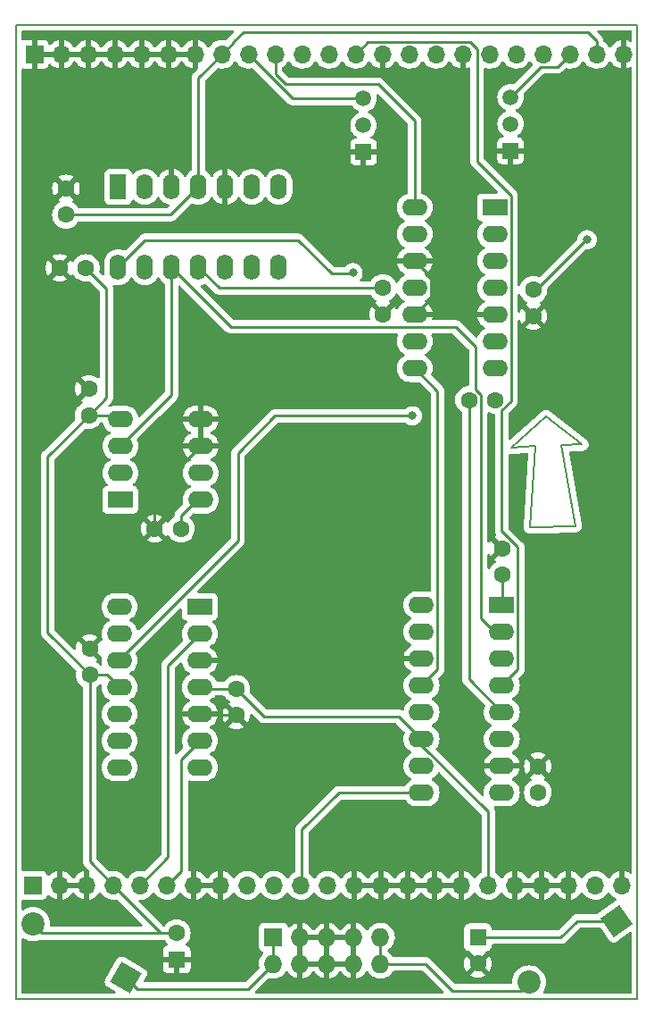
<source format=gbr>
%TF.GenerationSoftware,KiCad,Pcbnew,(5.99.0-13086-gffd1139cfe)*%
%TF.CreationDate,2021-11-22T18:43:28+08:00*%
%TF.ProjectId,Farini_EURO,46617269-6e69-45f4-9555-524f2e6b6963,rev?*%
%TF.SameCoordinates,Original*%
%TF.FileFunction,Copper,L1,Top*%
%TF.FilePolarity,Positive*%
%FSLAX46Y46*%
G04 Gerber Fmt 4.6, Leading zero omitted, Abs format (unit mm)*
G04 Created by KiCad (PCBNEW (5.99.0-13086-gffd1139cfe)) date 2021-11-22 18:43:28*
%MOMM*%
%LPD*%
G01*
G04 APERTURE LIST*
G04 Aperture macros list*
%AMHorizOval*
0 Thick line with rounded ends*
0 $1 width*
0 $2 $3 position (X,Y) of the first rounded end (center of the circle)*
0 $4 $5 position (X,Y) of the second rounded end (center of the circle)*
0 Add line between two ends*
20,1,$1,$2,$3,$4,$5,0*
0 Add two circle primitives to create the rounded ends*
1,1,$1,$2,$3*
1,1,$1,$4,$5*%
%AMRotRect*
0 Rectangle, with rotation*
0 The origin of the aperture is its center*
0 $1 length*
0 $2 width*
0 $3 Rotation angle, in degrees counterclockwise*
0 Add horizontal line*
21,1,$1,$2,0,0,$3*%
G04 Aperture macros list end*
%TA.AperFunction,NonConductor*%
%ADD10C,0.200000*%
%TD*%
%TA.AperFunction,Profile*%
%ADD11C,0.150000*%
%TD*%
%TA.AperFunction,ComponentPad*%
%ADD12R,1.700000X1.700000*%
%TD*%
%TA.AperFunction,ComponentPad*%
%ADD13O,1.700000X1.700000*%
%TD*%
%TA.AperFunction,ComponentPad*%
%ADD14R,1.600000X1.600000*%
%TD*%
%TA.AperFunction,ComponentPad*%
%ADD15C,1.600000*%
%TD*%
%TA.AperFunction,ComponentPad*%
%ADD16RotRect,2.200000X2.200000X215.000000*%
%TD*%
%TA.AperFunction,ComponentPad*%
%ADD17HorizOval,2.200000X0.000000X0.000000X0.000000X0.000000X0*%
%TD*%
%TA.AperFunction,ComponentPad*%
%ADD18RotRect,2.200000X2.200000X150.000000*%
%TD*%
%TA.AperFunction,ComponentPad*%
%ADD19HorizOval,2.200000X0.000000X0.000000X0.000000X0.000000X0*%
%TD*%
%TA.AperFunction,ComponentPad*%
%ADD20R,1.727200X1.727200*%
%TD*%
%TA.AperFunction,ComponentPad*%
%ADD21O,1.727200X1.727200*%
%TD*%
%TA.AperFunction,ComponentPad*%
%ADD22R,1.500000X1.500000*%
%TD*%
%TA.AperFunction,ComponentPad*%
%ADD23C,1.500000*%
%TD*%
%TA.AperFunction,ComponentPad*%
%ADD24R,2.400000X1.600000*%
%TD*%
%TA.AperFunction,ComponentPad*%
%ADD25O,2.400000X1.600000*%
%TD*%
%TA.AperFunction,ComponentPad*%
%ADD26R,1.600000X2.400000*%
%TD*%
%TA.AperFunction,ComponentPad*%
%ADD27O,1.600000X2.400000*%
%TD*%
%TA.AperFunction,ViaPad*%
%ADD28C,0.800000*%
%TD*%
%TA.AperFunction,Conductor*%
%ADD29C,0.250000*%
%TD*%
G04 APERTURE END LIST*
D10*
X95955489Y-95765489D02*
X96415489Y-88065489D01*
X98945489Y-87975489D02*
X100255489Y-95655489D01*
X96415489Y-88025489D02*
X94175489Y-88225489D01*
X94155489Y-88255489D02*
X97465489Y-85275489D01*
X100895489Y-87925489D02*
X98945489Y-87975489D01*
X100255489Y-95655489D02*
X95955489Y-95765489D01*
X97465489Y-85275489D02*
X100895489Y-87925489D01*
D11*
X47205489Y-140455901D02*
X106135489Y-140455901D01*
X47205489Y-48154626D02*
X47205489Y-140455901D01*
X106135489Y-48154626D02*
X47205489Y-48154626D01*
X106135489Y-140455901D02*
X106135489Y-48154626D01*
D12*
%TO.P,J2,1*%
%TO.N,GND*%
X48917318Y-50955489D03*
D13*
%TO.P,J2,2*%
X51457318Y-50955489D03*
%TO.P,J2,3*%
X53997318Y-50955489D03*
%TO.P,J2,4*%
X56537318Y-50955489D03*
%TO.P,J2,5*%
X59077318Y-50955489D03*
%TO.P,J2,6*%
X61617318Y-50955489D03*
%TO.P,J2,7*%
X64157318Y-50955489D03*
%TO.P,J2,8*%
%TO.N,+12V*%
X66697318Y-50955489D03*
%TO.P,J2,9*%
%TO.N,Net-(D9-Pad1)*%
X69237318Y-50955489D03*
%TO.P,J2,10*%
%TO.N,Net-(R24-Pad1)*%
X71777318Y-50955489D03*
%TO.P,J2,11*%
%TO.N,Net-(RV6-Pad2)*%
X74317318Y-50955489D03*
%TO.P,J2,12*%
%TO.N,Net-(R13-Pad1)*%
X76857318Y-50955489D03*
%TO.P,J2,13*%
%TO.N,/Vgate*%
X79397318Y-50955489D03*
%TO.P,J2,14*%
%TO.N,GND*%
X81937318Y-50955489D03*
%TO.P,J2,15*%
%TO.N,Net-(R12-Pad2)*%
X84477318Y-50955489D03*
%TO.P,J2,16*%
%TO.N,Net-(R22-Pad2)*%
X87017318Y-50955489D03*
%TO.P,J2,17*%
%TO.N,GND*%
X89557318Y-50955489D03*
%TO.P,J2,18*%
%TO.N,/EocOut*%
X92097318Y-50955489D03*
%TO.P,J2,19*%
%TO.N,Net-(R10-Pad2)*%
X94637318Y-50955489D03*
%TO.P,J2,20*%
%TO.N,Net-(RV5-Pad2)*%
X97177318Y-50955489D03*
%TO.P,J2,21*%
%TO.N,Net-(D8-Pad1)*%
X99717318Y-50955489D03*
%TO.P,J2,22*%
%TO.N,+12V*%
X102257318Y-50955489D03*
%TO.P,J2,23*%
%TO.N,GND*%
X104797318Y-50955489D03*
%TD*%
D12*
%TO.P,J2,1*%
%TO.N,/Out*%
X48790489Y-129705489D03*
D13*
%TO.P,J2,2*%
%TO.N,GND*%
X51330489Y-129705489D03*
%TO.P,J2,3*%
X53870489Y-129705489D03*
%TO.P,J2,4*%
%TO.N,-12V*%
X56410489Y-129705489D03*
%TO.P,J2,5*%
%TO.N,Net-(R1-Pad2)*%
X58950489Y-129705489D03*
%TO.P,J2,6*%
%TO.N,Net-(R11-Pad2)*%
X61490489Y-129705489D03*
%TO.P,J2,7*%
%TO.N,GND*%
X64030489Y-129705489D03*
%TO.P,J2,8*%
X66570489Y-129705489D03*
%TO.P,J2,9*%
%TO.N,/ManTrigger*%
X69110489Y-129705489D03*
%TO.P,J2,10*%
%TO.N,/Gate*%
X71650489Y-129705489D03*
%TO.P,J2,11*%
%TO.N,/SustainControl*%
X74190489Y-129705489D03*
%TO.P,J2,12*%
%TO.N,Net-(D4-Pad2)*%
X76730489Y-129705489D03*
%TO.P,J2,13*%
%TO.N,GND*%
X79270489Y-129705489D03*
%TO.P,J2,14*%
X81810489Y-129705489D03*
%TO.P,J2,15*%
X84350489Y-129705489D03*
%TO.P,J2,16*%
X86890489Y-129705489D03*
%TO.P,J2,17*%
X89430489Y-129705489D03*
%TO.P,J2,18*%
%TO.N,+12V*%
X91970489Y-129705489D03*
%TO.P,J2,19*%
%TO.N,GND*%
X94510489Y-129705489D03*
%TO.P,J2,20*%
X97050489Y-129705489D03*
%TO.P,J2,21*%
X99590489Y-129705489D03*
%TO.P,J2,22*%
%TO.N,Net-(D11-Pad1)*%
X102130489Y-129705489D03*
%TO.P,J2,23*%
%TO.N,GND*%
X104670489Y-129705489D03*
%TD*%
D14*
%TO.P,C1,1*%
%TO.N,+12V*%
X91005489Y-134625489D03*
D15*
%TO.P,C1,2*%
%TO.N,GND*%
X91005489Y-137125489D03*
%TD*%
D14*
%TO.P,C2,1*%
%TO.N,GND*%
X62425489Y-136725489D03*
D15*
%TO.P,C2,2*%
%TO.N,-12V*%
X62425489Y-134225489D03*
%TD*%
%TO.P,C3,1*%
%TO.N,GND*%
X96265489Y-75765800D03*
%TO.P,C3,2*%
%TO.N,+12V*%
X96265489Y-73265800D03*
%TD*%
%TO.P,C4,1*%
%TO.N,GND*%
X68080489Y-113574429D03*
%TO.P,C4,2*%
%TO.N,+12V*%
X68080489Y-111074429D03*
%TD*%
%TO.P,C5,1*%
%TO.N,GND*%
X60328971Y-95906289D03*
%TO.P,C5,2*%
%TO.N,+12V*%
X62828971Y-95906289D03*
%TD*%
%TO.P,C6,1*%
%TO.N,GND*%
X81995489Y-75595800D03*
%TO.P,C6,2*%
%TO.N,-12V*%
X81995489Y-73095800D03*
%TD*%
%TO.P,C7,1*%
%TO.N,GND*%
X54170489Y-107254429D03*
%TO.P,C7,2*%
%TO.N,-12V*%
X54170489Y-109754429D03*
%TD*%
%TO.P,C8,1*%
%TO.N,GND*%
X54078971Y-82656289D03*
%TO.P,C8,2*%
%TO.N,-12V*%
X54078971Y-85156289D03*
%TD*%
%TO.P,C9,1*%
%TO.N,Net-(C9-Pad1)*%
X90155489Y-83705800D03*
%TO.P,C9,2*%
%TO.N,/VTrig*%
X92655489Y-83705800D03*
%TD*%
%TO.P,C10,1*%
%TO.N,GND*%
X96693384Y-118417904D03*
%TO.P,C10,2*%
%TO.N,Net-(C10-Pad2)*%
X96693384Y-120917904D03*
%TD*%
%TO.P,C11,1*%
%TO.N,GND*%
X93315489Y-97775489D03*
%TO.P,C11,2*%
%TO.N,Net-(C11-Pad2)*%
X93315489Y-100275489D03*
%TD*%
D16*
%TO.P,D1,1*%
%TO.N,+12V*%
X104166781Y-133071721D03*
D17*
%TO.P,D1,2*%
%TO.N,Net-(D1-Pad2)*%
X95844196Y-138899258D03*
%TD*%
D18*
%TO.P,D5,1*%
%TO.N,Net-(D5-Pad1)*%
X57604898Y-138455489D03*
D19*
%TO.P,D5,2*%
%TO.N,-12V*%
X48806080Y-133375489D03*
%TD*%
D20*
%TO.P,J1,1*%
%TO.N,Net-(D5-Pad1)*%
X71590489Y-134615489D03*
D21*
%TO.P,J1,2*%
X71590489Y-137155489D03*
%TO.P,J1,3*%
%TO.N,GND*%
X74130489Y-134615489D03*
%TO.P,J1,4*%
X74130489Y-137155489D03*
%TO.P,J1,5*%
X76670489Y-134615489D03*
%TO.P,J1,6*%
X76670489Y-137155489D03*
%TO.P,J1,7*%
X79210489Y-134615489D03*
%TO.P,J1,8*%
X79210489Y-137155489D03*
%TO.P,J1,9*%
%TO.N,Net-(D1-Pad2)*%
X81750489Y-134615489D03*
%TO.P,J1,10*%
X81750489Y-137155489D03*
%TD*%
D22*
%TO.P,Q1,1*%
%TO.N,GND*%
X94105489Y-60095489D03*
D23*
%TO.P,Q1,2*%
%TO.N,Net-(Q1-Pad2)*%
X94105489Y-57555489D03*
%TO.P,Q1,3*%
%TO.N,Net-(D8-Pad1)*%
X94105489Y-55015489D03*
%TD*%
D22*
%TO.P,Q2,1*%
%TO.N,GND*%
X80149239Y-60225489D03*
D23*
%TO.P,Q2,2*%
%TO.N,Net-(Q2-Pad2)*%
X80149239Y-57685489D03*
%TO.P,Q2,3*%
%TO.N,Net-(D9-Pad1)*%
X80149239Y-55145489D03*
%TD*%
D24*
%TO.P,U1,1*%
%TO.N,Net-(D3-Pad1)*%
X92625489Y-65465800D03*
D25*
%TO.P,U1,2*%
%TO.N,Net-(R3-Pad1)*%
X92625489Y-68005800D03*
%TO.P,U1,3*%
%TO.N,Net-(R7-Pad1)*%
X92625489Y-70545800D03*
%TO.P,U1,4*%
%TO.N,+12V*%
X92625489Y-73085800D03*
%TO.P,U1,5*%
%TO.N,GND*%
X92625489Y-75625800D03*
%TO.P,U1,6*%
%TO.N,Net-(R2-Pad2)*%
X92625489Y-78165800D03*
%TO.P,U1,7*%
%TO.N,/VTrig*%
X92625489Y-80705800D03*
%TO.P,U1,8*%
%TO.N,/ReleaseControl*%
X85005489Y-80705800D03*
%TO.P,U1,9*%
%TO.N,Net-(R10-Pad2)*%
X85005489Y-78165800D03*
%TO.P,U1,10*%
%TO.N,GND*%
X85005489Y-75625800D03*
%TO.P,U1,11*%
%TO.N,-12V*%
X85005489Y-73085800D03*
%TO.P,U1,12*%
%TO.N,GND*%
X85005489Y-70545800D03*
%TO.P,U1,13*%
%TO.N,Net-(R24-Pad2)*%
X85005489Y-68005800D03*
%TO.P,U1,14*%
%TO.N,Net-(R24-Pad1)*%
X85005489Y-65465800D03*
%TD*%
D24*
%TO.P,U2,1*%
%TO.N,/AttackControl*%
X64615489Y-103300489D03*
D25*
%TO.P,U2,2*%
%TO.N,Net-(R1-Pad2)*%
X64615489Y-105840489D03*
%TO.P,U2,3*%
%TO.N,GND*%
X64615489Y-108380489D03*
%TO.P,U2,4*%
%TO.N,+12V*%
X64615489Y-110920489D03*
%TO.P,U2,5*%
%TO.N,GND*%
X64615489Y-113460489D03*
%TO.P,U2,6*%
%TO.N,Net-(R11-Pad2)*%
X64615489Y-116000489D03*
%TO.P,U2,7*%
%TO.N,/DecayControl*%
X64615489Y-118540489D03*
%TO.P,U2,8*%
%TO.N,Net-(D7-Pad1)*%
X56995489Y-118540489D03*
%TO.P,U2,9*%
%TO.N,Net-(R26-Pad1)*%
X56995489Y-116000489D03*
%TO.P,U2,10*%
%TO.N,Net-(R33-Pad1)*%
X56995489Y-113460489D03*
%TO.P,U2,11*%
%TO.N,-12V*%
X56995489Y-110920489D03*
%TO.P,U2,12*%
%TO.N,Net-(RV5-Pad2)*%
X56995489Y-108380489D03*
%TO.P,U2,13*%
%TO.N,Net-(R22-Pad1)*%
X56995489Y-105840489D03*
%TO.P,U2,14*%
%TO.N,Net-(R23-Pad1)*%
X56995489Y-103300489D03*
%TD*%
D26*
%TO.P,U3,1*%
%TO.N,Net-(D6-Pad1)*%
X56862989Y-63510969D03*
D27*
%TO.P,U3,2*%
%TO.N,Net-(R12-Pad2)*%
X59402989Y-63510969D03*
%TO.P,U3,3*%
%TO.N,GND*%
X61942989Y-63510969D03*
%TO.P,U3,4*%
%TO.N,+12V*%
X64482989Y-63510969D03*
%TO.P,U3,5*%
%TO.N,GND*%
X67022989Y-63510969D03*
%TO.P,U3,6*%
%TO.N,Net-(R13-Pad2)*%
X69562989Y-63510969D03*
%TO.P,U3,7*%
%TO.N,Net-(R13-Pad1)*%
X72102989Y-63510969D03*
%TO.P,U3,8*%
%TO.N,Net-(R40-Pad1)*%
X72102989Y-71130969D03*
%TO.P,U3,9*%
%TO.N,Net-(R40-Pad2)*%
X69562989Y-71130969D03*
%TO.P,U3,10*%
%TO.N,GND*%
X67022989Y-71130969D03*
%TO.P,U3,11*%
%TO.N,-12V*%
X64482989Y-71130969D03*
%TO.P,U3,12*%
%TO.N,/env*%
X61942989Y-71130969D03*
%TO.P,U3,13*%
%TO.N,Net-(RV6-Pad2)*%
X59402989Y-71130969D03*
%TO.P,U3,14*%
%TO.N,Net-(D10-Pad1)*%
X56862989Y-71130969D03*
%TD*%
D24*
%TO.P,U4,1*%
%TO.N,Net-(C11-Pad2)*%
X93273384Y-103137904D03*
D25*
%TO.P,U4,2*%
%TO.N,/env*%
X93273384Y-105677904D03*
%TO.P,U4,3*%
%TO.N,Net-(U4-Pad3)*%
X93273384Y-108217904D03*
%TO.P,U4,4*%
%TO.N,/Vgate*%
X93273384Y-110757904D03*
%TO.P,U4,5*%
%TO.N,Net-(C9-Pad1)*%
X93273384Y-113297904D03*
%TO.P,U4,6*%
%TO.N,Net-(R44-Pad1)*%
X93273384Y-115837904D03*
%TO.P,U4,7*%
%TO.N,GND*%
X93273384Y-118377904D03*
%TO.P,U4,8*%
%TO.N,Net-(C10-Pad2)*%
X93273384Y-120917904D03*
%TO.P,U4,9*%
%TO.N,/SustainControl*%
X85653384Y-120917904D03*
%TO.P,U4,10*%
%TO.N,Net-(R29-Pad2)*%
X85653384Y-118377904D03*
%TO.P,U4,11*%
%TO.N,+12V*%
X85653384Y-115837904D03*
%TO.P,U4,12*%
%TO.N,/DecayControl*%
X85653384Y-113297904D03*
%TO.P,U4,13*%
%TO.N,/ReleaseControl*%
X85653384Y-110757904D03*
%TO.P,U4,14*%
%TO.N,GND*%
X85653384Y-108217904D03*
%TO.P,U4,15*%
%TO.N,/AttackControl*%
X85653384Y-105677904D03*
%TO.P,U4,16*%
%TO.N,Net-(U4-Pad16)*%
X85653384Y-103137904D03*
%TD*%
D15*
%TO.P,C12,1*%
%TO.N,GND*%
X51917989Y-63660969D03*
%TO.P,C12,2*%
%TO.N,+12V*%
X51917989Y-66160969D03*
%TD*%
D24*
%TO.P,U5,1*%
%TO.N,Net-(R22-Pad2)*%
X57078971Y-93166289D03*
D25*
%TO.P,U5,2*%
%TO.N,Net-(R47-Pad1)*%
X57078971Y-90626289D03*
%TO.P,U5,3*%
%TO.N,/env*%
X57078971Y-88086289D03*
%TO.P,U5,4*%
%TO.N,-12V*%
X57078971Y-85546289D03*
%TO.P,U5,5*%
%TO.N,GND*%
X64698971Y-85546289D03*
%TO.P,U5,6*%
X64698971Y-88086289D03*
%TO.P,U5,7*%
%TO.N,Net-(U5-Pad7)*%
X64698971Y-90626289D03*
%TO.P,U5,8*%
%TO.N,+12V*%
X64698971Y-93166289D03*
%TD*%
D15*
%TO.P,C13,1*%
%TO.N,GND*%
X51305489Y-71205489D03*
%TO.P,C13,2*%
%TO.N,-12V*%
X53805489Y-71205489D03*
%TD*%
D28*
%TO.N,GND*%
X58955489Y-76325489D03*
X54545489Y-87565489D03*
X54605489Y-68825489D03*
X99485489Y-72125489D03*
X100175489Y-54195489D03*
X94955489Y-112015489D03*
X61635489Y-56055489D03*
X88225489Y-79735489D03*
X59755489Y-110565489D03*
X72505489Y-67145489D03*
X70435489Y-56435489D03*
X52105489Y-121765489D03*
X56625489Y-123975489D03*
X56825489Y-55535489D03*
%TO.N,+12V*%
X101363315Y-68523308D03*
%TO.N,Net-(D10-Pad1)*%
X79155489Y-71655489D03*
%TO.N,Net-(RV5-Pad2)*%
X84805489Y-85225489D03*
%TD*%
D29*
%TO.N,GND*%
X68080489Y-113574429D02*
X64729429Y-113574429D01*
X74130489Y-137155489D02*
X76670489Y-137155489D01*
X76670489Y-134615489D02*
X76670489Y-137155489D01*
X60328971Y-92456289D02*
X60328971Y-95906289D01*
X85005489Y-70545800D02*
X86530009Y-72070320D01*
X79015489Y-134745489D02*
X78885489Y-134615489D01*
X74130489Y-134615489D02*
X74130489Y-137155489D01*
X79210489Y-137155489D02*
X79210489Y-134615489D01*
X64729429Y-113574429D02*
X64615489Y-113460489D01*
X78885489Y-134615489D02*
X76670489Y-134615489D01*
X79210489Y-134615489D02*
X79145489Y-134615489D01*
X79145489Y-134615489D02*
X79015489Y-134745489D01*
X86530009Y-74101280D02*
X85005489Y-75625800D01*
X74130489Y-134615489D02*
X76670489Y-134615489D01*
X64698971Y-88086289D02*
X60328971Y-92456289D01*
X85005489Y-75625800D02*
X92625489Y-75625800D01*
X76670489Y-137155489D02*
X79210489Y-137155489D01*
X86530009Y-72070320D02*
X86530009Y-74101280D01*
X99590489Y-130102869D02*
X99590489Y-129705489D01*
%TO.N,+12V*%
X68735489Y-48855489D02*
X101445489Y-48855489D01*
X101283315Y-68523308D02*
X96540823Y-73265800D01*
X102257318Y-49667318D02*
X102257318Y-50955489D01*
X96540823Y-73265800D02*
X96265489Y-73265800D01*
X68080489Y-111074429D02*
X70701549Y-113695489D01*
X100416721Y-133071721D02*
X98862953Y-134625489D01*
X101445489Y-48855489D02*
X102257318Y-49667318D01*
X83510969Y-113695489D02*
X85653384Y-115837904D01*
X70701549Y-113695489D02*
X83510969Y-113695489D01*
X62828971Y-95906289D02*
X62838971Y-95896289D01*
X67871829Y-49719149D02*
X68735489Y-48855489D01*
X66697318Y-50955489D02*
X67871829Y-49780978D01*
X91970489Y-122704698D02*
X85653384Y-116387593D01*
X101363315Y-68523308D02*
X101283315Y-68523308D01*
X98862953Y-134625489D02*
X91005489Y-134625489D01*
X67871829Y-49780978D02*
X67871829Y-49719149D01*
X64338971Y-93166289D02*
X64698971Y-93166289D01*
X91970489Y-129705489D02*
X91970489Y-122704698D01*
X64482989Y-53169818D02*
X66697318Y-50955489D01*
X61832989Y-66160969D02*
X64482989Y-63510969D01*
X62838971Y-94666289D02*
X64338971Y-93166289D01*
X51917989Y-66160969D02*
X61832989Y-66160969D01*
X62838971Y-95896289D02*
X62838971Y-94666289D01*
X64615489Y-110920489D02*
X64769429Y-111074429D01*
X64769429Y-111074429D02*
X68080489Y-111074429D01*
X104166781Y-133071721D02*
X100416721Y-133071721D01*
X64482989Y-63510969D02*
X64482989Y-53169818D01*
X85653384Y-116387593D02*
X85653384Y-115837904D01*
%TO.N,-12V*%
X50155978Y-105739918D02*
X50155978Y-89079282D01*
X50155978Y-89079282D02*
X54078971Y-85156289D01*
X56688971Y-85156289D02*
X57078971Y-85546289D01*
X56410489Y-129760489D02*
X60875489Y-134225489D01*
X49656080Y-134225489D02*
X48806080Y-133375489D01*
X55745489Y-73145489D02*
X53805489Y-71205489D01*
X60875489Y-134225489D02*
X60935489Y-134225489D01*
X54078971Y-85156289D02*
X56688971Y-85156289D01*
X54170489Y-127465489D02*
X54170489Y-109754429D01*
X55745489Y-83489771D02*
X55745489Y-73145489D01*
X54078971Y-85156289D02*
X55745489Y-83489771D01*
X56995489Y-110920489D02*
X55829429Y-109754429D01*
X56410489Y-129705489D02*
X56410489Y-129760489D01*
X66447820Y-73095800D02*
X81995489Y-73095800D01*
X64482989Y-71130969D02*
X66447820Y-73095800D01*
X55829429Y-109754429D02*
X54170489Y-109754429D01*
X56410489Y-129705489D02*
X54170489Y-127465489D01*
X54170489Y-109754429D02*
X50155978Y-105739918D01*
X62425489Y-134225489D02*
X49656080Y-134225489D01*
%TO.N,Net-(C9-Pad1)*%
X90155489Y-110180009D02*
X90155489Y-83705800D01*
X93273384Y-113297904D02*
X90155489Y-110180009D01*
%TO.N,Net-(C11-Pad2)*%
X93303384Y-103107904D02*
X93273384Y-103137904D01*
X93303384Y-100267904D02*
X93303384Y-103107904D01*
%TO.N,Net-(D1-Pad2)*%
X81750489Y-137155489D02*
X86045489Y-137155489D01*
X88565489Y-139675489D02*
X95067965Y-139675489D01*
X81750489Y-134615489D02*
X81750489Y-137155489D01*
X95067965Y-139675489D02*
X95844196Y-138899258D01*
X86045489Y-137155489D02*
X88565489Y-139675489D01*
%TO.N,Net-(D5-Pad1)*%
X71665489Y-135395489D02*
X71590489Y-135470489D01*
X57604898Y-138455489D02*
X58664898Y-139515489D01*
X71590489Y-135320489D02*
X71665489Y-135395489D01*
X71590489Y-135470489D02*
X71590489Y-137155489D01*
X71590489Y-134615489D02*
X71590489Y-135320489D01*
X69230489Y-139515489D02*
X71590489Y-137155489D01*
X58664898Y-139515489D02*
X69230489Y-139515489D01*
%TO.N,Net-(D8-Pad1)*%
X96990978Y-52130000D02*
X98542807Y-52130000D01*
X98542807Y-52130000D02*
X99717318Y-50955489D01*
X94105489Y-55015489D02*
X96990978Y-52130000D01*
%TO.N,Net-(D9-Pad1)*%
X69237318Y-50955489D02*
X73427318Y-55145489D01*
X73427318Y-55145489D02*
X80149239Y-55145489D01*
%TO.N,Net-(D10-Pad1)*%
X56862989Y-71130969D02*
X59408469Y-68585489D01*
X59408469Y-68585489D02*
X67985489Y-68585489D01*
X79065489Y-71745489D02*
X79155489Y-71655489D01*
X67985489Y-68585489D02*
X73965489Y-68585489D01*
X77125489Y-71745489D02*
X79065489Y-71745489D01*
X73965489Y-68585489D02*
X77125489Y-71745489D01*
%TO.N,Net-(R1-Pad2)*%
X58950489Y-129705489D02*
X61605489Y-127050489D01*
X61605489Y-108850489D02*
X64615489Y-105840489D01*
X61605489Y-127050489D02*
X61605489Y-108850489D01*
%TO.N,/ReleaseControl*%
X87177904Y-82878215D02*
X87177904Y-109233384D01*
X85005489Y-80705800D02*
X87177904Y-82878215D01*
X87177904Y-109233384D02*
X85653384Y-110757904D01*
%TO.N,Net-(R11-Pad2)*%
X62855489Y-117760489D02*
X62855489Y-128340489D01*
X64615489Y-116000489D02*
X62855489Y-117760489D01*
X62855489Y-128340489D02*
X61490489Y-129705489D01*
%TO.N,/env*%
X61942989Y-83222271D02*
X57078971Y-88086289D01*
X67607509Y-76795489D02*
X61942989Y-71130969D01*
X92517904Y-105677904D02*
X91280000Y-104440000D01*
X91280000Y-104440000D02*
X91280000Y-83240011D01*
X93273384Y-105677904D02*
X92517904Y-105677904D01*
X88930103Y-76795489D02*
X67607509Y-76795489D01*
X90795592Y-78660978D02*
X88930103Y-76795489D01*
X61942989Y-71130969D02*
X61942989Y-83222271D01*
X91280000Y-83240011D02*
X90795592Y-82755603D01*
X90795592Y-82755603D02*
X90795592Y-78660978D01*
%TO.N,Net-(R24-Pad1)*%
X71777318Y-52827318D02*
X72755489Y-53805489D01*
X81535489Y-53805489D02*
X85005489Y-57275489D01*
X72755489Y-53805489D02*
X81535489Y-53805489D01*
X85005489Y-57275489D02*
X85005489Y-65465800D01*
X71777318Y-50955489D02*
X71777318Y-52827318D01*
%TO.N,/Vgate*%
X94797904Y-97667604D02*
X93273384Y-96143084D01*
X94150000Y-64341289D02*
X90922807Y-61114096D01*
X94150000Y-83801589D02*
X94150000Y-64341289D01*
X80571829Y-49780978D02*
X79397318Y-50955489D01*
X90234795Y-49780978D02*
X80571829Y-49780978D01*
X94797904Y-109233384D02*
X94797904Y-97667604D01*
X93273384Y-96143084D02*
X93273384Y-84678205D01*
X93273384Y-110757904D02*
X94797904Y-109233384D01*
X93273384Y-84678205D02*
X94150000Y-83801589D01*
X90922807Y-50468990D02*
X90234795Y-49780978D01*
X90922807Y-61114096D02*
X90922807Y-50468990D01*
%TO.N,Net-(RV5-Pad2)*%
X68236156Y-88734822D02*
X68236156Y-97030800D01*
X56995489Y-108271467D02*
X56995489Y-108380489D01*
X84805489Y-85225489D02*
X71745489Y-85225489D01*
X71745489Y-85225489D02*
X68236156Y-88734822D01*
X68236156Y-97030800D02*
X56995489Y-108271467D01*
%TO.N,/SustainControl*%
X77793074Y-120917904D02*
X85653384Y-120917904D01*
X74295489Y-129600489D02*
X74295489Y-124415489D01*
X74190489Y-129705489D02*
X74295489Y-129600489D01*
X74295489Y-124415489D02*
X77793074Y-120917904D01*
%TD*%
%TA.AperFunction,Conductor*%
%TO.N,GND*%
G36*
X105569610Y-48682628D02*
G01*
X105616103Y-48736284D01*
X105627489Y-48788626D01*
X105627489Y-49649031D01*
X105607487Y-49717152D01*
X105553831Y-49763645D01*
X105483557Y-49773749D01*
X105440595Y-49759339D01*
X105360435Y-49715088D01*
X105351023Y-49710858D01*
X105150277Y-49639769D01*
X105140306Y-49637135D01*
X105069155Y-49624461D01*
X105055858Y-49625921D01*
X105051318Y-49640478D01*
X105051318Y-52274006D01*
X105055382Y-52287848D01*
X105068796Y-52289882D01*
X105075502Y-52289023D01*
X105085580Y-52286881D01*
X105289573Y-52225680D01*
X105299160Y-52221922D01*
X105446056Y-52149958D01*
X105516030Y-52137951D01*
X105581387Y-52165681D01*
X105621377Y-52224344D01*
X105627489Y-52263109D01*
X105627489Y-128470845D01*
X105607487Y-128538966D01*
X105553831Y-128585459D01*
X105483557Y-128595563D01*
X105431762Y-128575793D01*
X105420043Y-128568007D01*
X105233606Y-128465088D01*
X105224194Y-128460858D01*
X105023448Y-128389769D01*
X105013477Y-128387135D01*
X104942326Y-128374461D01*
X104929029Y-128375921D01*
X104924489Y-128390478D01*
X104924489Y-129833489D01*
X104904487Y-129901610D01*
X104850831Y-129948103D01*
X104798489Y-129959489D01*
X104542489Y-129959489D01*
X104474368Y-129939487D01*
X104427875Y-129885831D01*
X104416489Y-129833489D01*
X104416489Y-128388591D01*
X104412571Y-128375247D01*
X104398295Y-128373260D01*
X104359813Y-128379149D01*
X104349777Y-128381540D01*
X104147357Y-128447701D01*
X104137848Y-128451698D01*
X103948952Y-128550031D01*
X103940227Y-128555525D01*
X103769922Y-128683394D01*
X103762215Y-128690237D01*
X103615079Y-128844206D01*
X103608598Y-128852211D01*
X103503987Y-129005563D01*
X103449076Y-129050565D01*
X103378551Y-129058736D01*
X103314804Y-129027482D01*
X103294107Y-129002998D01*
X103213311Y-128878106D01*
X103213309Y-128878103D01*
X103210503Y-128873766D01*
X103060159Y-128708540D01*
X103056108Y-128705341D01*
X103056104Y-128705337D01*
X102888903Y-128573289D01*
X102888899Y-128573287D01*
X102884848Y-128570087D01*
X102880320Y-128567587D01*
X102825782Y-128537481D01*
X102689278Y-128462127D01*
X102684409Y-128460403D01*
X102684405Y-128460401D01*
X102483576Y-128389284D01*
X102483572Y-128389283D01*
X102478701Y-128387558D01*
X102473608Y-128386651D01*
X102473605Y-128386650D01*
X102263862Y-128349289D01*
X102263856Y-128349288D01*
X102258773Y-128348383D01*
X102184941Y-128347481D01*
X102040570Y-128345717D01*
X102040568Y-128345717D01*
X102035400Y-128345654D01*
X101814580Y-128379444D01*
X101602245Y-128448846D01*
X101559985Y-128470845D01*
X101428464Y-128539311D01*
X101404096Y-128551996D01*
X101399963Y-128555099D01*
X101399960Y-128555101D01*
X101252884Y-128665529D01*
X101225454Y-128686124D01*
X101071118Y-128847627D01*
X101068209Y-128851892D01*
X101068203Y-128851900D01*
X101055893Y-128869946D01*
X100963693Y-129005107D01*
X100963387Y-129005555D01*
X100908476Y-129050558D01*
X100837951Y-129058729D01*
X100774204Y-129027475D01*
X100753507Y-129002991D01*
X100672915Y-128878415D01*
X100666625Y-128870246D01*
X100523295Y-128712729D01*
X100515762Y-128705704D01*
X100348628Y-128573711D01*
X100340041Y-128568006D01*
X100153606Y-128465088D01*
X100144194Y-128460858D01*
X99943448Y-128389769D01*
X99933477Y-128387135D01*
X99862326Y-128374461D01*
X99849029Y-128375921D01*
X99844489Y-128390478D01*
X99844489Y-131024006D01*
X99848553Y-131037848D01*
X99861967Y-131039882D01*
X99868673Y-131039023D01*
X99878751Y-131036881D01*
X100082744Y-130975680D01*
X100092331Y-130971922D01*
X100283584Y-130878228D01*
X100292434Y-130872953D01*
X100465817Y-130749281D01*
X100473689Y-130742628D01*
X100624541Y-130592301D01*
X100631219Y-130584454D01*
X100758511Y-130407308D01*
X100759768Y-130408211D01*
X100806862Y-130364851D01*
X100876800Y-130352634D01*
X100942240Y-130380167D01*
X100970068Y-130412000D01*
X101030476Y-130510577D01*
X101176739Y-130679427D01*
X101348615Y-130822121D01*
X101541489Y-130934827D01*
X101750181Y-131014519D01*
X101755249Y-131015550D01*
X101755252Y-131015551D01*
X101821814Y-131029093D01*
X101969086Y-131059056D01*
X101974261Y-131059246D01*
X101974263Y-131059246D01*
X102187162Y-131067053D01*
X102187166Y-131067053D01*
X102192326Y-131067242D01*
X102197446Y-131066586D01*
X102197448Y-131066586D01*
X102408777Y-131039514D01*
X102408778Y-131039514D01*
X102413905Y-131038857D01*
X102418855Y-131037372D01*
X102622918Y-130976150D01*
X102622923Y-130976148D01*
X102627873Y-130974663D01*
X102828483Y-130876385D01*
X103010349Y-130746662D01*
X103168585Y-130588978D01*
X103298942Y-130407566D01*
X103300129Y-130408419D01*
X103347449Y-130364851D01*
X103417386Y-130352634D01*
X103482827Y-130380167D01*
X103510655Y-130412000D01*
X103568183Y-130505877D01*
X103574266Y-130514188D01*
X103713702Y-130675156D01*
X103721069Y-130682372D01*
X103884923Y-130818405D01*
X103893370Y-130824320D01*
X104077245Y-130931768D01*
X104085474Y-130935711D01*
X104138265Y-130983184D01*
X104157009Y-131051662D01*
X104135755Y-131119403D01*
X104103301Y-131152554D01*
X102306477Y-132410704D01*
X102306472Y-132410708D01*
X102305392Y-132411464D01*
X102305390Y-132411465D01*
X102303687Y-132412658D01*
X102303406Y-132412257D01*
X102239680Y-132437667D01*
X102227876Y-132438221D01*
X100495489Y-132438221D01*
X100484306Y-132437694D01*
X100476813Y-132436019D01*
X100468887Y-132436268D01*
X100468886Y-132436268D01*
X100408723Y-132438159D01*
X100404765Y-132438221D01*
X100376865Y-132438221D01*
X100372875Y-132438725D01*
X100361041Y-132439657D01*
X100316832Y-132441047D01*
X100309218Y-132443259D01*
X100309213Y-132443260D01*
X100297380Y-132446698D01*
X100278017Y-132450709D01*
X100257924Y-132453247D01*
X100250557Y-132456164D01*
X100250552Y-132456165D01*
X100216813Y-132469523D01*
X100205586Y-132473367D01*
X100163128Y-132485703D01*
X100156302Y-132489740D01*
X100145693Y-132496014D01*
X100127945Y-132504709D01*
X100109104Y-132512169D01*
X100102688Y-132516831D01*
X100102687Y-132516831D01*
X100073334Y-132538157D01*
X100063414Y-132544673D01*
X100032186Y-132563141D01*
X100032183Y-132563143D01*
X100025359Y-132567179D01*
X100011038Y-132581500D01*
X99996005Y-132594340D01*
X99979614Y-132606249D01*
X99974563Y-132612355D01*
X99951423Y-132640326D01*
X99943433Y-132649105D01*
X98637453Y-133955084D01*
X98575141Y-133989110D01*
X98548358Y-133991989D01*
X92439989Y-133991989D01*
X92371868Y-133971987D01*
X92325375Y-133918331D01*
X92313989Y-133865989D01*
X92313989Y-133777355D01*
X92307234Y-133715173D01*
X92256104Y-133578784D01*
X92168750Y-133462228D01*
X92052194Y-133374874D01*
X91915805Y-133323744D01*
X91853623Y-133316989D01*
X90157355Y-133316989D01*
X90095173Y-133323744D01*
X89958784Y-133374874D01*
X89842228Y-133462228D01*
X89754874Y-133578784D01*
X89703744Y-133715173D01*
X89696989Y-133777355D01*
X89696989Y-135473623D01*
X89703744Y-135535805D01*
X89754874Y-135672194D01*
X89842228Y-135788750D01*
X89958784Y-135876104D01*
X90095173Y-135927234D01*
X90138741Y-135931967D01*
X90153975Y-135933622D01*
X90153978Y-135933622D01*
X90157355Y-135933989D01*
X90160674Y-135933989D01*
X90227599Y-135957642D01*
X90263293Y-136003645D01*
X90265223Y-136002630D01*
X90270931Y-136013489D01*
X90271121Y-136013734D01*
X90271142Y-136013892D01*
X90291133Y-136051923D01*
X90992677Y-136753467D01*
X91006621Y-136761081D01*
X91008454Y-136760950D01*
X91015069Y-136756699D01*
X91720566Y-136051202D01*
X91743360Y-136009460D01*
X91745536Y-135999460D01*
X91795742Y-135949262D01*
X91849303Y-135934038D01*
X91850208Y-135933989D01*
X91853623Y-135933989D01*
X91857019Y-135933620D01*
X91857021Y-135933620D01*
X91869368Y-135932279D01*
X91915805Y-135927234D01*
X92052194Y-135876104D01*
X92168750Y-135788750D01*
X92256104Y-135672194D01*
X92307234Y-135535805D01*
X92313989Y-135473623D01*
X92313989Y-135384989D01*
X92333991Y-135316868D01*
X92387647Y-135270375D01*
X92439989Y-135258989D01*
X98784186Y-135258989D01*
X98795369Y-135259516D01*
X98802862Y-135261191D01*
X98810788Y-135260942D01*
X98810789Y-135260942D01*
X98870939Y-135259051D01*
X98874898Y-135258989D01*
X98902809Y-135258989D01*
X98906744Y-135258492D01*
X98906809Y-135258484D01*
X98918646Y-135257551D01*
X98950904Y-135256537D01*
X98954923Y-135256411D01*
X98962842Y-135256162D01*
X98982296Y-135250510D01*
X99001653Y-135246502D01*
X99013883Y-135244957D01*
X99013884Y-135244957D01*
X99021750Y-135243963D01*
X99029121Y-135241044D01*
X99029123Y-135241044D01*
X99062865Y-135227685D01*
X99074095Y-135223840D01*
X99108936Y-135213718D01*
X99108937Y-135213718D01*
X99116546Y-135211507D01*
X99123365Y-135207474D01*
X99123370Y-135207472D01*
X99133981Y-135201196D01*
X99151729Y-135192501D01*
X99170570Y-135185041D01*
X99206340Y-135159053D01*
X99216260Y-135152537D01*
X99247488Y-135134069D01*
X99247491Y-135134067D01*
X99254315Y-135130031D01*
X99268636Y-135115710D01*
X99283670Y-135102869D01*
X99293647Y-135095620D01*
X99300060Y-135090961D01*
X99328251Y-135056884D01*
X99336241Y-135048105D01*
X100642221Y-133742126D01*
X100704533Y-133708100D01*
X100731316Y-133705221D01*
X102581155Y-133705221D01*
X102649276Y-133725223D01*
X102684368Y-133758950D01*
X103505767Y-134932029D01*
X103507718Y-134934815D01*
X103548917Y-134981877D01*
X103555429Y-134986344D01*
X103555430Y-134986345D01*
X103615000Y-135027209D01*
X103669030Y-135064273D01*
X103677559Y-135067069D01*
X103697744Y-135073686D01*
X103807440Y-135109646D01*
X103816412Y-135109936D01*
X103816413Y-135109936D01*
X103873024Y-135111765D01*
X103953021Y-135114349D01*
X104094071Y-135078002D01*
X104113959Y-135067069D01*
X104145890Y-135049515D01*
X104145892Y-135049514D01*
X104148882Y-135047870D01*
X104348494Y-134908100D01*
X105429218Y-134151369D01*
X105496492Y-134128681D01*
X105565353Y-134145966D01*
X105613937Y-134197736D01*
X105627489Y-134254582D01*
X105627489Y-139821901D01*
X105607487Y-139890022D01*
X105553831Y-139936515D01*
X105501489Y-139947901D01*
X97313070Y-139947901D01*
X97244949Y-139927899D01*
X97198456Y-139874243D01*
X97188352Y-139803969D01*
X97205637Y-139756066D01*
X97279226Y-139635980D01*
X97281812Y-139631760D01*
X97378701Y-139397849D01*
X97407922Y-139276134D01*
X97436650Y-139156474D01*
X97436651Y-139156468D01*
X97437805Y-139151661D01*
X97457670Y-138899258D01*
X97437805Y-138646855D01*
X97378701Y-138400667D01*
X97353732Y-138340386D01*
X97283707Y-138171330D01*
X97283705Y-138171326D01*
X97281812Y-138166756D01*
X97149524Y-137950882D01*
X96985094Y-137758360D01*
X96792572Y-137593930D01*
X96576698Y-137461642D01*
X96572128Y-137459749D01*
X96572124Y-137459747D01*
X96347360Y-137366647D01*
X96347358Y-137366646D01*
X96342787Y-137364753D01*
X96247738Y-137341934D01*
X96101412Y-137306804D01*
X96101406Y-137306803D01*
X96096599Y-137305649D01*
X95844196Y-137285784D01*
X95591793Y-137305649D01*
X95586986Y-137306803D01*
X95586980Y-137306804D01*
X95440654Y-137341934D01*
X95345605Y-137364753D01*
X95341034Y-137366646D01*
X95341032Y-137366647D01*
X95116268Y-137459747D01*
X95116264Y-137459749D01*
X95111694Y-137461642D01*
X94895820Y-137593930D01*
X94703298Y-137758360D01*
X94538868Y-137950882D01*
X94406580Y-138166756D01*
X94404687Y-138171326D01*
X94404685Y-138171330D01*
X94334660Y-138340386D01*
X94309691Y-138400667D01*
X94250587Y-138646855D01*
X94230722Y-138899258D01*
X94231110Y-138904188D01*
X94231110Y-138904193D01*
X94231260Y-138906098D01*
X94231110Y-138906812D01*
X94231110Y-138909144D01*
X94230620Y-138909144D01*
X94216667Y-138975579D01*
X94166827Y-139026140D01*
X94105649Y-139041989D01*
X88880084Y-139041989D01*
X88811963Y-139021987D01*
X88790989Y-139005084D01*
X87997456Y-138211551D01*
X90283982Y-138211551D01*
X90293278Y-138223566D01*
X90344483Y-138259420D01*
X90353978Y-138264903D01*
X90551436Y-138356979D01*
X90561728Y-138360725D01*
X90772177Y-138417114D01*
X90782970Y-138419017D01*
X91000014Y-138438006D01*
X91010964Y-138438006D01*
X91228008Y-138419017D01*
X91238801Y-138417114D01*
X91449250Y-138360725D01*
X91459542Y-138356979D01*
X91657000Y-138264903D01*
X91666495Y-138259420D01*
X91718537Y-138222980D01*
X91726913Y-138212501D01*
X91719845Y-138199055D01*
X91018301Y-137497511D01*
X91004357Y-137489897D01*
X91002524Y-137490028D01*
X90995909Y-137494279D01*
X90290412Y-138199776D01*
X90283982Y-138211551D01*
X87997456Y-138211551D01*
X86916869Y-137130964D01*
X89692972Y-137130964D01*
X89711961Y-137348008D01*
X89713864Y-137358801D01*
X89770253Y-137569250D01*
X89773999Y-137579542D01*
X89866075Y-137777000D01*
X89871558Y-137786495D01*
X89907998Y-137838537D01*
X89918477Y-137846913D01*
X89931923Y-137839845D01*
X90633467Y-137138301D01*
X90639845Y-137126621D01*
X91369897Y-137126621D01*
X91370028Y-137128454D01*
X91374279Y-137135069D01*
X92079776Y-137840566D01*
X92091551Y-137846996D01*
X92103566Y-137837700D01*
X92139420Y-137786495D01*
X92144903Y-137777000D01*
X92236979Y-137579542D01*
X92240725Y-137569250D01*
X92297114Y-137358801D01*
X92299017Y-137348008D01*
X92318006Y-137130964D01*
X92318006Y-137120014D01*
X92299017Y-136902970D01*
X92297114Y-136892177D01*
X92240725Y-136681728D01*
X92236979Y-136671436D01*
X92144903Y-136473978D01*
X92139420Y-136464483D01*
X92102980Y-136412441D01*
X92092501Y-136404065D01*
X92079055Y-136411133D01*
X91377511Y-137112677D01*
X91369897Y-137126621D01*
X90639845Y-137126621D01*
X90641081Y-137124357D01*
X90640950Y-137122524D01*
X90636699Y-137115909D01*
X89931202Y-136410412D01*
X89919427Y-136403982D01*
X89907412Y-136413278D01*
X89871558Y-136464483D01*
X89866075Y-136473978D01*
X89773999Y-136671436D01*
X89770253Y-136681728D01*
X89713864Y-136892177D01*
X89711961Y-136902970D01*
X89692972Y-137120014D01*
X89692972Y-137130964D01*
X86916869Y-137130964D01*
X86549141Y-136763236D01*
X86541601Y-136754950D01*
X86537489Y-136748471D01*
X86487837Y-136701845D01*
X86484996Y-136699091D01*
X86465259Y-136679354D01*
X86462062Y-136676874D01*
X86453040Y-136669169D01*
X86443158Y-136659889D01*
X86420810Y-136638903D01*
X86413864Y-136635084D01*
X86413861Y-136635082D01*
X86403055Y-136629141D01*
X86386536Y-136618290D01*
X86379499Y-136612832D01*
X86370530Y-136605875D01*
X86363261Y-136602730D01*
X86363257Y-136602727D01*
X86329952Y-136588315D01*
X86319302Y-136583098D01*
X86280549Y-136561794D01*
X86260926Y-136556756D01*
X86242223Y-136550352D01*
X86230909Y-136545456D01*
X86230908Y-136545456D01*
X86223634Y-136542308D01*
X86215811Y-136541069D01*
X86215801Y-136541066D01*
X86179965Y-136535390D01*
X86168345Y-136532984D01*
X86133200Y-136523961D01*
X86133199Y-136523961D01*
X86125519Y-136521989D01*
X86105265Y-136521989D01*
X86085554Y-136520438D01*
X86073375Y-136518509D01*
X86065546Y-136517269D01*
X86057654Y-136518015D01*
X86021528Y-136521430D01*
X86009670Y-136521989D01*
X83043492Y-136521989D01*
X82975371Y-136501987D01*
X82937700Y-136464429D01*
X82844123Y-136319780D01*
X82844121Y-136319777D01*
X82841315Y-136315440D01*
X82689466Y-136148560D01*
X82685415Y-136145361D01*
X82685411Y-136145357D01*
X82516455Y-136011923D01*
X82516451Y-136011921D01*
X82512400Y-136008721D01*
X82489024Y-135995817D01*
X82439053Y-135945385D01*
X82424281Y-135875942D01*
X82449397Y-135809536D01*
X82476748Y-135782930D01*
X82488281Y-135774704D01*
X82512843Y-135757184D01*
X82634944Y-135670090D01*
X82634948Y-135670086D01*
X82639156Y-135667085D01*
X82798976Y-135507822D01*
X82930639Y-135324594D01*
X82999610Y-135185041D01*
X83028313Y-135126966D01*
X83028314Y-135126964D01*
X83030607Y-135122324D01*
X83096197Y-134906441D01*
X83099278Y-134883037D01*
X83125210Y-134686067D01*
X83125211Y-134686061D01*
X83125647Y-134682745D01*
X83127291Y-134615489D01*
X83108804Y-134390621D01*
X83053838Y-134171793D01*
X82963869Y-133964880D01*
X82845272Y-133781556D01*
X82844123Y-133779780D01*
X82844121Y-133779777D01*
X82841315Y-133775440D01*
X82689466Y-133608560D01*
X82685415Y-133605361D01*
X82685411Y-133605357D01*
X82516455Y-133471923D01*
X82516451Y-133471921D01*
X82512400Y-133468721D01*
X82314872Y-133359680D01*
X82102187Y-133284365D01*
X82073284Y-133279216D01*
X81885146Y-133245703D01*
X81885142Y-133245703D01*
X81880058Y-133244797D01*
X81808063Y-133243918D01*
X81659618Y-133242104D01*
X81659616Y-133242104D01*
X81654448Y-133242041D01*
X81431418Y-133276169D01*
X81216957Y-133346266D01*
X81212365Y-133348656D01*
X81212366Y-133348656D01*
X81038422Y-133439206D01*
X81016824Y-133450449D01*
X81012691Y-133453552D01*
X81012688Y-133453554D01*
X80840830Y-133582588D01*
X80836394Y-133585919D01*
X80783210Y-133641573D01*
X80741851Y-133684853D01*
X80680513Y-133749039D01*
X80677598Y-133753313D01*
X80677595Y-133753316D01*
X80583687Y-133890979D01*
X80528776Y-133935982D01*
X80458251Y-133944153D01*
X80394504Y-133912899D01*
X80373807Y-133888415D01*
X80303728Y-133780090D01*
X80297436Y-133771919D01*
X80152602Y-133612749D01*
X80145069Y-133605723D01*
X79976180Y-133472344D01*
X79967593Y-133466639D01*
X79779200Y-133362640D01*
X79769788Y-133358410D01*
X79566934Y-133286575D01*
X79556963Y-133283941D01*
X79482326Y-133270646D01*
X79469029Y-133272106D01*
X79464489Y-133286663D01*
X79464489Y-138487718D01*
X79468553Y-138501560D01*
X79481968Y-138503594D01*
X79491514Y-138502371D01*
X79501584Y-138500231D01*
X79707714Y-138438389D01*
X79717321Y-138434623D01*
X79910565Y-138339953D01*
X79919423Y-138334674D01*
X80094630Y-138209700D01*
X80102492Y-138203056D01*
X80254934Y-138051145D01*
X80261611Y-138043300D01*
X80379575Y-137879135D01*
X80435570Y-137835487D01*
X80506273Y-137829041D01*
X80569238Y-137861844D01*
X80589331Y-137886826D01*
X80636580Y-137963929D01*
X80639464Y-137968636D01*
X80787191Y-138139176D01*
X80960788Y-138283299D01*
X80965240Y-138285901D01*
X80965245Y-138285904D01*
X81054580Y-138338107D01*
X81155592Y-138397134D01*
X81366373Y-138477623D01*
X81371441Y-138478654D01*
X81371444Y-138478655D01*
X81419510Y-138488434D01*
X81587470Y-138522606D01*
X81592645Y-138522796D01*
X81592647Y-138522796D01*
X81807781Y-138530685D01*
X81807785Y-138530685D01*
X81812945Y-138530874D01*
X81818065Y-138530218D01*
X81818067Y-138530218D01*
X81910507Y-138518376D01*
X82036742Y-138502205D01*
X82041691Y-138500720D01*
X82041697Y-138500719D01*
X82247902Y-138438854D01*
X82247901Y-138438854D01*
X82252852Y-138437369D01*
X82347908Y-138390801D01*
X82450820Y-138340386D01*
X82450825Y-138340383D01*
X82455471Y-138338107D01*
X82459681Y-138335104D01*
X82459686Y-138335101D01*
X82634944Y-138210090D01*
X82634948Y-138210086D01*
X82639156Y-138207085D01*
X82798976Y-138047822D01*
X82930639Y-137864594D01*
X82933327Y-137859156D01*
X82933572Y-137858890D01*
X82935594Y-137855525D01*
X82936289Y-137855943D01*
X82981443Y-137806952D01*
X83046281Y-137788989D01*
X85730895Y-137788989D01*
X85799016Y-137808991D01*
X85819990Y-137825894D01*
X87726902Y-139732806D01*
X87760928Y-139795118D01*
X87755863Y-139865933D01*
X87713316Y-139922769D01*
X87646796Y-139947580D01*
X87637807Y-139947901D01*
X69998171Y-139947901D01*
X69930050Y-139927899D01*
X69883557Y-139874243D01*
X69873453Y-139803969D01*
X69902947Y-139739389D01*
X69909076Y-139732806D01*
X71123506Y-138518376D01*
X71185818Y-138484350D01*
X71237722Y-138484001D01*
X71427470Y-138522606D01*
X71432645Y-138522796D01*
X71432647Y-138522796D01*
X71647781Y-138530685D01*
X71647785Y-138530685D01*
X71652945Y-138530874D01*
X71658065Y-138530218D01*
X71658067Y-138530218D01*
X71750507Y-138518376D01*
X71876742Y-138502205D01*
X71881691Y-138500720D01*
X71881697Y-138500719D01*
X72087902Y-138438854D01*
X72087901Y-138438854D01*
X72092852Y-138437369D01*
X72187908Y-138390801D01*
X72290820Y-138340386D01*
X72290825Y-138340383D01*
X72295471Y-138338107D01*
X72299681Y-138335104D01*
X72299686Y-138335101D01*
X72474944Y-138210090D01*
X72474948Y-138210086D01*
X72479156Y-138207085D01*
X72638976Y-138047822D01*
X72760175Y-137879156D01*
X72816169Y-137835508D01*
X72886873Y-137829062D01*
X72949837Y-137861865D01*
X72969930Y-137886847D01*
X73017171Y-137963937D01*
X73023254Y-137972248D01*
X73164154Y-138134906D01*
X73171521Y-138142122D01*
X73337095Y-138279584D01*
X73345542Y-138285499D01*
X73531348Y-138394075D01*
X73540635Y-138398525D01*
X73741687Y-138475299D01*
X73751580Y-138478173D01*
X73858737Y-138499974D01*
X73872789Y-138498779D01*
X73876489Y-138488434D01*
X73876489Y-138487718D01*
X74384489Y-138487718D01*
X74388553Y-138501560D01*
X74401968Y-138503594D01*
X74411514Y-138502371D01*
X74421584Y-138500231D01*
X74627714Y-138438389D01*
X74637321Y-138434623D01*
X74830565Y-138339953D01*
X74839423Y-138334674D01*
X75014630Y-138209700D01*
X75022492Y-138203056D01*
X75174934Y-138051145D01*
X75181611Y-138043300D01*
X75299891Y-137878695D01*
X75355886Y-137835047D01*
X75426589Y-137828601D01*
X75489554Y-137861404D01*
X75509646Y-137886386D01*
X75557165Y-137963929D01*
X75563254Y-137972248D01*
X75704154Y-138134906D01*
X75711521Y-138142122D01*
X75877095Y-138279584D01*
X75885542Y-138285499D01*
X76071348Y-138394075D01*
X76080635Y-138398525D01*
X76281687Y-138475299D01*
X76291580Y-138478173D01*
X76398737Y-138499974D01*
X76412789Y-138498779D01*
X76416489Y-138488434D01*
X76416489Y-138487718D01*
X76924489Y-138487718D01*
X76928553Y-138501560D01*
X76941968Y-138503594D01*
X76951514Y-138502371D01*
X76961584Y-138500231D01*
X77167714Y-138438389D01*
X77177321Y-138434623D01*
X77370565Y-138339953D01*
X77379423Y-138334674D01*
X77554630Y-138209700D01*
X77562492Y-138203056D01*
X77714934Y-138051145D01*
X77721611Y-138043300D01*
X77839891Y-137878695D01*
X77895886Y-137835047D01*
X77966589Y-137828601D01*
X78029554Y-137861404D01*
X78049646Y-137886386D01*
X78097165Y-137963929D01*
X78103254Y-137972248D01*
X78244154Y-138134906D01*
X78251521Y-138142122D01*
X78417095Y-138279584D01*
X78425542Y-138285499D01*
X78611348Y-138394075D01*
X78620635Y-138398525D01*
X78821687Y-138475299D01*
X78831580Y-138478173D01*
X78938737Y-138499974D01*
X78952789Y-138498779D01*
X78956489Y-138488434D01*
X78956489Y-137427604D01*
X78952014Y-137412365D01*
X78950624Y-137411160D01*
X78942941Y-137409489D01*
X76942604Y-137409489D01*
X76927365Y-137413964D01*
X76926160Y-137415354D01*
X76924489Y-137423037D01*
X76924489Y-138487718D01*
X76416489Y-138487718D01*
X76416489Y-137427604D01*
X76412014Y-137412365D01*
X76410624Y-137411160D01*
X76402941Y-137409489D01*
X74402604Y-137409489D01*
X74387365Y-137413964D01*
X74386160Y-137415354D01*
X74384489Y-137423037D01*
X74384489Y-138487718D01*
X73876489Y-138487718D01*
X73876489Y-136883374D01*
X74384489Y-136883374D01*
X74388964Y-136898613D01*
X74390354Y-136899818D01*
X74398037Y-136901489D01*
X76398374Y-136901489D01*
X76413613Y-136897014D01*
X76414818Y-136895624D01*
X76416489Y-136887941D01*
X76416489Y-136883374D01*
X76924489Y-136883374D01*
X76928964Y-136898613D01*
X76930354Y-136899818D01*
X76938037Y-136901489D01*
X78938374Y-136901489D01*
X78953613Y-136897014D01*
X78954818Y-136895624D01*
X78956489Y-136887941D01*
X78956489Y-134887604D01*
X78952014Y-134872365D01*
X78950624Y-134871160D01*
X78942941Y-134869489D01*
X76942604Y-134869489D01*
X76927365Y-134873964D01*
X76926160Y-134875354D01*
X76924489Y-134883037D01*
X76924489Y-136883374D01*
X76416489Y-136883374D01*
X76416489Y-134887604D01*
X76412014Y-134872365D01*
X76410624Y-134871160D01*
X76402941Y-134869489D01*
X74402604Y-134869489D01*
X74387365Y-134873964D01*
X74386160Y-134875354D01*
X74384489Y-134883037D01*
X74384489Y-136883374D01*
X73876489Y-136883374D01*
X73876489Y-134343374D01*
X74384489Y-134343374D01*
X74388964Y-134358613D01*
X74390354Y-134359818D01*
X74398037Y-134361489D01*
X76398374Y-134361489D01*
X76413613Y-134357014D01*
X76414818Y-134355624D01*
X76416489Y-134347941D01*
X76416489Y-134343374D01*
X76924489Y-134343374D01*
X76928964Y-134358613D01*
X76930354Y-134359818D01*
X76938037Y-134361489D01*
X78938374Y-134361489D01*
X78953613Y-134357014D01*
X78954818Y-134355624D01*
X78956489Y-134347941D01*
X78956489Y-133284832D01*
X78952571Y-133271488D01*
X78938295Y-133269501D01*
X78896650Y-133275874D01*
X78886614Y-133278265D01*
X78682065Y-133345122D01*
X78672568Y-133349114D01*
X78481678Y-133448484D01*
X78472953Y-133453979D01*
X78300862Y-133583189D01*
X78293155Y-133590032D01*
X78144473Y-133745618D01*
X78137987Y-133753628D01*
X78043982Y-133891434D01*
X77989071Y-133936437D01*
X77918546Y-133944608D01*
X77854799Y-133913354D01*
X77834102Y-133888871D01*
X77763725Y-133780085D01*
X77757436Y-133771919D01*
X77612602Y-133612749D01*
X77605069Y-133605723D01*
X77436180Y-133472344D01*
X77427593Y-133466639D01*
X77239200Y-133362640D01*
X77229788Y-133358410D01*
X77026934Y-133286575D01*
X77016963Y-133283941D01*
X76942326Y-133270646D01*
X76929029Y-133272106D01*
X76924489Y-133286663D01*
X76924489Y-134343374D01*
X76416489Y-134343374D01*
X76416489Y-133284832D01*
X76412571Y-133271488D01*
X76398295Y-133269501D01*
X76356650Y-133275874D01*
X76346614Y-133278265D01*
X76142065Y-133345122D01*
X76132568Y-133349114D01*
X75941678Y-133448484D01*
X75932953Y-133453979D01*
X75760862Y-133583189D01*
X75753155Y-133590032D01*
X75604473Y-133745618D01*
X75597987Y-133753628D01*
X75503982Y-133891434D01*
X75449071Y-133936437D01*
X75378546Y-133944608D01*
X75314799Y-133913354D01*
X75294102Y-133888871D01*
X75223725Y-133780085D01*
X75217436Y-133771919D01*
X75072602Y-133612749D01*
X75065069Y-133605723D01*
X74896180Y-133472344D01*
X74887593Y-133466639D01*
X74699200Y-133362640D01*
X74689788Y-133358410D01*
X74486934Y-133286575D01*
X74476963Y-133283941D01*
X74402326Y-133270646D01*
X74389029Y-133272106D01*
X74384489Y-133286663D01*
X74384489Y-134343374D01*
X73876489Y-134343374D01*
X73876489Y-133284832D01*
X73872571Y-133271488D01*
X73858295Y-133269501D01*
X73816650Y-133275874D01*
X73806614Y-133278265D01*
X73602065Y-133345122D01*
X73592568Y-133349114D01*
X73401678Y-133448484D01*
X73392953Y-133453979D01*
X73220862Y-133583189D01*
X73213155Y-133590032D01*
X73153096Y-133652880D01*
X73091572Y-133688310D01*
X73020659Y-133684853D01*
X72962873Y-133643607D01*
X72944020Y-133610059D01*
X72907856Y-133513592D01*
X72904704Y-133505184D01*
X72817350Y-133388628D01*
X72700794Y-133301274D01*
X72564405Y-133250144D01*
X72502223Y-133243389D01*
X70678755Y-133243389D01*
X70616573Y-133250144D01*
X70480184Y-133301274D01*
X70363628Y-133388628D01*
X70276274Y-133505184D01*
X70225144Y-133641573D01*
X70218389Y-133703755D01*
X70218389Y-135527223D01*
X70225144Y-135589405D01*
X70276274Y-135725794D01*
X70363628Y-135842350D01*
X70480184Y-135929704D01*
X70488592Y-135932856D01*
X70583935Y-135968599D01*
X70640699Y-136011241D01*
X70665399Y-136077803D01*
X70650191Y-136147151D01*
X70630801Y-136173629D01*
X70520513Y-136289039D01*
X70393367Y-136475429D01*
X70391193Y-136480113D01*
X70391191Y-136480116D01*
X70301549Y-136673234D01*
X70298370Y-136680082D01*
X70238074Y-136897502D01*
X70214098Y-137121851D01*
X70214395Y-137127003D01*
X70214395Y-137127007D01*
X70223550Y-137285784D01*
X70227086Y-137347103D01*
X70228223Y-137352149D01*
X70228224Y-137352155D01*
X70231490Y-137366647D01*
X70252899Y-137461642D01*
X70262565Y-137504534D01*
X70258029Y-137575386D01*
X70228743Y-137621330D01*
X69004989Y-138845084D01*
X68942677Y-138879110D01*
X68915894Y-138881989D01*
X59434232Y-138881989D01*
X59366111Y-138861987D01*
X59319618Y-138808331D01*
X59309514Y-138738057D01*
X59325113Y-138692989D01*
X59348900Y-138651789D01*
X59571967Y-138265426D01*
X59597208Y-138208197D01*
X59604106Y-138166756D01*
X59619648Y-138073374D01*
X59619648Y-138073372D01*
X59621122Y-138064516D01*
X59603750Y-137919898D01*
X59546486Y-137785970D01*
X59453935Y-137673495D01*
X59403461Y-137636554D01*
X59288460Y-137570158D01*
X61117490Y-137570158D01*
X61117860Y-137576979D01*
X61123384Y-137627841D01*
X61127010Y-137643093D01*
X61172165Y-137763543D01*
X61180703Y-137779138D01*
X61257204Y-137881213D01*
X61269765Y-137893774D01*
X61371840Y-137970275D01*
X61387435Y-137978813D01*
X61507883Y-138023967D01*
X61523138Y-138027594D01*
X61574003Y-138033120D01*
X61580817Y-138033489D01*
X62153374Y-138033489D01*
X62168613Y-138029014D01*
X62169818Y-138027624D01*
X62171489Y-138019941D01*
X62171489Y-138015373D01*
X62679489Y-138015373D01*
X62683964Y-138030612D01*
X62685354Y-138031817D01*
X62693037Y-138033488D01*
X63270158Y-138033488D01*
X63276979Y-138033118D01*
X63327841Y-138027594D01*
X63343093Y-138023968D01*
X63463543Y-137978813D01*
X63479138Y-137970275D01*
X63581213Y-137893774D01*
X63593774Y-137881213D01*
X63670275Y-137779138D01*
X63678813Y-137763543D01*
X63723967Y-137643095D01*
X63727594Y-137627840D01*
X63733120Y-137576975D01*
X63733489Y-137570161D01*
X63733489Y-136997604D01*
X63729014Y-136982365D01*
X63727624Y-136981160D01*
X63719941Y-136979489D01*
X62697604Y-136979489D01*
X62682365Y-136983964D01*
X62681160Y-136985354D01*
X62679489Y-136993037D01*
X62679489Y-138015373D01*
X62171489Y-138015373D01*
X62171489Y-136997604D01*
X62167014Y-136982365D01*
X62165624Y-136981160D01*
X62157941Y-136979489D01*
X61135605Y-136979489D01*
X61120366Y-136983964D01*
X61119161Y-136985354D01*
X61117490Y-136993037D01*
X61117490Y-137570158D01*
X59288460Y-137570158D01*
X57414835Y-136488420D01*
X57357606Y-136463179D01*
X57349819Y-136461883D01*
X57349816Y-136461882D01*
X57222783Y-136440739D01*
X57222781Y-136440739D01*
X57213925Y-136439265D01*
X57069307Y-136456637D01*
X56935379Y-136513901D01*
X56912188Y-136532984D01*
X56829009Y-136601428D01*
X56829007Y-136601430D01*
X56822904Y-136606452D01*
X56785963Y-136656926D01*
X55637829Y-138645552D01*
X55612588Y-138702781D01*
X55611292Y-138710568D01*
X55611291Y-138710571D01*
X55595020Y-138808331D01*
X55588674Y-138846462D01*
X55606046Y-138991080D01*
X55663310Y-139125008D01*
X55755861Y-139237483D01*
X55806335Y-139274424D01*
X56417337Y-139627186D01*
X56565593Y-139712782D01*
X56614586Y-139764164D01*
X56628022Y-139833878D01*
X56601636Y-139899789D01*
X56543804Y-139940971D01*
X56502593Y-139947901D01*
X47839489Y-139947901D01*
X47771368Y-139927899D01*
X47724875Y-139874243D01*
X47713489Y-139821901D01*
X47713489Y-134817432D01*
X47733491Y-134749311D01*
X47787147Y-134702818D01*
X47857421Y-134692714D01*
X47905324Y-134709999D01*
X48063784Y-134807103D01*
X48073578Y-134813105D01*
X48078148Y-134814998D01*
X48078152Y-134815000D01*
X48286536Y-134901315D01*
X48307489Y-134909994D01*
X48392112Y-134930310D01*
X48548864Y-134967943D01*
X48548870Y-134967944D01*
X48553677Y-134969098D01*
X48806080Y-134988963D01*
X49058483Y-134969098D01*
X49063290Y-134967944D01*
X49063296Y-134967943D01*
X49220048Y-134930310D01*
X49304671Y-134909994D01*
X49309238Y-134908102D01*
X49309245Y-134908100D01*
X49444328Y-134852147D01*
X49512255Y-134844107D01*
X49521600Y-134845587D01*
X49533224Y-134847994D01*
X49568369Y-134857017D01*
X49576050Y-134858989D01*
X49596304Y-134858989D01*
X49616014Y-134860540D01*
X49636023Y-134863709D01*
X49643915Y-134862963D01*
X49680041Y-134859548D01*
X49691899Y-134858989D01*
X60815713Y-134858989D01*
X60835423Y-134860540D01*
X60855432Y-134863709D01*
X60863324Y-134862963D01*
X60899450Y-134859548D01*
X60911308Y-134858989D01*
X61206095Y-134858989D01*
X61274216Y-134878991D01*
X61309308Y-134912718D01*
X61416132Y-135065278D01*
X61419291Y-135069789D01*
X61565411Y-135215909D01*
X61599437Y-135278221D01*
X61594372Y-135349036D01*
X61551825Y-135405872D01*
X61514883Y-135423172D01*
X61515282Y-135424237D01*
X61387435Y-135472165D01*
X61371840Y-135480703D01*
X61269765Y-135557204D01*
X61257204Y-135569765D01*
X61180703Y-135671840D01*
X61172165Y-135687435D01*
X61127011Y-135807883D01*
X61123384Y-135823138D01*
X61117858Y-135874003D01*
X61117489Y-135880817D01*
X61117489Y-136453374D01*
X61121964Y-136468613D01*
X61123354Y-136469818D01*
X61131037Y-136471489D01*
X63715373Y-136471489D01*
X63730612Y-136467014D01*
X63731817Y-136465624D01*
X63733488Y-136457941D01*
X63733488Y-135880820D01*
X63733118Y-135873999D01*
X63727594Y-135823137D01*
X63723968Y-135807885D01*
X63678813Y-135687435D01*
X63670275Y-135671840D01*
X63593774Y-135569765D01*
X63581213Y-135557204D01*
X63479138Y-135480703D01*
X63463543Y-135472165D01*
X63335696Y-135424237D01*
X63336393Y-135422377D01*
X63283861Y-135392358D01*
X63251047Y-135329399D01*
X63257481Y-135258695D01*
X63285568Y-135215908D01*
X63431687Y-135069789D01*
X63435550Y-135064273D01*
X63502192Y-134969098D01*
X63563012Y-134882238D01*
X63565335Y-134877256D01*
X63565338Y-134877251D01*
X63657450Y-134679714D01*
X63657450Y-134679713D01*
X63659773Y-134674732D01*
X63719032Y-134453576D01*
X63738987Y-134225489D01*
X63719032Y-133997402D01*
X63712222Y-133971987D01*
X63661196Y-133781556D01*
X63661195Y-133781554D01*
X63659773Y-133776246D01*
X63634958Y-133723029D01*
X63565338Y-133573727D01*
X63565335Y-133573722D01*
X63563012Y-133568740D01*
X63472311Y-133439206D01*
X63434846Y-133385700D01*
X63434844Y-133385697D01*
X63431687Y-133381189D01*
X63269789Y-133219291D01*
X63265281Y-133216134D01*
X63265278Y-133216132D01*
X63132394Y-133123086D01*
X63082238Y-133087966D01*
X63077256Y-133085643D01*
X63077251Y-133085640D01*
X62879714Y-132993528D01*
X62879713Y-132993528D01*
X62874732Y-132991205D01*
X62869424Y-132989783D01*
X62869422Y-132989782D01*
X62658891Y-132933370D01*
X62658889Y-132933370D01*
X62653576Y-132931946D01*
X62425489Y-132911991D01*
X62197402Y-132931946D01*
X62192089Y-132933370D01*
X62192087Y-132933370D01*
X61981556Y-132989782D01*
X61981554Y-132989783D01*
X61976246Y-132991205D01*
X61971265Y-132993528D01*
X61971264Y-132993528D01*
X61773727Y-133085640D01*
X61773722Y-133085643D01*
X61768740Y-133087966D01*
X61718584Y-133123086D01*
X61585700Y-133216132D01*
X61585697Y-133216134D01*
X61581189Y-133219291D01*
X61419291Y-133381189D01*
X61416134Y-133385697D01*
X61416132Y-133385700D01*
X61309308Y-133538260D01*
X61253851Y-133582588D01*
X61206095Y-133591989D01*
X61190083Y-133591989D01*
X61121962Y-133571987D01*
X61100988Y-133555084D01*
X58824714Y-131278809D01*
X58790688Y-131216497D01*
X58795753Y-131145681D01*
X58838300Y-131088846D01*
X58904820Y-131064035D01*
X58918426Y-131063799D01*
X59007162Y-131067053D01*
X59007166Y-131067053D01*
X59012326Y-131067242D01*
X59017446Y-131066586D01*
X59017448Y-131066586D01*
X59228777Y-131039514D01*
X59228778Y-131039514D01*
X59233905Y-131038857D01*
X59238855Y-131037372D01*
X59442918Y-130976150D01*
X59442923Y-130976148D01*
X59447873Y-130974663D01*
X59648483Y-130876385D01*
X59830349Y-130746662D01*
X59988585Y-130588978D01*
X60118942Y-130407566D01*
X60120265Y-130408517D01*
X60167134Y-130365346D01*
X60237069Y-130353114D01*
X60302515Y-130380633D01*
X60330364Y-130412483D01*
X60390476Y-130510577D01*
X60536739Y-130679427D01*
X60708615Y-130822121D01*
X60901489Y-130934827D01*
X61110181Y-131014519D01*
X61115249Y-131015550D01*
X61115252Y-131015551D01*
X61181814Y-131029093D01*
X61329086Y-131059056D01*
X61334261Y-131059246D01*
X61334263Y-131059246D01*
X61547162Y-131067053D01*
X61547166Y-131067053D01*
X61552326Y-131067242D01*
X61557446Y-131066586D01*
X61557448Y-131066586D01*
X61768777Y-131039514D01*
X61768778Y-131039514D01*
X61773905Y-131038857D01*
X61778855Y-131037372D01*
X61982918Y-130976150D01*
X61982923Y-130976148D01*
X61987873Y-130974663D01*
X62188483Y-130876385D01*
X62370349Y-130746662D01*
X62528585Y-130588978D01*
X62658942Y-130407566D01*
X62660129Y-130408419D01*
X62707449Y-130364851D01*
X62777386Y-130352634D01*
X62842827Y-130380167D01*
X62870655Y-130412000D01*
X62928183Y-130505877D01*
X62934266Y-130514188D01*
X63073702Y-130675156D01*
X63081069Y-130682372D01*
X63244923Y-130818405D01*
X63253370Y-130824320D01*
X63437245Y-130931768D01*
X63446531Y-130936218D01*
X63645490Y-131012192D01*
X63655388Y-131015068D01*
X63758739Y-131036095D01*
X63772788Y-131034899D01*
X63776489Y-131024554D01*
X63776489Y-131024006D01*
X64284489Y-131024006D01*
X64288553Y-131037848D01*
X64301967Y-131039882D01*
X64308673Y-131039023D01*
X64318751Y-131036881D01*
X64522744Y-130975680D01*
X64532331Y-130971922D01*
X64723584Y-130878228D01*
X64732434Y-130872953D01*
X64905817Y-130749281D01*
X64913689Y-130742628D01*
X65064541Y-130592301D01*
X65071219Y-130584454D01*
X65198511Y-130407308D01*
X65199636Y-130408116D01*
X65247158Y-130364365D01*
X65317096Y-130352150D01*
X65382535Y-130379686D01*
X65410359Y-130411517D01*
X65468179Y-130505872D01*
X65474266Y-130514188D01*
X65613702Y-130675156D01*
X65621069Y-130682372D01*
X65784923Y-130818405D01*
X65793370Y-130824320D01*
X65977245Y-130931768D01*
X65986531Y-130936218D01*
X66185490Y-131012192D01*
X66195388Y-131015068D01*
X66298739Y-131036095D01*
X66312788Y-131034899D01*
X66316489Y-131024554D01*
X66316489Y-129977604D01*
X66312014Y-129962365D01*
X66310624Y-129961160D01*
X66302941Y-129959489D01*
X64302604Y-129959489D01*
X64287365Y-129963964D01*
X64286160Y-129965354D01*
X64284489Y-129973037D01*
X64284489Y-131024006D01*
X63776489Y-131024006D01*
X63776489Y-129433374D01*
X64284489Y-129433374D01*
X64288964Y-129448613D01*
X64290354Y-129449818D01*
X64298037Y-129451489D01*
X66298374Y-129451489D01*
X66313613Y-129447014D01*
X66314818Y-129445624D01*
X66316489Y-129437941D01*
X66316489Y-128388591D01*
X66312571Y-128375247D01*
X66298295Y-128373260D01*
X66259813Y-128379149D01*
X66249777Y-128381540D01*
X66047357Y-128447701D01*
X66037848Y-128451698D01*
X65848952Y-128550031D01*
X65840227Y-128555525D01*
X65669922Y-128683394D01*
X65662215Y-128690237D01*
X65515079Y-128844206D01*
X65508593Y-128852216D01*
X65403682Y-129006010D01*
X65348771Y-129051013D01*
X65278246Y-129059184D01*
X65214499Y-129027930D01*
X65193802Y-129003446D01*
X65112916Y-128878415D01*
X65106625Y-128870246D01*
X64963295Y-128712729D01*
X64955762Y-128705704D01*
X64788628Y-128573711D01*
X64780041Y-128568006D01*
X64593606Y-128465088D01*
X64584194Y-128460858D01*
X64383448Y-128389769D01*
X64373477Y-128387135D01*
X64302326Y-128374461D01*
X64289029Y-128375921D01*
X64284489Y-128390478D01*
X64284489Y-129433374D01*
X63776489Y-129433374D01*
X63776489Y-128388591D01*
X63772571Y-128375247D01*
X63758295Y-128373260D01*
X63719813Y-128379149D01*
X63709777Y-128381540D01*
X63654134Y-128399727D01*
X63583170Y-128401878D01*
X63522308Y-128365322D01*
X63490872Y-128301664D01*
X63488989Y-128279962D01*
X63488989Y-119843267D01*
X63508991Y-119775146D01*
X63562647Y-119728653D01*
X63632921Y-119718549D01*
X63668239Y-119729072D01*
X63761263Y-119772450D01*
X63761269Y-119772452D01*
X63766246Y-119774773D01*
X63771554Y-119776195D01*
X63771556Y-119776196D01*
X63982087Y-119832608D01*
X63982089Y-119832608D01*
X63987402Y-119834032D01*
X64086969Y-119842743D01*
X64155638Y-119848751D01*
X64155645Y-119848751D01*
X64158362Y-119848989D01*
X65072616Y-119848989D01*
X65075333Y-119848751D01*
X65075340Y-119848751D01*
X65144009Y-119842743D01*
X65243576Y-119834032D01*
X65248889Y-119832608D01*
X65248891Y-119832608D01*
X65459422Y-119776196D01*
X65459424Y-119776195D01*
X65464732Y-119774773D01*
X65492504Y-119761823D01*
X65667251Y-119680338D01*
X65667256Y-119680335D01*
X65672238Y-119678012D01*
X65811319Y-119580626D01*
X65855278Y-119549846D01*
X65855281Y-119549844D01*
X65859789Y-119546687D01*
X66021687Y-119384789D01*
X66025167Y-119379820D01*
X66133027Y-119225779D01*
X66153012Y-119197238D01*
X66155335Y-119192256D01*
X66155338Y-119192251D01*
X66247450Y-118994714D01*
X66247450Y-118994713D01*
X66249773Y-118989732D01*
X66305352Y-118782312D01*
X66307608Y-118773891D01*
X66307608Y-118773889D01*
X66309032Y-118768576D01*
X66328987Y-118540489D01*
X66309032Y-118312402D01*
X66258524Y-118123904D01*
X66251196Y-118096556D01*
X66251195Y-118096554D01*
X66249773Y-118091246D01*
X66228620Y-118045882D01*
X66155338Y-117888727D01*
X66155335Y-117888722D01*
X66153012Y-117883740D01*
X66042836Y-117726393D01*
X66024846Y-117700700D01*
X66024844Y-117700697D01*
X66021687Y-117696189D01*
X65859789Y-117534291D01*
X65855281Y-117531134D01*
X65855278Y-117531132D01*
X65684577Y-117411606D01*
X65672238Y-117402966D01*
X65667256Y-117400643D01*
X65667251Y-117400640D01*
X65633032Y-117384684D01*
X65579747Y-117337767D01*
X65560286Y-117269490D01*
X65580828Y-117201530D01*
X65633032Y-117156294D01*
X65667251Y-117140338D01*
X65667256Y-117140335D01*
X65672238Y-117138012D01*
X65813326Y-117039221D01*
X65855278Y-117009846D01*
X65855281Y-117009844D01*
X65859789Y-117006687D01*
X66021687Y-116844789D01*
X66153012Y-116657238D01*
X66155335Y-116652256D01*
X66155338Y-116652251D01*
X66247450Y-116454714D01*
X66247450Y-116454713D01*
X66249773Y-116449732D01*
X66309032Y-116228576D01*
X66328987Y-116000489D01*
X66309032Y-115772402D01*
X66249773Y-115551246D01*
X66247450Y-115546264D01*
X66155338Y-115348727D01*
X66155335Y-115348722D01*
X66153012Y-115343740D01*
X66046342Y-115191400D01*
X66024846Y-115160700D01*
X66024844Y-115160697D01*
X66021687Y-115156189D01*
X65859789Y-114994291D01*
X65855281Y-114991134D01*
X65855278Y-114991132D01*
X65777100Y-114936391D01*
X65672238Y-114862966D01*
X65667256Y-114860643D01*
X65667251Y-114860640D01*
X65632440Y-114844408D01*
X65579155Y-114797491D01*
X65559694Y-114729214D01*
X65580236Y-114661254D01*
X65581117Y-114660491D01*
X67358982Y-114660491D01*
X67368278Y-114672506D01*
X67419483Y-114708360D01*
X67428978Y-114713843D01*
X67626436Y-114805919D01*
X67636728Y-114809665D01*
X67847177Y-114866054D01*
X67857970Y-114867957D01*
X68075014Y-114886946D01*
X68085964Y-114886946D01*
X68303008Y-114867957D01*
X68313801Y-114866054D01*
X68524250Y-114809665D01*
X68534542Y-114805919D01*
X68732000Y-114713843D01*
X68741495Y-114708360D01*
X68793537Y-114671920D01*
X68801913Y-114661441D01*
X68794845Y-114647995D01*
X68093301Y-113946451D01*
X68079357Y-113938837D01*
X68077524Y-113938968D01*
X68070909Y-113943219D01*
X67365412Y-114648716D01*
X67358982Y-114660491D01*
X65581117Y-114660491D01*
X65632440Y-114616018D01*
X65667000Y-114599903D01*
X65676496Y-114594420D01*
X65854956Y-114469461D01*
X65863364Y-114462405D01*
X66017405Y-114308364D01*
X66024461Y-114299956D01*
X66149420Y-114121496D01*
X66154903Y-114112000D01*
X66246979Y-113914542D01*
X66250725Y-113904250D01*
X66296883Y-113731986D01*
X66296547Y-113717890D01*
X66288605Y-113714489D01*
X62947522Y-113714489D01*
X62933991Y-113718462D01*
X62932762Y-113727011D01*
X62980253Y-113904250D01*
X62983999Y-113914542D01*
X63076075Y-114112000D01*
X63081558Y-114121496D01*
X63206517Y-114299956D01*
X63213573Y-114308364D01*
X63367614Y-114462405D01*
X63376022Y-114469461D01*
X63554482Y-114594420D01*
X63563978Y-114599903D01*
X63598538Y-114616018D01*
X63651823Y-114662935D01*
X63671284Y-114731212D01*
X63650742Y-114799172D01*
X63598538Y-114844408D01*
X63563727Y-114860640D01*
X63563722Y-114860643D01*
X63558740Y-114862966D01*
X63453878Y-114936391D01*
X63375700Y-114991132D01*
X63375697Y-114991134D01*
X63371189Y-114994291D01*
X63209291Y-115156189D01*
X63206134Y-115160697D01*
X63206132Y-115160700D01*
X63184636Y-115191400D01*
X63077966Y-115343740D01*
X63075643Y-115348722D01*
X63075640Y-115348727D01*
X62983528Y-115546264D01*
X62981205Y-115551246D01*
X62921946Y-115772402D01*
X62901991Y-116000489D01*
X62921946Y-116228576D01*
X62981205Y-116449732D01*
X63035869Y-116566961D01*
X63046530Y-116637151D01*
X63017550Y-116701963D01*
X63010769Y-116709304D01*
X62463236Y-117256837D01*
X62454951Y-117264377D01*
X62448471Y-117268489D01*
X62444459Y-117272761D01*
X62380065Y-117300408D01*
X62310040Y-117288700D01*
X62257462Y-117240993D01*
X62238989Y-117175313D01*
X62238989Y-113579904D01*
X66767972Y-113579904D01*
X66786961Y-113796948D01*
X66788864Y-113807741D01*
X66845253Y-114018190D01*
X66848999Y-114028482D01*
X66941075Y-114225940D01*
X66946558Y-114235435D01*
X66982998Y-114287477D01*
X66993477Y-114295853D01*
X67006923Y-114288785D01*
X67708467Y-113587241D01*
X67716081Y-113573297D01*
X67715950Y-113571464D01*
X67711699Y-113564849D01*
X67006202Y-112859352D01*
X66994427Y-112852922D01*
X66982412Y-112862218D01*
X66946558Y-112913423D01*
X66941075Y-112922918D01*
X66848999Y-113120376D01*
X66845253Y-113130668D01*
X66788864Y-113341117D01*
X66786961Y-113351910D01*
X66767972Y-113568954D01*
X66767972Y-113579904D01*
X62238989Y-113579904D01*
X62238989Y-109165083D01*
X62258991Y-109096962D01*
X62275894Y-109075988D01*
X62730285Y-108621597D01*
X62792597Y-108587571D01*
X62863412Y-108592636D01*
X62920248Y-108635183D01*
X62941087Y-108678081D01*
X62980253Y-108824250D01*
X62983999Y-108834542D01*
X63076075Y-109032000D01*
X63081558Y-109041496D01*
X63206517Y-109219956D01*
X63213573Y-109228364D01*
X63367614Y-109382405D01*
X63376022Y-109389461D01*
X63554482Y-109514420D01*
X63563978Y-109519903D01*
X63598538Y-109536018D01*
X63651823Y-109582935D01*
X63671284Y-109651212D01*
X63650742Y-109719172D01*
X63598538Y-109764408D01*
X63563727Y-109780640D01*
X63563722Y-109780643D01*
X63558740Y-109782966D01*
X63477080Y-109840145D01*
X63375700Y-109911132D01*
X63375697Y-109911134D01*
X63371189Y-109914291D01*
X63209291Y-110076189D01*
X63206134Y-110080697D01*
X63206132Y-110080700D01*
X63177744Y-110121242D01*
X63077966Y-110263740D01*
X63075643Y-110268722D01*
X63075640Y-110268727D01*
X62986494Y-110459904D01*
X62981205Y-110471246D01*
X62979783Y-110476554D01*
X62979782Y-110476556D01*
X62923370Y-110687087D01*
X62921946Y-110692402D01*
X62901991Y-110920489D01*
X62921946Y-111148576D01*
X62923370Y-111153889D01*
X62923370Y-111153891D01*
X62961727Y-111297038D01*
X62981205Y-111369732D01*
X62983528Y-111374713D01*
X62983528Y-111374714D01*
X63075640Y-111572251D01*
X63075643Y-111572256D01*
X63077966Y-111577238D01*
X63098176Y-111606101D01*
X63203899Y-111757088D01*
X63209291Y-111764789D01*
X63371189Y-111926687D01*
X63375697Y-111929844D01*
X63375700Y-111929846D01*
X63417258Y-111958945D01*
X63558740Y-112058012D01*
X63563722Y-112060335D01*
X63563727Y-112060338D01*
X63598538Y-112076570D01*
X63651823Y-112123487D01*
X63671284Y-112191764D01*
X63650742Y-112259724D01*
X63598538Y-112304960D01*
X63563978Y-112321075D01*
X63554482Y-112326558D01*
X63376022Y-112451517D01*
X63367614Y-112458573D01*
X63213573Y-112612614D01*
X63206517Y-112621022D01*
X63081558Y-112799482D01*
X63076075Y-112808978D01*
X62983999Y-113006436D01*
X62980253Y-113016728D01*
X62934095Y-113188992D01*
X62934431Y-113203088D01*
X62942373Y-113206489D01*
X66283456Y-113206489D01*
X66296987Y-113202516D01*
X66298216Y-113193967D01*
X66250725Y-113016728D01*
X66246979Y-113006436D01*
X66154903Y-112808978D01*
X66149420Y-112799482D01*
X66024461Y-112621022D01*
X66017405Y-112612614D01*
X65863364Y-112458573D01*
X65854956Y-112451517D01*
X65676496Y-112326558D01*
X65667000Y-112321075D01*
X65632440Y-112304960D01*
X65579155Y-112258043D01*
X65559694Y-112189766D01*
X65580236Y-112121806D01*
X65632440Y-112076570D01*
X65667251Y-112060338D01*
X65667256Y-112060335D01*
X65672238Y-112058012D01*
X65813720Y-111958945D01*
X65855278Y-111929846D01*
X65855281Y-111929844D01*
X65859789Y-111926687D01*
X66021687Y-111764789D01*
X66024846Y-111760278D01*
X66028381Y-111756065D01*
X66029600Y-111757088D01*
X66079327Y-111717333D01*
X66127092Y-111707929D01*
X66861095Y-111707929D01*
X66929216Y-111727931D01*
X66964308Y-111761658D01*
X67059603Y-111897753D01*
X67074291Y-111918729D01*
X67236189Y-112080627D01*
X67240697Y-112083784D01*
X67240700Y-112083786D01*
X67297005Y-112123211D01*
X67423740Y-112211952D01*
X67428724Y-112214276D01*
X67431017Y-112215600D01*
X67480010Y-112266982D01*
X67493446Y-112336696D01*
X67467060Y-112402607D01*
X67431017Y-112433838D01*
X67419487Y-112440495D01*
X67367441Y-112476938D01*
X67359065Y-112487417D01*
X67366133Y-112500863D01*
X69154776Y-114289506D01*
X69166551Y-114295936D01*
X69178566Y-114286640D01*
X69214420Y-114235435D01*
X69219903Y-114225940D01*
X69311979Y-114028482D01*
X69315725Y-114018190D01*
X69372114Y-113807741D01*
X69374017Y-113796949D01*
X69393354Y-113575927D01*
X69419217Y-113509809D01*
X69476721Y-113468170D01*
X69547608Y-113464229D01*
X69607970Y-113497814D01*
X70197892Y-114087736D01*
X70205436Y-114096026D01*
X70209549Y-114102507D01*
X70215326Y-114107932D01*
X70259216Y-114149147D01*
X70262058Y-114151902D01*
X70281780Y-114171624D01*
X70284904Y-114174047D01*
X70284908Y-114174051D01*
X70284973Y-114174101D01*
X70293994Y-114181806D01*
X70326228Y-114212075D01*
X70333176Y-114215894D01*
X70333178Y-114215896D01*
X70343981Y-114221835D01*
X70360508Y-114232691D01*
X70370247Y-114240246D01*
X70370249Y-114240247D01*
X70376509Y-114245103D01*
X70417089Y-114262663D01*
X70427737Y-114267880D01*
X70466489Y-114289184D01*
X70474165Y-114291155D01*
X70474168Y-114291156D01*
X70486111Y-114294222D01*
X70504816Y-114300626D01*
X70523404Y-114308670D01*
X70531227Y-114309909D01*
X70531237Y-114309912D01*
X70567073Y-114315588D01*
X70578693Y-114317994D01*
X70613838Y-114327017D01*
X70621519Y-114328989D01*
X70641773Y-114328989D01*
X70661483Y-114330540D01*
X70681492Y-114333709D01*
X70689384Y-114332963D01*
X70725510Y-114329548D01*
X70737368Y-114328989D01*
X83196375Y-114328989D01*
X83264496Y-114348991D01*
X83285470Y-114365894D01*
X84048664Y-115129088D01*
X84082690Y-115191400D01*
X84077625Y-115262215D01*
X84073764Y-115271432D01*
X84040047Y-115343740D01*
X84019100Y-115388661D01*
X83959841Y-115609817D01*
X83939886Y-115837904D01*
X83959841Y-116065991D01*
X84019100Y-116287147D01*
X84021423Y-116292128D01*
X84021423Y-116292129D01*
X84113535Y-116489666D01*
X84113538Y-116489671D01*
X84115861Y-116494653D01*
X84119018Y-116499161D01*
X84229705Y-116657238D01*
X84247186Y-116682204D01*
X84409084Y-116844102D01*
X84413592Y-116847259D01*
X84413595Y-116847261D01*
X84459123Y-116879140D01*
X84596635Y-116975427D01*
X84601617Y-116977750D01*
X84601622Y-116977753D01*
X84635841Y-116993709D01*
X84689126Y-117040626D01*
X84708587Y-117108903D01*
X84688045Y-117176863D01*
X84635841Y-117222099D01*
X84601622Y-117238055D01*
X84601617Y-117238058D01*
X84596635Y-117240381D01*
X84527629Y-117288700D01*
X84413595Y-117368547D01*
X84413592Y-117368549D01*
X84409084Y-117371706D01*
X84247186Y-117533604D01*
X84115861Y-117721155D01*
X84113538Y-117726137D01*
X84113535Y-117726142D01*
X84094766Y-117766393D01*
X84019100Y-117928661D01*
X84017678Y-117933969D01*
X84017677Y-117933971D01*
X83986824Y-118049114D01*
X83959841Y-118149817D01*
X83939886Y-118377904D01*
X83959841Y-118605991D01*
X83961265Y-118611304D01*
X83961265Y-118611306D01*
X84009127Y-118789926D01*
X84019100Y-118827147D01*
X84021423Y-118832128D01*
X84021423Y-118832129D01*
X84113535Y-119029666D01*
X84113538Y-119029671D01*
X84115861Y-119034653D01*
X84184206Y-119132260D01*
X84229705Y-119197238D01*
X84247186Y-119222204D01*
X84409084Y-119384102D01*
X84413592Y-119387259D01*
X84413595Y-119387261D01*
X84491773Y-119442002D01*
X84596635Y-119515427D01*
X84601617Y-119517750D01*
X84601622Y-119517753D01*
X84635841Y-119533709D01*
X84689126Y-119580626D01*
X84708587Y-119648903D01*
X84688045Y-119716863D01*
X84635841Y-119762099D01*
X84601622Y-119778055D01*
X84601617Y-119778058D01*
X84596635Y-119780381D01*
X84520014Y-119834032D01*
X84413595Y-119908547D01*
X84413592Y-119908549D01*
X84409084Y-119911706D01*
X84247186Y-120073604D01*
X84244029Y-120078112D01*
X84244027Y-120078115D01*
X84137203Y-120230675D01*
X84081746Y-120275003D01*
X84033990Y-120284404D01*
X77871841Y-120284404D01*
X77860658Y-120283877D01*
X77853165Y-120282202D01*
X77845239Y-120282451D01*
X77845238Y-120282451D01*
X77785088Y-120284342D01*
X77781129Y-120284404D01*
X77753218Y-120284404D01*
X77749284Y-120284901D01*
X77749283Y-120284901D01*
X77749218Y-120284909D01*
X77737381Y-120285842D01*
X77705564Y-120286842D01*
X77701103Y-120286982D01*
X77693184Y-120287231D01*
X77675528Y-120292360D01*
X77673732Y-120292882D01*
X77654380Y-120296890D01*
X77647309Y-120297784D01*
X77634277Y-120299430D01*
X77626908Y-120302347D01*
X77626906Y-120302348D01*
X77593171Y-120315704D01*
X77581943Y-120319549D01*
X77539481Y-120331886D01*
X77532658Y-120335921D01*
X77532656Y-120335922D01*
X77522046Y-120342197D01*
X77504298Y-120350892D01*
X77485457Y-120358352D01*
X77479041Y-120363014D01*
X77479040Y-120363014D01*
X77449687Y-120384340D01*
X77439767Y-120390856D01*
X77408539Y-120409324D01*
X77408536Y-120409326D01*
X77401712Y-120413362D01*
X77387391Y-120427683D01*
X77372358Y-120440523D01*
X77355967Y-120452432D01*
X77327776Y-120486509D01*
X77319786Y-120495288D01*
X73903236Y-123911837D01*
X73894950Y-123919377D01*
X73888471Y-123923489D01*
X73883046Y-123929266D01*
X73841846Y-123973140D01*
X73839091Y-123975982D01*
X73819354Y-123995719D01*
X73816874Y-123998916D01*
X73809171Y-124007936D01*
X73778903Y-124040168D01*
X73775084Y-124047114D01*
X73775082Y-124047117D01*
X73769141Y-124057923D01*
X73758290Y-124074442D01*
X73745875Y-124090448D01*
X73742730Y-124097717D01*
X73742727Y-124097721D01*
X73728315Y-124131026D01*
X73723098Y-124141676D01*
X73701794Y-124180429D01*
X73699823Y-124188104D01*
X73699823Y-124188105D01*
X73696756Y-124200051D01*
X73690352Y-124218755D01*
X73682308Y-124237344D01*
X73681069Y-124245167D01*
X73681066Y-124245177D01*
X73675390Y-124281013D01*
X73672984Y-124292633D01*
X73661989Y-124335459D01*
X73661989Y-124355713D01*
X73660438Y-124375423D01*
X73657269Y-124395432D01*
X73658015Y-124403324D01*
X73661430Y-124439450D01*
X73661989Y-124451308D01*
X73661989Y-128372520D01*
X73641987Y-128440641D01*
X73594170Y-128484283D01*
X73474994Y-128546323D01*
X73464096Y-128551996D01*
X73285454Y-128686124D01*
X73131118Y-128847627D01*
X73023690Y-129005110D01*
X72968782Y-129050110D01*
X72898257Y-129058281D01*
X72834510Y-129027027D01*
X72813813Y-129002543D01*
X72733311Y-128878106D01*
X72733309Y-128878103D01*
X72730503Y-128873766D01*
X72580159Y-128708540D01*
X72576108Y-128705341D01*
X72576104Y-128705337D01*
X72408903Y-128573289D01*
X72408899Y-128573287D01*
X72404848Y-128570087D01*
X72400320Y-128567587D01*
X72345782Y-128537481D01*
X72209278Y-128462127D01*
X72204409Y-128460403D01*
X72204405Y-128460401D01*
X72003576Y-128389284D01*
X72003572Y-128389283D01*
X71998701Y-128387558D01*
X71993608Y-128386651D01*
X71993605Y-128386650D01*
X71783862Y-128349289D01*
X71783856Y-128349288D01*
X71778773Y-128348383D01*
X71704941Y-128347481D01*
X71560570Y-128345717D01*
X71560568Y-128345717D01*
X71555400Y-128345654D01*
X71334580Y-128379444D01*
X71122245Y-128448846D01*
X71079985Y-128470845D01*
X70948464Y-128539311D01*
X70924096Y-128551996D01*
X70919963Y-128555099D01*
X70919960Y-128555101D01*
X70772884Y-128665529D01*
X70745454Y-128686124D01*
X70591118Y-128847627D01*
X70483690Y-129005110D01*
X70428782Y-129050110D01*
X70358257Y-129058281D01*
X70294510Y-129027027D01*
X70273813Y-129002543D01*
X70193311Y-128878106D01*
X70193309Y-128878103D01*
X70190503Y-128873766D01*
X70040159Y-128708540D01*
X70036108Y-128705341D01*
X70036104Y-128705337D01*
X69868903Y-128573289D01*
X69868899Y-128573287D01*
X69864848Y-128570087D01*
X69860320Y-128567587D01*
X69805782Y-128537481D01*
X69669278Y-128462127D01*
X69664409Y-128460403D01*
X69664405Y-128460401D01*
X69463576Y-128389284D01*
X69463572Y-128389283D01*
X69458701Y-128387558D01*
X69453608Y-128386651D01*
X69453605Y-128386650D01*
X69243862Y-128349289D01*
X69243856Y-128349288D01*
X69238773Y-128348383D01*
X69164941Y-128347481D01*
X69020570Y-128345717D01*
X69020568Y-128345717D01*
X69015400Y-128345654D01*
X68794580Y-128379444D01*
X68582245Y-128448846D01*
X68539985Y-128470845D01*
X68408464Y-128539311D01*
X68384096Y-128551996D01*
X68379963Y-128555099D01*
X68379960Y-128555101D01*
X68232884Y-128665529D01*
X68205454Y-128686124D01*
X68051118Y-128847627D01*
X68048209Y-128851892D01*
X68048203Y-128851900D01*
X68035893Y-128869946D01*
X67943693Y-129005107D01*
X67943387Y-129005555D01*
X67888476Y-129050558D01*
X67817951Y-129058729D01*
X67754204Y-129027475D01*
X67733507Y-129002991D01*
X67652915Y-128878415D01*
X67646625Y-128870246D01*
X67503295Y-128712729D01*
X67495762Y-128705704D01*
X67328628Y-128573711D01*
X67320041Y-128568006D01*
X67133606Y-128465088D01*
X67124194Y-128460858D01*
X66923448Y-128389769D01*
X66913477Y-128387135D01*
X66842326Y-128374461D01*
X66829029Y-128375921D01*
X66824489Y-128390478D01*
X66824489Y-131024006D01*
X66828553Y-131037848D01*
X66841967Y-131039882D01*
X66848673Y-131039023D01*
X66858751Y-131036881D01*
X67062744Y-130975680D01*
X67072331Y-130971922D01*
X67263584Y-130878228D01*
X67272434Y-130872953D01*
X67445817Y-130749281D01*
X67453689Y-130742628D01*
X67604541Y-130592301D01*
X67611219Y-130584454D01*
X67738511Y-130407308D01*
X67739768Y-130408211D01*
X67786862Y-130364851D01*
X67856800Y-130352634D01*
X67922240Y-130380167D01*
X67950068Y-130412000D01*
X68010476Y-130510577D01*
X68156739Y-130679427D01*
X68328615Y-130822121D01*
X68521489Y-130934827D01*
X68730181Y-131014519D01*
X68735249Y-131015550D01*
X68735252Y-131015551D01*
X68801814Y-131029093D01*
X68949086Y-131059056D01*
X68954261Y-131059246D01*
X68954263Y-131059246D01*
X69167162Y-131067053D01*
X69167166Y-131067053D01*
X69172326Y-131067242D01*
X69177446Y-131066586D01*
X69177448Y-131066586D01*
X69388777Y-131039514D01*
X69388778Y-131039514D01*
X69393905Y-131038857D01*
X69398855Y-131037372D01*
X69602918Y-130976150D01*
X69602923Y-130976148D01*
X69607873Y-130974663D01*
X69808483Y-130876385D01*
X69990349Y-130746662D01*
X70148585Y-130588978D01*
X70278942Y-130407566D01*
X70280265Y-130408517D01*
X70327134Y-130365346D01*
X70397069Y-130353114D01*
X70462515Y-130380633D01*
X70490364Y-130412483D01*
X70550476Y-130510577D01*
X70696739Y-130679427D01*
X70868615Y-130822121D01*
X71061489Y-130934827D01*
X71270181Y-131014519D01*
X71275249Y-131015550D01*
X71275252Y-131015551D01*
X71341814Y-131029093D01*
X71489086Y-131059056D01*
X71494261Y-131059246D01*
X71494263Y-131059246D01*
X71707162Y-131067053D01*
X71707166Y-131067053D01*
X71712326Y-131067242D01*
X71717446Y-131066586D01*
X71717448Y-131066586D01*
X71928777Y-131039514D01*
X71928778Y-131039514D01*
X71933905Y-131038857D01*
X71938855Y-131037372D01*
X72142918Y-130976150D01*
X72142923Y-130976148D01*
X72147873Y-130974663D01*
X72348483Y-130876385D01*
X72530349Y-130746662D01*
X72688585Y-130588978D01*
X72818942Y-130407566D01*
X72820265Y-130408517D01*
X72867134Y-130365346D01*
X72937069Y-130353114D01*
X73002515Y-130380633D01*
X73030364Y-130412483D01*
X73090476Y-130510577D01*
X73236739Y-130679427D01*
X73408615Y-130822121D01*
X73601489Y-130934827D01*
X73810181Y-131014519D01*
X73815249Y-131015550D01*
X73815252Y-131015551D01*
X73881814Y-131029093D01*
X74029086Y-131059056D01*
X74034261Y-131059246D01*
X74034263Y-131059246D01*
X74247162Y-131067053D01*
X74247166Y-131067053D01*
X74252326Y-131067242D01*
X74257446Y-131066586D01*
X74257448Y-131066586D01*
X74468777Y-131039514D01*
X74468778Y-131039514D01*
X74473905Y-131038857D01*
X74478855Y-131037372D01*
X74682918Y-130976150D01*
X74682923Y-130976148D01*
X74687873Y-130974663D01*
X74888483Y-130876385D01*
X75070349Y-130746662D01*
X75228585Y-130588978D01*
X75358942Y-130407566D01*
X75360265Y-130408517D01*
X75407134Y-130365346D01*
X75477069Y-130353114D01*
X75542515Y-130380633D01*
X75570364Y-130412483D01*
X75630476Y-130510577D01*
X75776739Y-130679427D01*
X75948615Y-130822121D01*
X76141489Y-130934827D01*
X76350181Y-131014519D01*
X76355249Y-131015550D01*
X76355252Y-131015551D01*
X76421814Y-131029093D01*
X76569086Y-131059056D01*
X76574261Y-131059246D01*
X76574263Y-131059246D01*
X76787162Y-131067053D01*
X76787166Y-131067053D01*
X76792326Y-131067242D01*
X76797446Y-131066586D01*
X76797448Y-131066586D01*
X77008777Y-131039514D01*
X77008778Y-131039514D01*
X77013905Y-131038857D01*
X77018855Y-131037372D01*
X77222918Y-130976150D01*
X77222923Y-130976148D01*
X77227873Y-130974663D01*
X77428483Y-130876385D01*
X77610349Y-130746662D01*
X77768585Y-130588978D01*
X77898942Y-130407566D01*
X77900129Y-130408419D01*
X77947449Y-130364851D01*
X78017386Y-130352634D01*
X78082827Y-130380167D01*
X78110655Y-130412000D01*
X78168183Y-130505877D01*
X78174266Y-130514188D01*
X78313702Y-130675156D01*
X78321069Y-130682372D01*
X78484923Y-130818405D01*
X78493370Y-130824320D01*
X78677245Y-130931768D01*
X78686531Y-130936218D01*
X78885490Y-131012192D01*
X78895388Y-131015068D01*
X78998739Y-131036095D01*
X79012788Y-131034899D01*
X79016489Y-131024554D01*
X79016489Y-131024006D01*
X79524489Y-131024006D01*
X79528553Y-131037848D01*
X79541967Y-131039882D01*
X79548673Y-131039023D01*
X79558751Y-131036881D01*
X79762744Y-130975680D01*
X79772331Y-130971922D01*
X79963584Y-130878228D01*
X79972434Y-130872953D01*
X80145817Y-130749281D01*
X80153689Y-130742628D01*
X80304541Y-130592301D01*
X80311219Y-130584454D01*
X80438511Y-130407308D01*
X80439636Y-130408116D01*
X80487158Y-130364365D01*
X80557096Y-130352150D01*
X80622535Y-130379686D01*
X80650359Y-130411517D01*
X80708179Y-130505872D01*
X80714266Y-130514188D01*
X80853702Y-130675156D01*
X80861069Y-130682372D01*
X81024923Y-130818405D01*
X81033370Y-130824320D01*
X81217245Y-130931768D01*
X81226531Y-130936218D01*
X81425490Y-131012192D01*
X81435388Y-131015068D01*
X81538739Y-131036095D01*
X81552788Y-131034899D01*
X81556489Y-131024554D01*
X81556489Y-131024006D01*
X82064489Y-131024006D01*
X82068553Y-131037848D01*
X82081967Y-131039882D01*
X82088673Y-131039023D01*
X82098751Y-131036881D01*
X82302744Y-130975680D01*
X82312331Y-130971922D01*
X82503584Y-130878228D01*
X82512434Y-130872953D01*
X82685817Y-130749281D01*
X82693689Y-130742628D01*
X82844541Y-130592301D01*
X82851219Y-130584454D01*
X82978511Y-130407308D01*
X82979636Y-130408116D01*
X83027158Y-130364365D01*
X83097096Y-130352150D01*
X83162535Y-130379686D01*
X83190359Y-130411517D01*
X83248179Y-130505872D01*
X83254266Y-130514188D01*
X83393702Y-130675156D01*
X83401069Y-130682372D01*
X83564923Y-130818405D01*
X83573370Y-130824320D01*
X83757245Y-130931768D01*
X83766531Y-130936218D01*
X83965490Y-131012192D01*
X83975388Y-131015068D01*
X84078739Y-131036095D01*
X84092788Y-131034899D01*
X84096489Y-131024554D01*
X84096489Y-131024006D01*
X84604489Y-131024006D01*
X84608553Y-131037848D01*
X84621967Y-131039882D01*
X84628673Y-131039023D01*
X84638751Y-131036881D01*
X84842744Y-130975680D01*
X84852331Y-130971922D01*
X85043584Y-130878228D01*
X85052434Y-130872953D01*
X85225817Y-130749281D01*
X85233689Y-130742628D01*
X85384541Y-130592301D01*
X85391219Y-130584454D01*
X85518511Y-130407308D01*
X85519636Y-130408116D01*
X85567158Y-130364365D01*
X85637096Y-130352150D01*
X85702535Y-130379686D01*
X85730359Y-130411517D01*
X85788179Y-130505872D01*
X85794266Y-130514188D01*
X85933702Y-130675156D01*
X85941069Y-130682372D01*
X86104923Y-130818405D01*
X86113370Y-130824320D01*
X86297245Y-130931768D01*
X86306531Y-130936218D01*
X86505490Y-131012192D01*
X86515388Y-131015068D01*
X86618739Y-131036095D01*
X86632788Y-131034899D01*
X86636489Y-131024554D01*
X86636489Y-131024006D01*
X87144489Y-131024006D01*
X87148553Y-131037848D01*
X87161967Y-131039882D01*
X87168673Y-131039023D01*
X87178751Y-131036881D01*
X87382744Y-130975680D01*
X87392331Y-130971922D01*
X87583584Y-130878228D01*
X87592434Y-130872953D01*
X87765817Y-130749281D01*
X87773689Y-130742628D01*
X87924541Y-130592301D01*
X87931219Y-130584454D01*
X88058511Y-130407308D01*
X88059636Y-130408116D01*
X88107158Y-130364365D01*
X88177096Y-130352150D01*
X88242535Y-130379686D01*
X88270359Y-130411517D01*
X88328179Y-130505872D01*
X88334266Y-130514188D01*
X88473702Y-130675156D01*
X88481069Y-130682372D01*
X88644923Y-130818405D01*
X88653370Y-130824320D01*
X88837245Y-130931768D01*
X88846531Y-130936218D01*
X89045490Y-131012192D01*
X89055388Y-131015068D01*
X89158739Y-131036095D01*
X89172788Y-131034899D01*
X89176489Y-131024554D01*
X89176489Y-129977604D01*
X89172014Y-129962365D01*
X89170624Y-129961160D01*
X89162941Y-129959489D01*
X87162604Y-129959489D01*
X87147365Y-129963964D01*
X87146160Y-129965354D01*
X87144489Y-129973037D01*
X87144489Y-131024006D01*
X86636489Y-131024006D01*
X86636489Y-129977604D01*
X86632014Y-129962365D01*
X86630624Y-129961160D01*
X86622941Y-129959489D01*
X84622604Y-129959489D01*
X84607365Y-129963964D01*
X84606160Y-129965354D01*
X84604489Y-129973037D01*
X84604489Y-131024006D01*
X84096489Y-131024006D01*
X84096489Y-129977604D01*
X84092014Y-129962365D01*
X84090624Y-129961160D01*
X84082941Y-129959489D01*
X82082604Y-129959489D01*
X82067365Y-129963964D01*
X82066160Y-129965354D01*
X82064489Y-129973037D01*
X82064489Y-131024006D01*
X81556489Y-131024006D01*
X81556489Y-129977604D01*
X81552014Y-129962365D01*
X81550624Y-129961160D01*
X81542941Y-129959489D01*
X79542604Y-129959489D01*
X79527365Y-129963964D01*
X79526160Y-129965354D01*
X79524489Y-129973037D01*
X79524489Y-131024006D01*
X79016489Y-131024006D01*
X79016489Y-129433374D01*
X79524489Y-129433374D01*
X79528964Y-129448613D01*
X79530354Y-129449818D01*
X79538037Y-129451489D01*
X81538374Y-129451489D01*
X81553613Y-129447014D01*
X81554818Y-129445624D01*
X81556489Y-129437941D01*
X81556489Y-129433374D01*
X82064489Y-129433374D01*
X82068964Y-129448613D01*
X82070354Y-129449818D01*
X82078037Y-129451489D01*
X84078374Y-129451489D01*
X84093613Y-129447014D01*
X84094818Y-129445624D01*
X84096489Y-129437941D01*
X84096489Y-129433374D01*
X84604489Y-129433374D01*
X84608964Y-129448613D01*
X84610354Y-129449818D01*
X84618037Y-129451489D01*
X86618374Y-129451489D01*
X86633613Y-129447014D01*
X86634818Y-129445624D01*
X86636489Y-129437941D01*
X86636489Y-129433374D01*
X87144489Y-129433374D01*
X87148964Y-129448613D01*
X87150354Y-129449818D01*
X87158037Y-129451489D01*
X89158374Y-129451489D01*
X89173613Y-129447014D01*
X89174818Y-129445624D01*
X89176489Y-129437941D01*
X89176489Y-128388591D01*
X89172571Y-128375247D01*
X89158295Y-128373260D01*
X89119813Y-128379149D01*
X89109777Y-128381540D01*
X88907357Y-128447701D01*
X88897848Y-128451698D01*
X88708952Y-128550031D01*
X88700227Y-128555525D01*
X88529922Y-128683394D01*
X88522215Y-128690237D01*
X88375079Y-128844206D01*
X88368593Y-128852216D01*
X88263682Y-129006010D01*
X88208771Y-129051013D01*
X88138246Y-129059184D01*
X88074499Y-129027930D01*
X88053802Y-129003446D01*
X87972916Y-128878415D01*
X87966625Y-128870246D01*
X87823295Y-128712729D01*
X87815762Y-128705704D01*
X87648628Y-128573711D01*
X87640041Y-128568006D01*
X87453606Y-128465088D01*
X87444194Y-128460858D01*
X87243448Y-128389769D01*
X87233477Y-128387135D01*
X87162326Y-128374461D01*
X87149029Y-128375921D01*
X87144489Y-128390478D01*
X87144489Y-129433374D01*
X86636489Y-129433374D01*
X86636489Y-128388591D01*
X86632571Y-128375247D01*
X86618295Y-128373260D01*
X86579813Y-128379149D01*
X86569777Y-128381540D01*
X86367357Y-128447701D01*
X86357848Y-128451698D01*
X86168952Y-128550031D01*
X86160227Y-128555525D01*
X85989922Y-128683394D01*
X85982215Y-128690237D01*
X85835079Y-128844206D01*
X85828593Y-128852216D01*
X85723682Y-129006010D01*
X85668771Y-129051013D01*
X85598246Y-129059184D01*
X85534499Y-129027930D01*
X85513802Y-129003446D01*
X85432916Y-128878415D01*
X85426625Y-128870246D01*
X85283295Y-128712729D01*
X85275762Y-128705704D01*
X85108628Y-128573711D01*
X85100041Y-128568006D01*
X84913606Y-128465088D01*
X84904194Y-128460858D01*
X84703448Y-128389769D01*
X84693477Y-128387135D01*
X84622326Y-128374461D01*
X84609029Y-128375921D01*
X84604489Y-128390478D01*
X84604489Y-129433374D01*
X84096489Y-129433374D01*
X84096489Y-128388591D01*
X84092571Y-128375247D01*
X84078295Y-128373260D01*
X84039813Y-128379149D01*
X84029777Y-128381540D01*
X83827357Y-128447701D01*
X83817848Y-128451698D01*
X83628952Y-128550031D01*
X83620227Y-128555525D01*
X83449922Y-128683394D01*
X83442215Y-128690237D01*
X83295079Y-128844206D01*
X83288593Y-128852216D01*
X83183682Y-129006010D01*
X83128771Y-129051013D01*
X83058246Y-129059184D01*
X82994499Y-129027930D01*
X82973802Y-129003446D01*
X82892916Y-128878415D01*
X82886625Y-128870246D01*
X82743295Y-128712729D01*
X82735762Y-128705704D01*
X82568628Y-128573711D01*
X82560041Y-128568006D01*
X82373606Y-128465088D01*
X82364194Y-128460858D01*
X82163448Y-128389769D01*
X82153477Y-128387135D01*
X82082326Y-128374461D01*
X82069029Y-128375921D01*
X82064489Y-128390478D01*
X82064489Y-129433374D01*
X81556489Y-129433374D01*
X81556489Y-128388591D01*
X81552571Y-128375247D01*
X81538295Y-128373260D01*
X81499813Y-128379149D01*
X81489777Y-128381540D01*
X81287357Y-128447701D01*
X81277848Y-128451698D01*
X81088952Y-128550031D01*
X81080227Y-128555525D01*
X80909922Y-128683394D01*
X80902215Y-128690237D01*
X80755079Y-128844206D01*
X80748593Y-128852216D01*
X80643682Y-129006010D01*
X80588771Y-129051013D01*
X80518246Y-129059184D01*
X80454499Y-129027930D01*
X80433802Y-129003446D01*
X80352916Y-128878415D01*
X80346625Y-128870246D01*
X80203295Y-128712729D01*
X80195762Y-128705704D01*
X80028628Y-128573711D01*
X80020041Y-128568006D01*
X79833606Y-128465088D01*
X79824194Y-128460858D01*
X79623448Y-128389769D01*
X79613477Y-128387135D01*
X79542326Y-128374461D01*
X79529029Y-128375921D01*
X79524489Y-128390478D01*
X79524489Y-129433374D01*
X79016489Y-129433374D01*
X79016489Y-128388591D01*
X79012571Y-128375247D01*
X78998295Y-128373260D01*
X78959813Y-128379149D01*
X78949777Y-128381540D01*
X78747357Y-128447701D01*
X78737848Y-128451698D01*
X78548952Y-128550031D01*
X78540227Y-128555525D01*
X78369922Y-128683394D01*
X78362215Y-128690237D01*
X78215079Y-128844206D01*
X78208598Y-128852211D01*
X78103987Y-129005563D01*
X78049076Y-129050565D01*
X77978551Y-129058736D01*
X77914804Y-129027482D01*
X77894107Y-129002998D01*
X77813311Y-128878106D01*
X77813309Y-128878103D01*
X77810503Y-128873766D01*
X77660159Y-128708540D01*
X77656108Y-128705341D01*
X77656104Y-128705337D01*
X77488903Y-128573289D01*
X77488899Y-128573287D01*
X77484848Y-128570087D01*
X77480320Y-128567587D01*
X77425782Y-128537481D01*
X77289278Y-128462127D01*
X77284409Y-128460403D01*
X77284405Y-128460401D01*
X77083576Y-128389284D01*
X77083572Y-128389283D01*
X77078701Y-128387558D01*
X77073608Y-128386651D01*
X77073605Y-128386650D01*
X76863862Y-128349289D01*
X76863856Y-128349288D01*
X76858773Y-128348383D01*
X76784941Y-128347481D01*
X76640570Y-128345717D01*
X76640568Y-128345717D01*
X76635400Y-128345654D01*
X76414580Y-128379444D01*
X76202245Y-128448846D01*
X76159985Y-128470845D01*
X76028464Y-128539311D01*
X76004096Y-128551996D01*
X75999963Y-128555099D01*
X75999960Y-128555101D01*
X75852884Y-128665529D01*
X75825454Y-128686124D01*
X75671118Y-128847627D01*
X75563690Y-129005110D01*
X75508782Y-129050110D01*
X75438257Y-129058281D01*
X75374510Y-129027027D01*
X75353813Y-129002543D01*
X75273311Y-128878106D01*
X75273309Y-128878103D01*
X75270503Y-128873766D01*
X75120159Y-128708540D01*
X75116108Y-128705341D01*
X75116104Y-128705337D01*
X74976897Y-128595398D01*
X74935834Y-128537481D01*
X74928989Y-128496516D01*
X74928989Y-124730083D01*
X74948991Y-124661962D01*
X74965894Y-124640988D01*
X78018573Y-121588309D01*
X78080885Y-121554283D01*
X78107668Y-121551404D01*
X84033990Y-121551404D01*
X84102111Y-121571406D01*
X84137203Y-121605133D01*
X84247186Y-121762204D01*
X84409084Y-121924102D01*
X84413592Y-121927259D01*
X84413595Y-121927261D01*
X84491773Y-121982002D01*
X84596635Y-122055427D01*
X84601617Y-122057750D01*
X84601622Y-122057753D01*
X84799159Y-122149865D01*
X84804141Y-122152188D01*
X84809449Y-122153610D01*
X84809451Y-122153611D01*
X85019982Y-122210023D01*
X85019984Y-122210023D01*
X85025297Y-122211447D01*
X85117664Y-122219528D01*
X85193533Y-122226166D01*
X85193540Y-122226166D01*
X85196257Y-122226404D01*
X86110511Y-122226404D01*
X86113228Y-122226166D01*
X86113235Y-122226166D01*
X86189104Y-122219528D01*
X86281471Y-122211447D01*
X86286784Y-122210023D01*
X86286786Y-122210023D01*
X86497317Y-122153611D01*
X86497319Y-122153610D01*
X86502627Y-122152188D01*
X86507609Y-122149865D01*
X86705146Y-122057753D01*
X86705151Y-122057750D01*
X86710133Y-122055427D01*
X86814995Y-121982002D01*
X86893173Y-121927261D01*
X86893176Y-121927259D01*
X86897684Y-121924102D01*
X87059582Y-121762204D01*
X87190907Y-121574653D01*
X87193230Y-121569671D01*
X87193233Y-121569666D01*
X87285345Y-121372129D01*
X87285345Y-121372128D01*
X87287668Y-121367147D01*
X87346927Y-121145991D01*
X87366882Y-120917904D01*
X87346927Y-120689817D01*
X87294803Y-120495288D01*
X87289091Y-120473971D01*
X87289090Y-120473969D01*
X87287668Y-120468661D01*
X87274548Y-120440524D01*
X87193233Y-120266142D01*
X87193230Y-120266137D01*
X87190907Y-120261155D01*
X87059582Y-120073604D01*
X86897684Y-119911706D01*
X86893176Y-119908549D01*
X86893173Y-119908547D01*
X86786754Y-119834032D01*
X86710133Y-119780381D01*
X86705151Y-119778058D01*
X86705146Y-119778055D01*
X86670927Y-119762099D01*
X86617642Y-119715182D01*
X86598181Y-119646905D01*
X86618723Y-119578945D01*
X86670927Y-119533709D01*
X86705146Y-119517753D01*
X86705151Y-119517750D01*
X86710133Y-119515427D01*
X86814995Y-119442002D01*
X86893173Y-119387261D01*
X86893176Y-119387259D01*
X86897684Y-119384102D01*
X87059582Y-119222204D01*
X87077064Y-119197238D01*
X87190907Y-119034653D01*
X87192336Y-119035654D01*
X87238008Y-118992088D01*
X87307719Y-118978638D01*
X87373635Y-119005012D01*
X87384862Y-119014975D01*
X91300084Y-122930197D01*
X91334110Y-122992509D01*
X91336989Y-123019292D01*
X91336989Y-128427181D01*
X91316987Y-128495302D01*
X91269172Y-128538942D01*
X91244096Y-128551996D01*
X91239963Y-128555099D01*
X91239960Y-128555101D01*
X91092884Y-128665529D01*
X91065454Y-128686124D01*
X90911118Y-128847627D01*
X90908209Y-128851892D01*
X90908203Y-128851900D01*
X90895893Y-128869946D01*
X90803693Y-129005107D01*
X90803387Y-129005555D01*
X90748476Y-129050558D01*
X90677951Y-129058729D01*
X90614204Y-129027475D01*
X90593507Y-129002991D01*
X90512915Y-128878415D01*
X90506625Y-128870246D01*
X90363295Y-128712729D01*
X90355762Y-128705704D01*
X90188628Y-128573711D01*
X90180041Y-128568006D01*
X89993606Y-128465088D01*
X89984194Y-128460858D01*
X89783448Y-128389769D01*
X89773477Y-128387135D01*
X89702326Y-128374461D01*
X89689029Y-128375921D01*
X89684489Y-128390478D01*
X89684489Y-131024006D01*
X89688553Y-131037848D01*
X89701967Y-131039882D01*
X89708673Y-131039023D01*
X89718751Y-131036881D01*
X89922744Y-130975680D01*
X89932331Y-130971922D01*
X90123584Y-130878228D01*
X90132434Y-130872953D01*
X90305817Y-130749281D01*
X90313689Y-130742628D01*
X90464541Y-130592301D01*
X90471219Y-130584454D01*
X90598511Y-130407308D01*
X90599768Y-130408211D01*
X90646862Y-130364851D01*
X90716800Y-130352634D01*
X90782240Y-130380167D01*
X90810068Y-130412000D01*
X90870476Y-130510577D01*
X91016739Y-130679427D01*
X91188615Y-130822121D01*
X91381489Y-130934827D01*
X91590181Y-131014519D01*
X91595249Y-131015550D01*
X91595252Y-131015551D01*
X91661814Y-131029093D01*
X91809086Y-131059056D01*
X91814261Y-131059246D01*
X91814263Y-131059246D01*
X92027162Y-131067053D01*
X92027166Y-131067053D01*
X92032326Y-131067242D01*
X92037446Y-131066586D01*
X92037448Y-131066586D01*
X92248777Y-131039514D01*
X92248778Y-131039514D01*
X92253905Y-131038857D01*
X92258855Y-131037372D01*
X92462918Y-130976150D01*
X92462923Y-130976148D01*
X92467873Y-130974663D01*
X92668483Y-130876385D01*
X92850349Y-130746662D01*
X93008585Y-130588978D01*
X93138942Y-130407566D01*
X93140129Y-130408419D01*
X93187449Y-130364851D01*
X93257386Y-130352634D01*
X93322827Y-130380167D01*
X93350655Y-130412000D01*
X93408183Y-130505877D01*
X93414266Y-130514188D01*
X93553702Y-130675156D01*
X93561069Y-130682372D01*
X93724923Y-130818405D01*
X93733370Y-130824320D01*
X93917245Y-130931768D01*
X93926531Y-130936218D01*
X94125490Y-131012192D01*
X94135388Y-131015068D01*
X94238739Y-131036095D01*
X94252788Y-131034899D01*
X94256489Y-131024554D01*
X94256489Y-131024006D01*
X94764489Y-131024006D01*
X94768553Y-131037848D01*
X94781967Y-131039882D01*
X94788673Y-131039023D01*
X94798751Y-131036881D01*
X95002744Y-130975680D01*
X95012331Y-130971922D01*
X95203584Y-130878228D01*
X95212434Y-130872953D01*
X95385817Y-130749281D01*
X95393689Y-130742628D01*
X95544541Y-130592301D01*
X95551219Y-130584454D01*
X95678511Y-130407308D01*
X95679636Y-130408116D01*
X95727158Y-130364365D01*
X95797096Y-130352150D01*
X95862535Y-130379686D01*
X95890359Y-130411517D01*
X95948179Y-130505872D01*
X95954266Y-130514188D01*
X96093702Y-130675156D01*
X96101069Y-130682372D01*
X96264923Y-130818405D01*
X96273370Y-130824320D01*
X96457245Y-130931768D01*
X96466531Y-130936218D01*
X96665490Y-131012192D01*
X96675388Y-131015068D01*
X96778739Y-131036095D01*
X96792788Y-131034899D01*
X96796489Y-131024554D01*
X96796489Y-131024006D01*
X97304489Y-131024006D01*
X97308553Y-131037848D01*
X97321967Y-131039882D01*
X97328673Y-131039023D01*
X97338751Y-131036881D01*
X97542744Y-130975680D01*
X97552331Y-130971922D01*
X97743584Y-130878228D01*
X97752434Y-130872953D01*
X97925817Y-130749281D01*
X97933689Y-130742628D01*
X98084541Y-130592301D01*
X98091219Y-130584454D01*
X98218511Y-130407308D01*
X98219636Y-130408116D01*
X98267158Y-130364365D01*
X98337096Y-130352150D01*
X98402535Y-130379686D01*
X98430359Y-130411517D01*
X98488179Y-130505872D01*
X98494266Y-130514188D01*
X98633702Y-130675156D01*
X98641069Y-130682372D01*
X98804923Y-130818405D01*
X98813370Y-130824320D01*
X98997245Y-130931768D01*
X99006531Y-130936218D01*
X99205490Y-131012192D01*
X99215388Y-131015068D01*
X99318739Y-131036095D01*
X99332788Y-131034899D01*
X99336489Y-131024554D01*
X99336489Y-129977604D01*
X99332014Y-129962365D01*
X99330624Y-129961160D01*
X99322941Y-129959489D01*
X97322604Y-129959489D01*
X97307365Y-129963964D01*
X97306160Y-129965354D01*
X97304489Y-129973037D01*
X97304489Y-131024006D01*
X96796489Y-131024006D01*
X96796489Y-129977604D01*
X96792014Y-129962365D01*
X96790624Y-129961160D01*
X96782941Y-129959489D01*
X94782604Y-129959489D01*
X94767365Y-129963964D01*
X94766160Y-129965354D01*
X94764489Y-129973037D01*
X94764489Y-131024006D01*
X94256489Y-131024006D01*
X94256489Y-129433374D01*
X94764489Y-129433374D01*
X94768964Y-129448613D01*
X94770354Y-129449818D01*
X94778037Y-129451489D01*
X96778374Y-129451489D01*
X96793613Y-129447014D01*
X96794818Y-129445624D01*
X96796489Y-129437941D01*
X96796489Y-129433374D01*
X97304489Y-129433374D01*
X97308964Y-129448613D01*
X97310354Y-129449818D01*
X97318037Y-129451489D01*
X99318374Y-129451489D01*
X99333613Y-129447014D01*
X99334818Y-129445624D01*
X99336489Y-129437941D01*
X99336489Y-128388591D01*
X99332571Y-128375247D01*
X99318295Y-128373260D01*
X99279813Y-128379149D01*
X99269777Y-128381540D01*
X99067357Y-128447701D01*
X99057848Y-128451698D01*
X98868952Y-128550031D01*
X98860227Y-128555525D01*
X98689922Y-128683394D01*
X98682215Y-128690237D01*
X98535079Y-128844206D01*
X98528593Y-128852216D01*
X98423682Y-129006010D01*
X98368771Y-129051013D01*
X98298246Y-129059184D01*
X98234499Y-129027930D01*
X98213802Y-129003446D01*
X98132916Y-128878415D01*
X98126625Y-128870246D01*
X97983295Y-128712729D01*
X97975762Y-128705704D01*
X97808628Y-128573711D01*
X97800041Y-128568006D01*
X97613606Y-128465088D01*
X97604194Y-128460858D01*
X97403448Y-128389769D01*
X97393477Y-128387135D01*
X97322326Y-128374461D01*
X97309029Y-128375921D01*
X97304489Y-128390478D01*
X97304489Y-129433374D01*
X96796489Y-129433374D01*
X96796489Y-128388591D01*
X96792571Y-128375247D01*
X96778295Y-128373260D01*
X96739813Y-128379149D01*
X96729777Y-128381540D01*
X96527357Y-128447701D01*
X96517848Y-128451698D01*
X96328952Y-128550031D01*
X96320227Y-128555525D01*
X96149922Y-128683394D01*
X96142215Y-128690237D01*
X95995079Y-128844206D01*
X95988593Y-128852216D01*
X95883682Y-129006010D01*
X95828771Y-129051013D01*
X95758246Y-129059184D01*
X95694499Y-129027930D01*
X95673802Y-129003446D01*
X95592916Y-128878415D01*
X95586625Y-128870246D01*
X95443295Y-128712729D01*
X95435762Y-128705704D01*
X95268628Y-128573711D01*
X95260041Y-128568006D01*
X95073606Y-128465088D01*
X95064194Y-128460858D01*
X94863448Y-128389769D01*
X94853477Y-128387135D01*
X94782326Y-128374461D01*
X94769029Y-128375921D01*
X94764489Y-128390478D01*
X94764489Y-129433374D01*
X94256489Y-129433374D01*
X94256489Y-128388591D01*
X94252571Y-128375247D01*
X94238295Y-128373260D01*
X94199813Y-128379149D01*
X94189777Y-128381540D01*
X93987357Y-128447701D01*
X93977848Y-128451698D01*
X93788952Y-128550031D01*
X93780227Y-128555525D01*
X93609922Y-128683394D01*
X93602215Y-128690237D01*
X93455079Y-128844206D01*
X93448598Y-128852211D01*
X93343987Y-129005563D01*
X93289076Y-129050565D01*
X93218551Y-129058736D01*
X93154804Y-129027482D01*
X93134107Y-129002998D01*
X93053311Y-128878106D01*
X93053309Y-128878103D01*
X93050503Y-128873766D01*
X92900159Y-128708540D01*
X92896108Y-128705341D01*
X92896104Y-128705337D01*
X92728903Y-128573289D01*
X92728899Y-128573287D01*
X92724848Y-128570087D01*
X92720324Y-128567590D01*
X92720320Y-128567587D01*
X92669097Y-128539311D01*
X92619125Y-128488879D01*
X92603989Y-128429002D01*
X92603989Y-122783466D01*
X92604516Y-122772283D01*
X92606191Y-122764790D01*
X92604051Y-122696699D01*
X92603989Y-122692742D01*
X92603989Y-122664842D01*
X92603485Y-122660851D01*
X92602552Y-122649009D01*
X92601412Y-122612734D01*
X92601163Y-122604809D01*
X92595510Y-122585350D01*
X92591501Y-122565991D01*
X92591335Y-122564681D01*
X92588963Y-122545901D01*
X92586047Y-122538535D01*
X92586045Y-122538529D01*
X92572689Y-122504796D01*
X92568844Y-122493566D01*
X92558719Y-122458715D01*
X92558719Y-122458714D01*
X92556508Y-122451105D01*
X92546194Y-122433664D01*
X92537497Y-122415911D01*
X92532959Y-122404451D01*
X92530041Y-122397081D01*
X92528923Y-122395543D01*
X92514211Y-122328827D01*
X92538832Y-122262237D01*
X92595546Y-122219528D01*
X92650897Y-122211937D01*
X92813533Y-122226166D01*
X92813540Y-122226166D01*
X92816257Y-122226404D01*
X93730511Y-122226404D01*
X93733228Y-122226166D01*
X93733235Y-122226166D01*
X93809104Y-122219528D01*
X93901471Y-122211447D01*
X93906784Y-122210023D01*
X93906786Y-122210023D01*
X94117317Y-122153611D01*
X94117319Y-122153610D01*
X94122627Y-122152188D01*
X94127609Y-122149865D01*
X94325146Y-122057753D01*
X94325151Y-122057750D01*
X94330133Y-122055427D01*
X94434995Y-121982002D01*
X94513173Y-121927261D01*
X94513176Y-121927259D01*
X94517684Y-121924102D01*
X94679582Y-121762204D01*
X94810907Y-121574653D01*
X94813230Y-121569671D01*
X94813233Y-121569666D01*
X94905345Y-121372129D01*
X94905345Y-121372128D01*
X94907668Y-121367147D01*
X94966927Y-121145991D01*
X94986882Y-120917904D01*
X95379886Y-120917904D01*
X95399841Y-121145991D01*
X95459100Y-121367147D01*
X95461423Y-121372128D01*
X95461423Y-121372129D01*
X95553535Y-121569666D01*
X95553538Y-121569671D01*
X95555861Y-121574653D01*
X95687186Y-121762204D01*
X95849084Y-121924102D01*
X95853592Y-121927259D01*
X95853595Y-121927261D01*
X95931773Y-121982002D01*
X96036635Y-122055427D01*
X96041617Y-122057750D01*
X96041622Y-122057753D01*
X96239159Y-122149865D01*
X96244141Y-122152188D01*
X96249449Y-122153610D01*
X96249451Y-122153611D01*
X96459982Y-122210023D01*
X96459984Y-122210023D01*
X96465297Y-122211447D01*
X96693384Y-122231402D01*
X96921471Y-122211447D01*
X96926784Y-122210023D01*
X96926786Y-122210023D01*
X97137317Y-122153611D01*
X97137319Y-122153610D01*
X97142627Y-122152188D01*
X97147609Y-122149865D01*
X97345146Y-122057753D01*
X97345151Y-122057750D01*
X97350133Y-122055427D01*
X97454995Y-121982002D01*
X97533173Y-121927261D01*
X97533176Y-121927259D01*
X97537684Y-121924102D01*
X97699582Y-121762204D01*
X97830907Y-121574653D01*
X97833230Y-121569671D01*
X97833233Y-121569666D01*
X97925345Y-121372129D01*
X97925345Y-121372128D01*
X97927668Y-121367147D01*
X97986927Y-121145991D01*
X98006882Y-120917904D01*
X97986927Y-120689817D01*
X97934803Y-120495288D01*
X97929091Y-120473971D01*
X97929090Y-120473969D01*
X97927668Y-120468661D01*
X97914548Y-120440524D01*
X97833233Y-120266142D01*
X97833230Y-120266137D01*
X97830907Y-120261155D01*
X97699582Y-120073604D01*
X97537684Y-119911706D01*
X97533176Y-119908549D01*
X97533173Y-119908547D01*
X97424721Y-119832608D01*
X97350133Y-119780381D01*
X97345149Y-119778057D01*
X97342856Y-119776733D01*
X97293863Y-119725351D01*
X97280427Y-119655637D01*
X97306813Y-119589726D01*
X97342856Y-119558495D01*
X97354386Y-119551838D01*
X97406432Y-119515395D01*
X97414808Y-119504916D01*
X97407740Y-119491470D01*
X96706196Y-118789926D01*
X96692252Y-118782312D01*
X96690419Y-118782443D01*
X96683804Y-118786694D01*
X95978307Y-119492191D01*
X95971877Y-119503966D01*
X95981173Y-119515981D01*
X96032382Y-119551838D01*
X96043912Y-119558495D01*
X96092905Y-119609877D01*
X96106342Y-119679591D01*
X96079955Y-119745502D01*
X96043912Y-119776733D01*
X96041619Y-119778057D01*
X96036635Y-119780381D01*
X95962047Y-119832608D01*
X95853595Y-119908547D01*
X95853592Y-119908549D01*
X95849084Y-119911706D01*
X95687186Y-120073604D01*
X95555861Y-120261155D01*
X95553538Y-120266137D01*
X95553535Y-120266142D01*
X95472220Y-120440524D01*
X95459100Y-120468661D01*
X95457678Y-120473969D01*
X95457677Y-120473971D01*
X95451965Y-120495288D01*
X95399841Y-120689817D01*
X95379886Y-120917904D01*
X94986882Y-120917904D01*
X94966927Y-120689817D01*
X94914803Y-120495288D01*
X94909091Y-120473971D01*
X94909090Y-120473969D01*
X94907668Y-120468661D01*
X94894548Y-120440524D01*
X94813233Y-120266142D01*
X94813230Y-120266137D01*
X94810907Y-120261155D01*
X94679582Y-120073604D01*
X94517684Y-119911706D01*
X94513176Y-119908549D01*
X94513173Y-119908547D01*
X94406754Y-119834032D01*
X94330133Y-119780381D01*
X94325151Y-119778058D01*
X94325146Y-119778055D01*
X94290335Y-119761823D01*
X94237050Y-119714906D01*
X94217589Y-119646629D01*
X94238131Y-119578669D01*
X94290335Y-119533433D01*
X94324895Y-119517318D01*
X94334391Y-119511835D01*
X94512851Y-119386876D01*
X94521259Y-119379820D01*
X94675300Y-119225779D01*
X94682356Y-119217371D01*
X94807315Y-119038911D01*
X94812798Y-119029415D01*
X94904874Y-118831957D01*
X94908620Y-118821665D01*
X94954778Y-118649401D01*
X94954442Y-118635305D01*
X94946500Y-118631904D01*
X91605417Y-118631904D01*
X91591886Y-118635877D01*
X91590657Y-118644426D01*
X91638148Y-118821665D01*
X91641894Y-118831957D01*
X91733970Y-119029415D01*
X91739453Y-119038911D01*
X91864412Y-119217371D01*
X91871468Y-119225779D01*
X92025509Y-119379820D01*
X92033917Y-119386876D01*
X92212377Y-119511835D01*
X92221873Y-119517318D01*
X92256433Y-119533433D01*
X92309718Y-119580350D01*
X92329179Y-119648627D01*
X92308637Y-119716587D01*
X92256433Y-119761823D01*
X92221622Y-119778055D01*
X92221617Y-119778058D01*
X92216635Y-119780381D01*
X92140014Y-119834032D01*
X92033595Y-119908547D01*
X92033592Y-119908549D01*
X92029084Y-119911706D01*
X91867186Y-120073604D01*
X91735861Y-120261155D01*
X91733538Y-120266137D01*
X91733535Y-120266142D01*
X91652220Y-120440524D01*
X91639100Y-120468661D01*
X91637678Y-120473969D01*
X91637677Y-120473971D01*
X91631965Y-120495288D01*
X91579841Y-120689817D01*
X91559886Y-120917904D01*
X91560365Y-120923379D01*
X91575763Y-121099375D01*
X91561774Y-121168980D01*
X91512375Y-121219972D01*
X91443249Y-121236163D01*
X91376343Y-121212411D01*
X91361147Y-121199452D01*
X89301107Y-119139411D01*
X88585075Y-118423379D01*
X95380867Y-118423379D01*
X95399856Y-118640423D01*
X95401759Y-118651216D01*
X95458148Y-118861665D01*
X95461894Y-118871957D01*
X95553970Y-119069415D01*
X95559453Y-119078910D01*
X95595893Y-119130952D01*
X95606372Y-119139328D01*
X95619818Y-119132260D01*
X96321362Y-118430716D01*
X96327740Y-118419036D01*
X97057792Y-118419036D01*
X97057923Y-118420869D01*
X97062174Y-118427484D01*
X97767671Y-119132981D01*
X97779446Y-119139411D01*
X97791461Y-119130115D01*
X97827315Y-119078910D01*
X97832798Y-119069415D01*
X97924874Y-118871957D01*
X97928620Y-118861665D01*
X97985009Y-118651216D01*
X97986912Y-118640423D01*
X98005901Y-118423379D01*
X98005901Y-118412429D01*
X97986912Y-118195385D01*
X97985009Y-118184592D01*
X97928620Y-117974143D01*
X97924874Y-117963851D01*
X97832798Y-117766393D01*
X97827315Y-117756898D01*
X97790875Y-117704856D01*
X97780396Y-117696480D01*
X97766950Y-117703548D01*
X97065406Y-118405092D01*
X97057792Y-118419036D01*
X96327740Y-118419036D01*
X96328976Y-118416772D01*
X96328845Y-118414939D01*
X96324594Y-118408324D01*
X95619097Y-117702827D01*
X95607322Y-117696397D01*
X95595307Y-117705693D01*
X95559453Y-117756898D01*
X95553970Y-117766393D01*
X95461894Y-117963851D01*
X95458148Y-117974143D01*
X95401759Y-118184592D01*
X95399856Y-118195385D01*
X95380867Y-118412429D01*
X95380867Y-118423379D01*
X88585075Y-118423379D01*
X87040836Y-116879140D01*
X87006810Y-116816828D01*
X87011875Y-116746012D01*
X87040836Y-116700950D01*
X87059582Y-116682204D01*
X87077064Y-116657238D01*
X87187750Y-116499161D01*
X87190907Y-116494653D01*
X87193230Y-116489671D01*
X87193233Y-116489666D01*
X87285345Y-116292129D01*
X87285345Y-116292128D01*
X87287668Y-116287147D01*
X87346927Y-116065991D01*
X87366882Y-115837904D01*
X87346927Y-115609817D01*
X87287668Y-115388661D01*
X87228706Y-115262215D01*
X87193233Y-115186142D01*
X87193230Y-115186137D01*
X87190907Y-115181155D01*
X87059582Y-114993604D01*
X86897684Y-114831706D01*
X86893176Y-114828549D01*
X86893173Y-114828547D01*
X86754164Y-114731212D01*
X86710133Y-114700381D01*
X86705151Y-114698058D01*
X86705146Y-114698055D01*
X86670927Y-114682099D01*
X86617642Y-114635182D01*
X86598181Y-114566905D01*
X86618723Y-114498945D01*
X86670927Y-114453709D01*
X86705146Y-114437753D01*
X86705151Y-114437750D01*
X86710133Y-114435427D01*
X86855401Y-114333709D01*
X86893173Y-114307261D01*
X86893176Y-114307259D01*
X86897684Y-114304102D01*
X87059582Y-114142204D01*
X87077064Y-114117238D01*
X87187750Y-113959161D01*
X87190907Y-113954653D01*
X87193230Y-113949671D01*
X87193233Y-113949666D01*
X87285345Y-113752129D01*
X87285345Y-113752128D01*
X87287668Y-113747147D01*
X87291731Y-113731986D01*
X87345503Y-113531306D01*
X87345503Y-113531304D01*
X87346927Y-113525991D01*
X87366882Y-113297904D01*
X87346927Y-113069817D01*
X87345358Y-113063961D01*
X87289091Y-112853971D01*
X87289090Y-112853969D01*
X87287668Y-112848661D01*
X87228706Y-112722215D01*
X87193233Y-112646142D01*
X87193230Y-112646137D01*
X87190907Y-112641155D01*
X87075921Y-112476938D01*
X87062741Y-112458115D01*
X87062739Y-112458112D01*
X87059582Y-112453604D01*
X86897684Y-112291706D01*
X86893176Y-112288549D01*
X86893173Y-112288547D01*
X86754558Y-112191488D01*
X86710133Y-112160381D01*
X86705151Y-112158058D01*
X86705146Y-112158055D01*
X86670927Y-112142099D01*
X86617642Y-112095182D01*
X86598181Y-112026905D01*
X86618723Y-111958945D01*
X86670927Y-111913709D01*
X86705146Y-111897753D01*
X86705151Y-111897750D01*
X86710133Y-111895427D01*
X86814995Y-111822002D01*
X86893173Y-111767261D01*
X86893176Y-111767259D01*
X86897684Y-111764102D01*
X87059582Y-111602204D01*
X87077064Y-111577238D01*
X87139775Y-111487677D01*
X87190907Y-111414653D01*
X87193230Y-111409671D01*
X87193233Y-111409666D01*
X87285345Y-111212129D01*
X87285345Y-111212128D01*
X87287668Y-111207147D01*
X87346927Y-110985991D01*
X87366882Y-110757904D01*
X87346927Y-110529817D01*
X87345503Y-110524502D01*
X87289091Y-110313971D01*
X87289090Y-110313969D01*
X87287668Y-110308661D01*
X87233004Y-110191432D01*
X87222343Y-110121242D01*
X87251323Y-110056430D01*
X87258104Y-110049089D01*
X87570157Y-109737036D01*
X87578443Y-109729496D01*
X87584922Y-109725384D01*
X87631548Y-109675732D01*
X87634302Y-109672891D01*
X87654039Y-109653154D01*
X87656519Y-109649957D01*
X87664224Y-109640935D01*
X87694490Y-109608705D01*
X87698309Y-109601759D01*
X87698311Y-109601756D01*
X87704252Y-109590950D01*
X87715103Y-109574431D01*
X87722662Y-109564685D01*
X87727518Y-109558425D01*
X87730663Y-109551156D01*
X87730666Y-109551152D01*
X87745078Y-109517847D01*
X87750295Y-109507197D01*
X87771599Y-109468444D01*
X87776637Y-109448821D01*
X87783041Y-109430118D01*
X87787937Y-109418804D01*
X87787937Y-109418803D01*
X87791085Y-109411529D01*
X87792324Y-109403706D01*
X87792327Y-109403696D01*
X87798003Y-109367860D01*
X87800409Y-109356240D01*
X87809432Y-109321095D01*
X87809432Y-109321094D01*
X87811404Y-109313414D01*
X87811404Y-109293160D01*
X87812955Y-109273449D01*
X87814884Y-109261270D01*
X87816124Y-109253441D01*
X87811963Y-109209422D01*
X87811404Y-109197565D01*
X87811404Y-82956983D01*
X87811931Y-82945800D01*
X87813606Y-82938307D01*
X87811466Y-82870216D01*
X87811404Y-82866259D01*
X87811404Y-82838359D01*
X87810900Y-82834368D01*
X87809967Y-82822526D01*
X87808827Y-82786251D01*
X87808578Y-82778326D01*
X87806366Y-82770712D01*
X87806365Y-82770707D01*
X87802927Y-82758874D01*
X87798916Y-82739510D01*
X87797371Y-82727279D01*
X87796378Y-82719418D01*
X87793461Y-82712051D01*
X87793460Y-82712046D01*
X87780102Y-82678307D01*
X87776258Y-82667080D01*
X87766134Y-82632237D01*
X87763922Y-82624622D01*
X87753611Y-82607187D01*
X87744916Y-82589439D01*
X87737456Y-82570598D01*
X87711468Y-82534828D01*
X87704952Y-82524908D01*
X87686484Y-82493680D01*
X87686482Y-82493677D01*
X87682446Y-82486853D01*
X87668125Y-82472532D01*
X87655284Y-82457498D01*
X87648035Y-82447521D01*
X87643376Y-82441108D01*
X87609299Y-82412917D01*
X87600520Y-82404927D01*
X86610209Y-81414615D01*
X86576183Y-81352303D01*
X86581248Y-81281487D01*
X86585103Y-81272283D01*
X86639773Y-81155043D01*
X86699032Y-80933887D01*
X86718987Y-80705800D01*
X86699032Y-80477713D01*
X86639773Y-80256557D01*
X86637450Y-80251575D01*
X86545338Y-80054038D01*
X86545335Y-80054033D01*
X86543012Y-80049051D01*
X86411687Y-79861500D01*
X86249789Y-79699602D01*
X86245281Y-79696445D01*
X86245278Y-79696443D01*
X86167100Y-79641702D01*
X86062238Y-79568277D01*
X86057256Y-79565954D01*
X86057251Y-79565951D01*
X86023032Y-79549995D01*
X85969747Y-79503078D01*
X85950286Y-79434801D01*
X85970828Y-79366841D01*
X86023032Y-79321605D01*
X86057251Y-79305649D01*
X86057256Y-79305646D01*
X86062238Y-79303323D01*
X86201886Y-79205540D01*
X86245278Y-79175157D01*
X86245281Y-79175155D01*
X86249789Y-79171998D01*
X86411687Y-79010100D01*
X86543012Y-78822549D01*
X86545335Y-78817567D01*
X86545338Y-78817562D01*
X86637450Y-78620025D01*
X86637450Y-78620024D01*
X86639773Y-78615043D01*
X86699032Y-78393887D01*
X86718987Y-78165800D01*
X86699032Y-77937713D01*
X86639773Y-77716557D01*
X86637448Y-77711570D01*
X86589264Y-77608238D01*
X86578603Y-77538047D01*
X86607583Y-77473234D01*
X86667003Y-77434378D01*
X86703459Y-77428989D01*
X88615509Y-77428989D01*
X88683630Y-77448991D01*
X88704604Y-77465894D01*
X90125187Y-78886478D01*
X90159213Y-78948790D01*
X90162092Y-78975573D01*
X90162092Y-82276266D01*
X90142090Y-82344387D01*
X90088434Y-82390880D01*
X90047074Y-82401787D01*
X90031176Y-82403178D01*
X89927402Y-82412257D01*
X89922089Y-82413681D01*
X89922087Y-82413681D01*
X89711556Y-82470093D01*
X89711554Y-82470094D01*
X89706246Y-82471516D01*
X89701265Y-82473839D01*
X89701264Y-82473839D01*
X89503727Y-82565951D01*
X89503722Y-82565954D01*
X89498740Y-82568277D01*
X89443171Y-82607187D01*
X89315700Y-82696443D01*
X89315699Y-82696444D01*
X89311189Y-82699602D01*
X89149291Y-82861500D01*
X89146134Y-82866008D01*
X89146132Y-82866011D01*
X89129614Y-82889601D01*
X89017966Y-83049051D01*
X89015643Y-83054033D01*
X89015640Y-83054038D01*
X88948366Y-83198310D01*
X88921205Y-83256557D01*
X88919783Y-83261865D01*
X88919782Y-83261867D01*
X88863370Y-83472398D01*
X88861946Y-83477713D01*
X88841991Y-83705800D01*
X88861946Y-83933887D01*
X88863370Y-83939200D01*
X88863370Y-83939202D01*
X88919032Y-84146932D01*
X88921205Y-84155043D01*
X88923528Y-84160024D01*
X88923528Y-84160025D01*
X89015640Y-84357562D01*
X89015643Y-84357567D01*
X89017966Y-84362549D01*
X89070974Y-84438252D01*
X89142283Y-84540091D01*
X89149291Y-84550100D01*
X89311189Y-84711998D01*
X89315697Y-84715155D01*
X89315700Y-84715157D01*
X89468260Y-84821981D01*
X89512588Y-84877438D01*
X89521989Y-84925194D01*
X89521989Y-110101242D01*
X89521462Y-110112425D01*
X89519787Y-110119918D01*
X89520036Y-110127844D01*
X89520036Y-110127845D01*
X89521927Y-110187995D01*
X89521989Y-110191954D01*
X89521989Y-110219865D01*
X89522486Y-110223799D01*
X89522486Y-110223800D01*
X89522494Y-110223865D01*
X89523427Y-110235702D01*
X89524816Y-110279898D01*
X89530467Y-110299348D01*
X89534476Y-110318709D01*
X89537015Y-110338806D01*
X89539934Y-110346177D01*
X89539934Y-110346179D01*
X89553293Y-110379921D01*
X89557138Y-110391151D01*
X89562956Y-110411178D01*
X89569471Y-110433602D01*
X89573504Y-110440421D01*
X89573506Y-110440426D01*
X89579782Y-110451037D01*
X89588477Y-110468785D01*
X89595937Y-110487626D01*
X89600599Y-110494042D01*
X89600599Y-110494043D01*
X89621925Y-110523396D01*
X89628441Y-110533316D01*
X89639224Y-110551548D01*
X89650947Y-110571371D01*
X89665268Y-110585692D01*
X89678108Y-110600725D01*
X89690017Y-110617116D01*
X89696123Y-110622167D01*
X89724094Y-110645307D01*
X89732873Y-110653297D01*
X91668664Y-112589088D01*
X91702690Y-112651400D01*
X91697625Y-112722215D01*
X91693764Y-112731432D01*
X91660047Y-112803740D01*
X91639100Y-112848661D01*
X91621747Y-112913423D01*
X91581939Y-113061989D01*
X91579841Y-113069817D01*
X91559886Y-113297904D01*
X91579841Y-113525991D01*
X91581265Y-113531304D01*
X91581265Y-113531306D01*
X91635038Y-113731986D01*
X91639100Y-113747147D01*
X91641423Y-113752128D01*
X91641423Y-113752129D01*
X91733535Y-113949666D01*
X91733538Y-113949671D01*
X91735861Y-113954653D01*
X91739018Y-113959161D01*
X91849705Y-114117238D01*
X91867186Y-114142204D01*
X92029084Y-114304102D01*
X92033592Y-114307259D01*
X92033595Y-114307261D01*
X92071367Y-114333709D01*
X92216635Y-114435427D01*
X92221617Y-114437750D01*
X92221622Y-114437753D01*
X92255841Y-114453709D01*
X92309126Y-114500626D01*
X92328587Y-114568903D01*
X92308045Y-114636863D01*
X92255841Y-114682099D01*
X92221622Y-114698055D01*
X92221617Y-114698058D01*
X92216635Y-114700381D01*
X92172604Y-114731212D01*
X92033595Y-114828547D01*
X92033592Y-114828549D01*
X92029084Y-114831706D01*
X91867186Y-114993604D01*
X91735861Y-115181155D01*
X91733538Y-115186137D01*
X91733535Y-115186142D01*
X91698062Y-115262215D01*
X91639100Y-115388661D01*
X91579841Y-115609817D01*
X91559886Y-115837904D01*
X91579841Y-116065991D01*
X91639100Y-116287147D01*
X91641423Y-116292128D01*
X91641423Y-116292129D01*
X91733535Y-116489666D01*
X91733538Y-116489671D01*
X91735861Y-116494653D01*
X91739018Y-116499161D01*
X91849705Y-116657238D01*
X91867186Y-116682204D01*
X92029084Y-116844102D01*
X92033592Y-116847259D01*
X92033595Y-116847261D01*
X92079123Y-116879140D01*
X92216635Y-116975427D01*
X92221617Y-116977750D01*
X92221622Y-116977753D01*
X92256433Y-116993985D01*
X92309718Y-117040902D01*
X92329179Y-117109179D01*
X92308637Y-117177139D01*
X92256433Y-117222375D01*
X92221873Y-117238490D01*
X92212377Y-117243973D01*
X92033917Y-117368932D01*
X92025509Y-117375988D01*
X91871468Y-117530029D01*
X91864412Y-117538437D01*
X91739453Y-117716897D01*
X91733970Y-117726393D01*
X91641894Y-117923851D01*
X91638148Y-117934143D01*
X91591990Y-118106407D01*
X91592326Y-118120503D01*
X91600268Y-118123904D01*
X94941351Y-118123904D01*
X94954882Y-118119931D01*
X94956111Y-118111382D01*
X94908620Y-117934143D01*
X94904874Y-117923851D01*
X94812798Y-117726393D01*
X94807315Y-117716897D01*
X94682356Y-117538437D01*
X94675300Y-117530029D01*
X94521259Y-117375988D01*
X94512851Y-117368932D01*
X94458524Y-117330892D01*
X95971960Y-117330892D01*
X95979028Y-117344338D01*
X96680572Y-118045882D01*
X96694516Y-118053496D01*
X96696349Y-118053365D01*
X96702964Y-118049114D01*
X97408461Y-117343617D01*
X97414891Y-117331842D01*
X97405595Y-117319827D01*
X97354390Y-117283973D01*
X97344895Y-117278490D01*
X97147437Y-117186414D01*
X97137145Y-117182668D01*
X96926696Y-117126279D01*
X96915903Y-117124376D01*
X96698859Y-117105387D01*
X96687909Y-117105387D01*
X96470865Y-117124376D01*
X96460072Y-117126279D01*
X96249623Y-117182668D01*
X96239331Y-117186414D01*
X96041873Y-117278490D01*
X96032378Y-117283973D01*
X95980336Y-117320413D01*
X95971960Y-117330892D01*
X94458524Y-117330892D01*
X94334391Y-117243973D01*
X94324895Y-117238490D01*
X94290335Y-117222375D01*
X94237050Y-117175458D01*
X94217589Y-117107181D01*
X94238131Y-117039221D01*
X94290335Y-116993985D01*
X94325146Y-116977753D01*
X94325151Y-116977750D01*
X94330133Y-116975427D01*
X94467645Y-116879140D01*
X94513173Y-116847261D01*
X94513176Y-116847259D01*
X94517684Y-116844102D01*
X94679582Y-116682204D01*
X94697064Y-116657238D01*
X94807750Y-116499161D01*
X94810907Y-116494653D01*
X94813230Y-116489671D01*
X94813233Y-116489666D01*
X94905345Y-116292129D01*
X94905345Y-116292128D01*
X94907668Y-116287147D01*
X94966927Y-116065991D01*
X94986882Y-115837904D01*
X94966927Y-115609817D01*
X94907668Y-115388661D01*
X94848706Y-115262215D01*
X94813233Y-115186142D01*
X94813230Y-115186137D01*
X94810907Y-115181155D01*
X94679582Y-114993604D01*
X94517684Y-114831706D01*
X94513176Y-114828549D01*
X94513173Y-114828547D01*
X94374164Y-114731212D01*
X94330133Y-114700381D01*
X94325151Y-114698058D01*
X94325146Y-114698055D01*
X94290927Y-114682099D01*
X94237642Y-114635182D01*
X94218181Y-114566905D01*
X94238723Y-114498945D01*
X94290927Y-114453709D01*
X94325146Y-114437753D01*
X94325151Y-114437750D01*
X94330133Y-114435427D01*
X94475401Y-114333709D01*
X94513173Y-114307261D01*
X94513176Y-114307259D01*
X94517684Y-114304102D01*
X94679582Y-114142204D01*
X94697064Y-114117238D01*
X94807750Y-113959161D01*
X94810907Y-113954653D01*
X94813230Y-113949671D01*
X94813233Y-113949666D01*
X94905345Y-113752129D01*
X94905345Y-113752128D01*
X94907668Y-113747147D01*
X94911731Y-113731986D01*
X94965503Y-113531306D01*
X94965503Y-113531304D01*
X94966927Y-113525991D01*
X94986882Y-113297904D01*
X94966927Y-113069817D01*
X94965358Y-113063961D01*
X94909091Y-112853971D01*
X94909090Y-112853969D01*
X94907668Y-112848661D01*
X94848706Y-112722215D01*
X94813233Y-112646142D01*
X94813230Y-112646137D01*
X94810907Y-112641155D01*
X94695921Y-112476938D01*
X94682741Y-112458115D01*
X94682739Y-112458112D01*
X94679582Y-112453604D01*
X94517684Y-112291706D01*
X94513176Y-112288549D01*
X94513173Y-112288547D01*
X94374558Y-112191488D01*
X94330133Y-112160381D01*
X94325151Y-112158058D01*
X94325146Y-112158055D01*
X94290927Y-112142099D01*
X94237642Y-112095182D01*
X94218181Y-112026905D01*
X94238723Y-111958945D01*
X94290927Y-111913709D01*
X94325146Y-111897753D01*
X94325151Y-111897750D01*
X94330133Y-111895427D01*
X94434995Y-111822002D01*
X94513173Y-111767261D01*
X94513176Y-111767259D01*
X94517684Y-111764102D01*
X94679582Y-111602204D01*
X94697064Y-111577238D01*
X94759775Y-111487677D01*
X94810907Y-111414653D01*
X94813230Y-111409671D01*
X94813233Y-111409666D01*
X94905345Y-111212129D01*
X94905345Y-111212128D01*
X94907668Y-111207147D01*
X94966927Y-110985991D01*
X94986882Y-110757904D01*
X94966927Y-110529817D01*
X94965503Y-110524502D01*
X94909091Y-110313971D01*
X94909090Y-110313969D01*
X94907668Y-110308661D01*
X94853004Y-110191432D01*
X94842343Y-110121242D01*
X94871323Y-110056430D01*
X94878104Y-110049089D01*
X95190157Y-109737036D01*
X95198443Y-109729496D01*
X95204922Y-109725384D01*
X95251548Y-109675732D01*
X95254302Y-109672891D01*
X95274039Y-109653154D01*
X95276519Y-109649957D01*
X95284224Y-109640935D01*
X95314490Y-109608705D01*
X95318309Y-109601759D01*
X95318311Y-109601756D01*
X95324252Y-109590950D01*
X95335103Y-109574431D01*
X95342662Y-109564685D01*
X95347518Y-109558425D01*
X95350663Y-109551156D01*
X95350666Y-109551152D01*
X95365078Y-109517847D01*
X95370295Y-109507197D01*
X95391599Y-109468444D01*
X95396637Y-109448821D01*
X95403041Y-109430118D01*
X95407937Y-109418804D01*
X95407937Y-109418803D01*
X95411085Y-109411529D01*
X95412324Y-109403706D01*
X95412327Y-109403696D01*
X95418003Y-109367860D01*
X95420409Y-109356240D01*
X95429432Y-109321095D01*
X95429432Y-109321094D01*
X95431404Y-109313414D01*
X95431404Y-109293160D01*
X95432955Y-109273449D01*
X95434884Y-109261270D01*
X95436124Y-109253441D01*
X95431963Y-109209422D01*
X95431404Y-109197565D01*
X95431404Y-97746371D01*
X95431931Y-97735188D01*
X95433606Y-97727695D01*
X95431466Y-97659604D01*
X95431404Y-97655647D01*
X95431404Y-97627748D01*
X95430900Y-97623757D01*
X95429967Y-97611915D01*
X95428827Y-97575640D01*
X95428578Y-97567715D01*
X95426366Y-97560101D01*
X95426365Y-97560096D01*
X95422927Y-97548263D01*
X95418916Y-97528899D01*
X95417371Y-97516668D01*
X95416378Y-97508807D01*
X95413461Y-97501440D01*
X95413460Y-97501435D01*
X95400102Y-97467696D01*
X95396258Y-97456469D01*
X95393617Y-97447381D01*
X95383922Y-97414011D01*
X95373611Y-97396576D01*
X95364916Y-97378828D01*
X95357456Y-97359987D01*
X95331468Y-97324217D01*
X95324952Y-97314297D01*
X95306484Y-97283069D01*
X95306482Y-97283066D01*
X95302446Y-97276242D01*
X95288125Y-97261921D01*
X95275284Y-97246887D01*
X95263376Y-97230497D01*
X95229299Y-97202306D01*
X95220520Y-97194316D01*
X93943789Y-95917584D01*
X93909763Y-95855272D01*
X93906884Y-95828489D01*
X93906884Y-88979266D01*
X93926886Y-88911145D01*
X93980542Y-88864652D01*
X94055851Y-88855377D01*
X94115239Y-88866387D01*
X94115243Y-88866387D01*
X94123360Y-88867892D01*
X94131590Y-88867245D01*
X94131594Y-88867245D01*
X94203158Y-88861617D01*
X94282957Y-88855342D01*
X94377595Y-88821835D01*
X94408440Y-88815109D01*
X95623175Y-88706650D01*
X95692803Y-88720515D01*
X95743884Y-88769823D01*
X95760155Y-88839665D01*
X95349569Y-95712519D01*
X95349095Y-95718250D01*
X95343312Y-95772956D01*
X95343312Y-95772960D01*
X95342444Y-95781172D01*
X95343732Y-95789334D01*
X95350038Y-95829302D01*
X95351258Y-95839969D01*
X95354728Y-95888602D01*
X95358952Y-95900814D01*
X95359660Y-95902861D01*
X95365042Y-95924411D01*
X95367392Y-95939305D01*
X95370744Y-95946847D01*
X95370745Y-95946849D01*
X95387190Y-95983845D01*
X95391129Y-95993834D01*
X95407062Y-96039895D01*
X95411691Y-96046736D01*
X95415511Y-96052382D01*
X95426292Y-96071813D01*
X95432417Y-96085593D01*
X95450062Y-96107409D01*
X95463076Y-96123500D01*
X95469454Y-96132111D01*
X95496772Y-96172488D01*
X95508169Y-96182367D01*
X95523607Y-96198340D01*
X95533090Y-96210066D01*
X95572508Y-96238742D01*
X95580900Y-96245412D01*
X95617741Y-96277346D01*
X95625167Y-96280955D01*
X95631307Y-96283939D01*
X95650347Y-96295368D01*
X95662548Y-96304244D01*
X95670258Y-96307209D01*
X95708041Y-96321739D01*
X95717889Y-96326016D01*
X95754302Y-96343712D01*
X95754304Y-96343713D01*
X95761727Y-96347320D01*
X95776541Y-96350178D01*
X95797898Y-96356293D01*
X95811969Y-96361704D01*
X95848107Y-96365524D01*
X95860431Y-96366827D01*
X95871052Y-96368410D01*
X95899239Y-96373847D01*
X95918919Y-96377644D01*
X95927160Y-96377056D01*
X95982031Y-96373141D01*
X95987776Y-96372862D01*
X97273465Y-96339972D01*
X100192283Y-96265304D01*
X100195666Y-96265418D01*
X100198629Y-96266093D01*
X100274019Y-96263224D01*
X100275566Y-96263174D01*
X100310872Y-96262271D01*
X100313793Y-96261811D01*
X100317568Y-96261566D01*
X100358603Y-96260004D01*
X100384719Y-96251929D01*
X100402303Y-96247846D01*
X100421148Y-96244873D01*
X100429306Y-96243586D01*
X100462686Y-96228749D01*
X100476644Y-96223510D01*
X100503655Y-96215159D01*
X100503664Y-96215155D01*
X100511549Y-96212717D01*
X100518537Y-96208320D01*
X100518541Y-96208318D01*
X100534680Y-96198162D01*
X100550608Y-96189667D01*
X100557544Y-96186584D01*
X100575593Y-96178561D01*
X100604013Y-96155576D01*
X100616119Y-96146918D01*
X100647046Y-96127457D01*
X100652655Y-96121403D01*
X100652662Y-96121398D01*
X100665624Y-96107409D01*
X100678811Y-96095080D01*
X100693643Y-96083084D01*
X100693645Y-96083082D01*
X100700067Y-96077888D01*
X100709940Y-96064317D01*
X100721560Y-96048343D01*
X100731031Y-96036824D01*
X100750243Y-96016092D01*
X100750245Y-96016090D01*
X100755858Y-96010032D01*
X100768614Y-95985858D01*
X100778156Y-95970545D01*
X100789384Y-95955110D01*
X100794244Y-95948430D01*
X100797208Y-95940723D01*
X100797211Y-95940717D01*
X100807359Y-95914326D01*
X100813527Y-95900746D01*
X100826715Y-95875755D01*
X100826716Y-95875753D01*
X100830571Y-95868447D01*
X100836636Y-95841796D01*
X100841890Y-95824529D01*
X100848740Y-95806716D01*
X100851704Y-95799009D01*
X100855545Y-95762677D01*
X100857988Y-95747964D01*
X100864261Y-95720398D01*
X100866093Y-95712349D01*
X100865053Y-95685033D01*
X100865661Y-95666995D01*
X100867667Y-95648024D01*
X100867667Y-95648017D01*
X100868535Y-95639806D01*
X100862137Y-95599251D01*
X100861646Y-95595491D01*
X100861533Y-95592537D01*
X100855599Y-95557752D01*
X100855347Y-95556216D01*
X100843587Y-95481673D01*
X100842353Y-95478897D01*
X100841584Y-95475584D01*
X99687338Y-88708711D01*
X99695601Y-88638197D01*
X99740675Y-88583344D01*
X99808314Y-88561566D01*
X100606026Y-88541111D01*
X100900518Y-88533560D01*
X100904150Y-88533520D01*
X100920879Y-88533575D01*
X100965261Y-88533722D01*
X100965263Y-88533722D01*
X100973522Y-88533749D01*
X100981505Y-88531638D01*
X100981507Y-88531638D01*
X101014698Y-88522862D01*
X101027263Y-88520217D01*
X101061181Y-88514864D01*
X101061183Y-88514863D01*
X101069340Y-88513576D01*
X101076885Y-88510222D01*
X101076888Y-88510221D01*
X101088771Y-88504938D01*
X101107743Y-88498261D01*
X101128293Y-88492827D01*
X101165249Y-88471653D01*
X101176703Y-88465845D01*
X101199273Y-88455811D01*
X101215624Y-88448542D01*
X101232154Y-88435171D01*
X101248758Y-88423807D01*
X101260032Y-88417348D01*
X101260034Y-88417347D01*
X101267198Y-88413242D01*
X101297420Y-88383219D01*
X101306971Y-88374653D01*
X101340092Y-88347861D01*
X101345600Y-88340289D01*
X101352600Y-88330667D01*
X101365692Y-88315397D01*
X101374915Y-88306235D01*
X101374916Y-88306233D01*
X101380772Y-88300416D01*
X101402190Y-88263601D01*
X101409197Y-88252856D01*
X101434261Y-88218398D01*
X101437224Y-88210692D01*
X101437226Y-88210688D01*
X101441893Y-88198550D01*
X101450589Y-88180408D01*
X101457121Y-88169180D01*
X101461275Y-88162040D01*
X101463439Y-88154071D01*
X101463441Y-88154065D01*
X101472435Y-88120935D01*
X101476422Y-88108742D01*
X101491713Y-88068973D01*
X101493947Y-88047832D01*
X101497650Y-88028065D01*
X101501057Y-88015516D01*
X101501057Y-88015514D01*
X101503221Y-88007544D01*
X101503362Y-87964960D01*
X101504058Y-87952140D01*
X101507666Y-87917984D01*
X101508534Y-87909770D01*
X101507247Y-87901617D01*
X101507247Y-87901607D01*
X101505219Y-87888761D01*
X101503679Y-87868703D01*
X101503722Y-87855716D01*
X101503722Y-87855715D01*
X101503749Y-87847455D01*
X101492863Y-87806281D01*
X101490218Y-87793719D01*
X101484864Y-87759800D01*
X101483576Y-87751638D01*
X101474940Y-87732213D01*
X101468260Y-87713233D01*
X101464938Y-87700667D01*
X101464937Y-87700665D01*
X101462827Y-87692684D01*
X101455658Y-87680171D01*
X101441655Y-87655730D01*
X101435848Y-87644279D01*
X101421899Y-87612904D01*
X101421897Y-87612901D01*
X101418542Y-87605354D01*
X101405166Y-87588817D01*
X101393808Y-87572223D01*
X101393021Y-87570850D01*
X101383241Y-87553780D01*
X101353222Y-87523561D01*
X101344650Y-87514003D01*
X101323055Y-87487306D01*
X101317862Y-87480886D01*
X101311187Y-87476031D01*
X101311183Y-87476027D01*
X101261710Y-87440041D01*
X101258793Y-87437854D01*
X97851471Y-84805375D01*
X97846690Y-84801491D01*
X97799516Y-84761196D01*
X97792065Y-84757641D01*
X97792061Y-84757639D01*
X97754372Y-84739660D01*
X97745262Y-84734847D01*
X97709179Y-84713855D01*
X97709172Y-84713852D01*
X97702040Y-84709703D01*
X97688717Y-84706086D01*
X97667488Y-84698213D01*
X97655026Y-84692268D01*
X97646908Y-84690763D01*
X97646905Y-84690762D01*
X97608472Y-84683637D01*
X97605847Y-84683150D01*
X97595818Y-84680863D01*
X97547544Y-84667757D01*
X97539288Y-84667730D01*
X97539282Y-84667729D01*
X97533736Y-84667711D01*
X97511192Y-84665602D01*
X97505740Y-84664591D01*
X97505735Y-84664591D01*
X97497619Y-84663086D01*
X97489389Y-84663733D01*
X97489385Y-84663733D01*
X97447757Y-84667007D01*
X97437463Y-84667394D01*
X97435702Y-84667388D01*
X97395717Y-84667256D01*
X97395715Y-84667256D01*
X97387456Y-84667229D01*
X97379469Y-84669341D01*
X97379467Y-84669341D01*
X97374114Y-84670756D01*
X97351792Y-84674553D01*
X97346256Y-84674988D01*
X97346252Y-84674989D01*
X97338022Y-84675636D01*
X97330238Y-84678392D01*
X97330233Y-84678393D01*
X97290875Y-84692328D01*
X97281031Y-84695367D01*
X97255703Y-84702064D01*
X97232685Y-84708150D01*
X97220703Y-84715015D01*
X97200123Y-84724460D01*
X97187112Y-84729067D01*
X97150751Y-84754054D01*
X97145895Y-84757391D01*
X97137175Y-84762872D01*
X97100949Y-84783628D01*
X97100947Y-84783630D01*
X97093780Y-84787736D01*
X97087921Y-84793557D01*
X97087919Y-84793558D01*
X97049784Y-84831442D01*
X97045289Y-84835693D01*
X94117189Y-87471867D01*
X94053180Y-87502581D01*
X93982727Y-87493813D01*
X93928198Y-87448347D01*
X93906884Y-87378226D01*
X93906884Y-84992799D01*
X93926886Y-84924678D01*
X93943789Y-84903704D01*
X94542247Y-84305246D01*
X94550537Y-84297702D01*
X94557018Y-84293589D01*
X94603659Y-84243921D01*
X94606413Y-84241080D01*
X94626134Y-84221359D01*
X94628612Y-84218164D01*
X94636318Y-84209142D01*
X94661158Y-84182690D01*
X94666586Y-84176910D01*
X94676346Y-84159157D01*
X94687199Y-84142634D01*
X94694753Y-84132895D01*
X94699613Y-84126630D01*
X94717176Y-84086046D01*
X94722383Y-84075416D01*
X94743695Y-84036649D01*
X94745666Y-84028972D01*
X94745668Y-84028967D01*
X94748732Y-84017031D01*
X94755138Y-83998319D01*
X94760033Y-83987008D01*
X94763181Y-83979734D01*
X94764421Y-83971906D01*
X94764423Y-83971899D01*
X94770099Y-83936065D01*
X94772505Y-83924445D01*
X94781528Y-83889300D01*
X94781528Y-83889299D01*
X94783500Y-83881619D01*
X94783500Y-83861365D01*
X94785051Y-83841654D01*
X94786980Y-83829475D01*
X94788220Y-83821646D01*
X94784059Y-83777627D01*
X94783500Y-83765770D01*
X94783500Y-76851862D01*
X95543982Y-76851862D01*
X95553278Y-76863877D01*
X95604483Y-76899731D01*
X95613978Y-76905214D01*
X95811436Y-76997290D01*
X95821728Y-77001036D01*
X96032177Y-77057425D01*
X96042970Y-77059328D01*
X96260014Y-77078317D01*
X96270964Y-77078317D01*
X96488008Y-77059328D01*
X96498801Y-77057425D01*
X96709250Y-77001036D01*
X96719542Y-76997290D01*
X96917000Y-76905214D01*
X96926495Y-76899731D01*
X96978537Y-76863291D01*
X96986913Y-76852812D01*
X96979845Y-76839366D01*
X96278301Y-76137822D01*
X96264357Y-76130208D01*
X96262524Y-76130339D01*
X96255909Y-76134590D01*
X95550412Y-76840087D01*
X95543982Y-76851862D01*
X94783500Y-76851862D01*
X94783500Y-76245732D01*
X94803502Y-76177611D01*
X94857158Y-76131118D01*
X94927432Y-76121014D01*
X94992012Y-76150508D01*
X95026229Y-76205166D01*
X95028370Y-76204387D01*
X95033999Y-76219853D01*
X95126075Y-76417311D01*
X95131558Y-76426806D01*
X95167998Y-76478848D01*
X95178477Y-76487224D01*
X95191923Y-76480156D01*
X95893467Y-75778612D01*
X95899845Y-75766932D01*
X96629897Y-75766932D01*
X96630028Y-75768765D01*
X96634279Y-75775380D01*
X97339776Y-76480877D01*
X97351551Y-76487307D01*
X97363566Y-76478011D01*
X97399420Y-76426806D01*
X97404903Y-76417311D01*
X97496979Y-76219853D01*
X97500725Y-76209561D01*
X97557114Y-75999112D01*
X97559017Y-75988319D01*
X97578006Y-75771275D01*
X97578006Y-75760325D01*
X97559017Y-75543281D01*
X97557114Y-75532488D01*
X97500725Y-75322039D01*
X97496979Y-75311747D01*
X97404903Y-75114289D01*
X97399420Y-75104794D01*
X97362980Y-75052752D01*
X97352501Y-75044376D01*
X97339055Y-75051444D01*
X96637511Y-75752988D01*
X96629897Y-75766932D01*
X95899845Y-75766932D01*
X95901081Y-75764668D01*
X95900950Y-75762835D01*
X95896699Y-75756220D01*
X95191202Y-75050723D01*
X95179427Y-75044293D01*
X95167412Y-75053589D01*
X95131558Y-75104794D01*
X95126075Y-75114289D01*
X95033999Y-75311747D01*
X95028370Y-75327213D01*
X95026336Y-75326473D01*
X94994251Y-75379106D01*
X94930389Y-75410124D01*
X94859895Y-75401692D01*
X94805150Y-75356487D01*
X94783500Y-75285868D01*
X94783500Y-73747659D01*
X94803502Y-73679538D01*
X94857158Y-73633045D01*
X94927432Y-73622941D01*
X94992012Y-73652435D01*
X95027902Y-73704565D01*
X95029780Y-73709726D01*
X95031205Y-73715043D01*
X95033528Y-73720025D01*
X95033531Y-73720032D01*
X95125640Y-73917562D01*
X95125643Y-73917567D01*
X95127966Y-73922549D01*
X95142984Y-73943997D01*
X95248828Y-74095157D01*
X95259291Y-74110100D01*
X95421189Y-74271998D01*
X95425697Y-74275155D01*
X95425700Y-74275157D01*
X95489863Y-74320084D01*
X95608740Y-74403323D01*
X95613724Y-74405647D01*
X95616017Y-74406971D01*
X95665010Y-74458353D01*
X95678446Y-74528067D01*
X95652060Y-74593978D01*
X95616017Y-74625209D01*
X95604487Y-74631866D01*
X95552441Y-74668309D01*
X95544065Y-74678788D01*
X95551133Y-74692234D01*
X96252677Y-75393778D01*
X96266621Y-75401392D01*
X96268454Y-75401261D01*
X96275069Y-75397010D01*
X96980566Y-74691513D01*
X96986996Y-74679738D01*
X96977700Y-74667723D01*
X96926491Y-74631866D01*
X96914961Y-74625209D01*
X96865968Y-74573827D01*
X96852531Y-74504113D01*
X96878918Y-74438202D01*
X96914961Y-74406971D01*
X96917254Y-74405647D01*
X96922238Y-74403323D01*
X97041115Y-74320084D01*
X97105278Y-74275157D01*
X97105281Y-74275155D01*
X97109789Y-74271998D01*
X97271687Y-74110100D01*
X97282151Y-74095157D01*
X97387994Y-73943997D01*
X97403012Y-73922549D01*
X97405335Y-73917567D01*
X97405338Y-73917562D01*
X97497450Y-73720025D01*
X97497450Y-73720024D01*
X97499773Y-73715043D01*
X97513094Y-73665331D01*
X97557608Y-73499202D01*
X97557608Y-73499200D01*
X97559032Y-73493887D01*
X97578987Y-73265800D01*
X97578508Y-73260324D01*
X97572663Y-73193514D01*
X97586652Y-73123910D01*
X97609089Y-73093438D01*
X101233814Y-69468713D01*
X101296126Y-69434687D01*
X101322909Y-69431808D01*
X101458802Y-69431808D01*
X101465254Y-69430436D01*
X101465259Y-69430436D01*
X101578402Y-69406386D01*
X101645603Y-69392102D01*
X101704490Y-69365884D01*
X101814037Y-69317111D01*
X101814039Y-69317110D01*
X101820067Y-69314426D01*
X101974568Y-69202174D01*
X102010848Y-69161881D01*
X102097936Y-69065160D01*
X102097937Y-69065159D01*
X102102355Y-69060252D01*
X102197842Y-68894864D01*
X102256857Y-68713236D01*
X102262185Y-68662549D01*
X102276129Y-68529873D01*
X102276819Y-68523308D01*
X102269086Y-68449733D01*
X102257547Y-68339943D01*
X102257547Y-68339941D01*
X102256857Y-68333380D01*
X102197842Y-68151752D01*
X102176831Y-68115359D01*
X102144373Y-68059141D01*
X102102355Y-67986364D01*
X102092534Y-67975456D01*
X101978990Y-67849353D01*
X101978989Y-67849352D01*
X101974568Y-67844442D01*
X101820067Y-67732190D01*
X101814039Y-67729506D01*
X101814037Y-67729505D01*
X101651634Y-67657199D01*
X101651633Y-67657199D01*
X101645603Y-67654514D01*
X101552203Y-67634661D01*
X101465259Y-67616180D01*
X101465254Y-67616180D01*
X101458802Y-67614808D01*
X101267828Y-67614808D01*
X101261376Y-67616180D01*
X101261371Y-67616180D01*
X101174427Y-67634661D01*
X101081027Y-67654514D01*
X101074997Y-67657199D01*
X101074996Y-67657199D01*
X100912593Y-67729505D01*
X100912591Y-67729506D01*
X100906563Y-67732190D01*
X100752062Y-67844442D01*
X100747641Y-67849352D01*
X100747640Y-67849353D01*
X100634097Y-67975456D01*
X100624275Y-67986364D01*
X100582257Y-68059141D01*
X100549800Y-68115359D01*
X100528788Y-68151752D01*
X100469773Y-68333380D01*
X100469083Y-68339941D01*
X100469083Y-68339943D01*
X100461804Y-68409205D01*
X100434791Y-68474862D01*
X100425589Y-68485130D01*
X96889284Y-72021434D01*
X96826972Y-72055460D01*
X96756156Y-72050395D01*
X96746940Y-72046534D01*
X96719719Y-72033841D01*
X96719714Y-72033839D01*
X96714732Y-72031516D01*
X96709424Y-72030094D01*
X96709422Y-72030093D01*
X96498891Y-71973681D01*
X96498889Y-71973681D01*
X96493576Y-71972257D01*
X96265489Y-71952302D01*
X96037402Y-71972257D01*
X96032089Y-71973681D01*
X96032087Y-71973681D01*
X95821556Y-72030093D01*
X95821554Y-72030094D01*
X95816246Y-72031516D01*
X95811265Y-72033839D01*
X95811264Y-72033839D01*
X95613727Y-72125951D01*
X95613722Y-72125954D01*
X95608740Y-72128277D01*
X95531330Y-72182480D01*
X95425700Y-72256443D01*
X95425697Y-72256445D01*
X95421189Y-72259602D01*
X95259291Y-72421500D01*
X95256134Y-72426008D01*
X95256132Y-72426011D01*
X95216907Y-72482030D01*
X95127966Y-72609051D01*
X95125643Y-72614033D01*
X95125640Y-72614038D01*
X95033531Y-72811568D01*
X95031205Y-72816557D01*
X95029780Y-72821874D01*
X95027902Y-72827035D01*
X94985808Y-72884206D01*
X94919486Y-72909545D01*
X94849995Y-72895005D01*
X94799395Y-72845203D01*
X94783500Y-72783941D01*
X94783500Y-64420056D01*
X94784027Y-64408873D01*
X94785702Y-64401380D01*
X94784565Y-64365194D01*
X94783562Y-64333303D01*
X94783500Y-64329344D01*
X94783500Y-64301433D01*
X94782995Y-64297433D01*
X94782062Y-64285590D01*
X94780922Y-64249318D01*
X94780673Y-64241399D01*
X94775022Y-64221947D01*
X94771014Y-64202595D01*
X94770120Y-64195524D01*
X94768474Y-64182492D01*
X94762273Y-64166829D01*
X94752200Y-64141386D01*
X94748355Y-64130159D01*
X94743957Y-64115022D01*
X94736018Y-64087696D01*
X94729707Y-64077024D01*
X94725707Y-64070261D01*
X94717012Y-64052513D01*
X94709552Y-64033672D01*
X94703526Y-64025377D01*
X94683564Y-63997902D01*
X94677048Y-63987982D01*
X94658580Y-63956754D01*
X94658578Y-63956751D01*
X94654542Y-63949927D01*
X94640221Y-63935606D01*
X94627380Y-63920572D01*
X94620131Y-63910595D01*
X94615472Y-63904182D01*
X94581395Y-63875991D01*
X94572616Y-63868001D01*
X91594774Y-60890158D01*
X92847490Y-60890158D01*
X92847860Y-60896979D01*
X92853384Y-60947841D01*
X92857010Y-60963093D01*
X92902165Y-61083543D01*
X92910703Y-61099138D01*
X92987204Y-61201213D01*
X92999765Y-61213774D01*
X93101840Y-61290275D01*
X93117435Y-61298813D01*
X93237883Y-61343967D01*
X93253138Y-61347594D01*
X93304003Y-61353120D01*
X93310817Y-61353489D01*
X93833374Y-61353489D01*
X93848613Y-61349014D01*
X93849818Y-61347624D01*
X93851489Y-61339941D01*
X93851489Y-61335373D01*
X94359489Y-61335373D01*
X94363964Y-61350612D01*
X94365354Y-61351817D01*
X94373037Y-61353488D01*
X94900158Y-61353488D01*
X94906979Y-61353118D01*
X94957841Y-61347594D01*
X94973093Y-61343968D01*
X95093543Y-61298813D01*
X95109138Y-61290275D01*
X95211213Y-61213774D01*
X95223774Y-61201213D01*
X95300275Y-61099138D01*
X95308813Y-61083543D01*
X95353967Y-60963095D01*
X95357594Y-60947840D01*
X95363120Y-60896975D01*
X95363489Y-60890161D01*
X95363489Y-60367604D01*
X95359014Y-60352365D01*
X95357624Y-60351160D01*
X95349941Y-60349489D01*
X94377604Y-60349489D01*
X94362365Y-60353964D01*
X94361160Y-60355354D01*
X94359489Y-60363037D01*
X94359489Y-61335373D01*
X93851489Y-61335373D01*
X93851489Y-60367604D01*
X93847014Y-60352365D01*
X93845624Y-60351160D01*
X93837941Y-60349489D01*
X92865605Y-60349489D01*
X92850366Y-60353964D01*
X92849161Y-60355354D01*
X92847490Y-60363037D01*
X92847490Y-60890158D01*
X91594774Y-60890158D01*
X91593212Y-60888596D01*
X91559186Y-60826284D01*
X91556307Y-60799501D01*
X91556307Y-52385205D01*
X91576309Y-52317084D01*
X91629965Y-52270591D01*
X91700239Y-52260487D01*
X91714551Y-52263580D01*
X91717010Y-52264519D01*
X91722076Y-52265550D01*
X91722077Y-52265550D01*
X91763640Y-52274006D01*
X91935915Y-52309056D01*
X91941090Y-52309246D01*
X91941092Y-52309246D01*
X92153991Y-52317053D01*
X92153995Y-52317053D01*
X92159155Y-52317242D01*
X92164275Y-52316586D01*
X92164277Y-52316586D01*
X92375606Y-52289514D01*
X92375607Y-52289514D01*
X92380734Y-52288857D01*
X92385687Y-52287371D01*
X92589747Y-52226150D01*
X92589752Y-52226148D01*
X92594702Y-52224663D01*
X92795312Y-52126385D01*
X92977178Y-51996662D01*
X93030044Y-51943981D01*
X93078555Y-51895639D01*
X93135414Y-51838978D01*
X93265771Y-51657566D01*
X93267094Y-51658517D01*
X93313963Y-51615346D01*
X93383898Y-51603114D01*
X93449344Y-51630633D01*
X93477193Y-51662483D01*
X93537305Y-51760577D01*
X93683568Y-51929427D01*
X93855444Y-52072121D01*
X94048318Y-52184827D01*
X94257010Y-52264519D01*
X94262078Y-52265550D01*
X94262081Y-52265551D01*
X94345856Y-52282595D01*
X94475915Y-52309056D01*
X94481090Y-52309246D01*
X94481092Y-52309246D01*
X94693991Y-52317053D01*
X94693995Y-52317053D01*
X94699155Y-52317242D01*
X94704275Y-52316586D01*
X94704277Y-52316586D01*
X94915606Y-52289514D01*
X94915607Y-52289514D01*
X94920734Y-52288857D01*
X94925687Y-52287371D01*
X95129747Y-52226150D01*
X95129752Y-52226148D01*
X95134702Y-52224663D01*
X95335312Y-52126385D01*
X95517178Y-51996662D01*
X95570044Y-51943981D01*
X95618555Y-51895639D01*
X95675414Y-51838978D01*
X95805771Y-51657566D01*
X95807094Y-51658517D01*
X95853963Y-51615346D01*
X95923898Y-51603114D01*
X95989344Y-51630633D01*
X96017193Y-51662483D01*
X96077305Y-51760577D01*
X96080683Y-51764477D01*
X96080684Y-51764478D01*
X96180229Y-51879396D01*
X96209711Y-51943981D01*
X96199596Y-52014254D01*
X96174086Y-52050988D01*
X95297256Y-52927817D01*
X94477912Y-53747161D01*
X94415600Y-53781187D01*
X94356206Y-53779773D01*
X94330174Y-53772798D01*
X94330175Y-53772798D01*
X94324860Y-53771374D01*
X94105489Y-53752182D01*
X93886118Y-53771374D01*
X93673413Y-53828369D01*
X93580051Y-53871904D01*
X93478823Y-53919107D01*
X93478818Y-53919110D01*
X93473836Y-53921433D01*
X93469329Y-53924589D01*
X93469327Y-53924590D01*
X93297962Y-54044581D01*
X93297959Y-54044583D01*
X93293451Y-54047740D01*
X93137740Y-54203451D01*
X93011433Y-54383836D01*
X93009110Y-54388818D01*
X93009107Y-54388823D01*
X92985715Y-54438989D01*
X92918369Y-54583413D01*
X92861374Y-54796118D01*
X92842182Y-55015489D01*
X92861374Y-55234860D01*
X92918369Y-55447565D01*
X92920694Y-55452550D01*
X93009107Y-55642155D01*
X93009110Y-55642160D01*
X93011433Y-55647142D01*
X93014589Y-55651649D01*
X93014590Y-55651651D01*
X93104145Y-55779548D01*
X93137740Y-55827527D01*
X93293451Y-55983238D01*
X93473835Y-56109545D01*
X93478817Y-56111868D01*
X93478822Y-56111871D01*
X93606257Y-56171294D01*
X93659542Y-56218211D01*
X93679003Y-56286488D01*
X93658461Y-56354448D01*
X93606257Y-56399684D01*
X93478823Y-56459107D01*
X93478818Y-56459110D01*
X93473836Y-56461433D01*
X93469329Y-56464589D01*
X93469327Y-56464590D01*
X93297962Y-56584581D01*
X93297959Y-56584583D01*
X93293451Y-56587740D01*
X93137740Y-56743451D01*
X93134583Y-56747959D01*
X93134581Y-56747962D01*
X93034457Y-56890954D01*
X93011433Y-56923836D01*
X93009110Y-56928818D01*
X93009107Y-56928823D01*
X92982118Y-56986702D01*
X92918369Y-57123413D01*
X92861374Y-57336118D01*
X92842182Y-57555489D01*
X92861374Y-57774860D01*
X92918369Y-57987565D01*
X92920694Y-57992550D01*
X93009107Y-58182155D01*
X93009110Y-58182160D01*
X93011433Y-58187142D01*
X93137740Y-58367527D01*
X93293451Y-58523238D01*
X93414898Y-58608276D01*
X93414899Y-58608277D01*
X93459227Y-58663734D01*
X93466536Y-58734354D01*
X93434505Y-58797714D01*
X93373304Y-58833699D01*
X93342628Y-58837490D01*
X93310820Y-58837490D01*
X93303999Y-58837860D01*
X93253137Y-58843384D01*
X93237885Y-58847010D01*
X93117435Y-58892165D01*
X93101840Y-58900703D01*
X92999765Y-58977204D01*
X92987204Y-58989765D01*
X92910703Y-59091840D01*
X92902165Y-59107435D01*
X92857011Y-59227883D01*
X92853384Y-59243138D01*
X92847858Y-59294003D01*
X92847489Y-59300817D01*
X92847489Y-59823374D01*
X92851964Y-59838613D01*
X92853354Y-59839818D01*
X92861037Y-59841489D01*
X95345373Y-59841489D01*
X95360612Y-59837014D01*
X95361817Y-59835624D01*
X95363488Y-59827941D01*
X95363488Y-59300820D01*
X95363118Y-59293999D01*
X95357594Y-59243137D01*
X95353968Y-59227885D01*
X95308813Y-59107435D01*
X95300275Y-59091840D01*
X95223774Y-58989765D01*
X95211213Y-58977204D01*
X95109138Y-58900703D01*
X95093543Y-58892165D01*
X94973095Y-58847011D01*
X94957840Y-58843384D01*
X94906975Y-58837858D01*
X94900161Y-58837489D01*
X94868352Y-58837489D01*
X94800231Y-58817487D01*
X94753738Y-58763831D01*
X94743634Y-58693557D01*
X94773128Y-58628977D01*
X94796081Y-58608276D01*
X94913016Y-58526397D01*
X94913018Y-58526395D01*
X94917527Y-58523238D01*
X95073238Y-58367527D01*
X95199545Y-58187142D01*
X95201868Y-58182160D01*
X95201871Y-58182155D01*
X95290284Y-57992550D01*
X95292609Y-57987565D01*
X95349604Y-57774860D01*
X95368796Y-57555489D01*
X95349604Y-57336118D01*
X95292609Y-57123413D01*
X95228860Y-56986702D01*
X95201871Y-56928823D01*
X95201868Y-56928818D01*
X95199545Y-56923836D01*
X95176521Y-56890954D01*
X95076397Y-56747962D01*
X95076395Y-56747959D01*
X95073238Y-56743451D01*
X94917527Y-56587740D01*
X94737143Y-56461433D01*
X94732161Y-56459110D01*
X94732156Y-56459107D01*
X94604721Y-56399684D01*
X94551436Y-56352767D01*
X94531975Y-56284490D01*
X94552517Y-56216530D01*
X94604721Y-56171294D01*
X94732156Y-56111871D01*
X94732161Y-56111868D01*
X94737143Y-56109545D01*
X94917527Y-55983238D01*
X95073238Y-55827527D01*
X95106834Y-55779548D01*
X95196388Y-55651651D01*
X95196389Y-55651649D01*
X95199545Y-55647142D01*
X95201868Y-55642160D01*
X95201871Y-55642155D01*
X95290284Y-55452550D01*
X95292609Y-55447565D01*
X95349604Y-55234860D01*
X95368796Y-55015489D01*
X95349604Y-54796118D01*
X95348181Y-54790808D01*
X95348180Y-54790801D01*
X95341205Y-54764770D01*
X95342895Y-54693793D01*
X95373817Y-54643065D01*
X97216477Y-52800405D01*
X97278789Y-52766379D01*
X97305572Y-52763500D01*
X98464040Y-52763500D01*
X98475223Y-52764027D01*
X98482716Y-52765702D01*
X98490642Y-52765453D01*
X98490643Y-52765453D01*
X98550793Y-52763562D01*
X98554752Y-52763500D01*
X98582663Y-52763500D01*
X98586598Y-52763003D01*
X98586663Y-52762995D01*
X98598500Y-52762062D01*
X98630758Y-52761048D01*
X98634777Y-52760922D01*
X98642696Y-52760673D01*
X98662150Y-52755021D01*
X98681507Y-52751013D01*
X98693737Y-52749468D01*
X98693738Y-52749468D01*
X98701604Y-52748474D01*
X98708975Y-52745555D01*
X98708977Y-52745555D01*
X98742719Y-52732196D01*
X98753949Y-52728351D01*
X98788790Y-52718229D01*
X98788791Y-52718229D01*
X98796400Y-52716018D01*
X98803219Y-52711985D01*
X98803224Y-52711983D01*
X98813835Y-52705707D01*
X98831583Y-52697012D01*
X98850424Y-52689552D01*
X98871617Y-52674155D01*
X98886194Y-52663564D01*
X98896114Y-52657048D01*
X98927342Y-52638580D01*
X98927345Y-52638578D01*
X98934169Y-52634542D01*
X98948490Y-52620221D01*
X98963524Y-52607380D01*
X98973501Y-52600131D01*
X98979914Y-52595472D01*
X99008105Y-52561395D01*
X99016095Y-52552616D01*
X99261867Y-52306844D01*
X99324179Y-52272818D01*
X99376080Y-52272468D01*
X99555915Y-52309056D01*
X99561090Y-52309246D01*
X99561092Y-52309246D01*
X99773991Y-52317053D01*
X99773995Y-52317053D01*
X99779155Y-52317242D01*
X99784275Y-52316586D01*
X99784277Y-52316586D01*
X99995606Y-52289514D01*
X99995607Y-52289514D01*
X100000734Y-52288857D01*
X100005687Y-52287371D01*
X100209747Y-52226150D01*
X100209752Y-52226148D01*
X100214702Y-52224663D01*
X100415312Y-52126385D01*
X100597178Y-51996662D01*
X100650044Y-51943981D01*
X100698555Y-51895639D01*
X100755414Y-51838978D01*
X100885771Y-51657566D01*
X100887094Y-51658517D01*
X100933963Y-51615346D01*
X101003898Y-51603114D01*
X101069344Y-51630633D01*
X101097193Y-51662483D01*
X101157305Y-51760577D01*
X101303568Y-51929427D01*
X101475444Y-52072121D01*
X101668318Y-52184827D01*
X101877010Y-52264519D01*
X101882078Y-52265550D01*
X101882081Y-52265551D01*
X101965856Y-52282595D01*
X102095915Y-52309056D01*
X102101090Y-52309246D01*
X102101092Y-52309246D01*
X102313991Y-52317053D01*
X102313995Y-52317053D01*
X102319155Y-52317242D01*
X102324275Y-52316586D01*
X102324277Y-52316586D01*
X102535606Y-52289514D01*
X102535607Y-52289514D01*
X102540734Y-52288857D01*
X102545687Y-52287371D01*
X102749747Y-52226150D01*
X102749752Y-52226148D01*
X102754702Y-52224663D01*
X102955312Y-52126385D01*
X103137178Y-51996662D01*
X103190044Y-51943981D01*
X103238555Y-51895639D01*
X103295414Y-51838978D01*
X103425771Y-51657566D01*
X103426958Y-51658419D01*
X103474278Y-51614851D01*
X103544215Y-51602634D01*
X103609656Y-51630167D01*
X103637484Y-51662000D01*
X103695012Y-51755877D01*
X103701095Y-51764188D01*
X103840531Y-51925156D01*
X103847898Y-51932372D01*
X104011752Y-52068405D01*
X104020199Y-52074320D01*
X104204074Y-52181768D01*
X104213360Y-52186218D01*
X104412319Y-52262192D01*
X104422217Y-52265068D01*
X104525568Y-52286095D01*
X104539617Y-52284899D01*
X104543318Y-52274554D01*
X104543318Y-49638591D01*
X104539400Y-49625247D01*
X104525124Y-49623260D01*
X104486642Y-49629149D01*
X104476606Y-49631540D01*
X104274186Y-49697701D01*
X104264677Y-49701698D01*
X104075781Y-49800031D01*
X104067056Y-49805525D01*
X103896751Y-49933394D01*
X103889044Y-49940237D01*
X103741908Y-50094206D01*
X103735427Y-50102211D01*
X103630816Y-50255563D01*
X103575905Y-50300565D01*
X103505380Y-50308736D01*
X103441633Y-50277482D01*
X103420936Y-50252998D01*
X103340140Y-50128106D01*
X103340138Y-50128103D01*
X103337332Y-50123766D01*
X103186988Y-49958540D01*
X103182937Y-49955341D01*
X103182933Y-49955337D01*
X103015732Y-49823289D01*
X103015728Y-49823287D01*
X103011677Y-49820087D01*
X103005966Y-49816934D01*
X102956681Y-49789728D01*
X102906710Y-49739296D01*
X102891636Y-49683377D01*
X102890880Y-49659320D01*
X102890818Y-49655362D01*
X102890818Y-49627462D01*
X102890314Y-49623471D01*
X102889381Y-49611629D01*
X102889363Y-49611037D01*
X102887992Y-49567429D01*
X102882339Y-49547970D01*
X102878330Y-49528611D01*
X102877987Y-49525894D01*
X102875792Y-49508521D01*
X102872876Y-49501155D01*
X102872874Y-49501149D01*
X102859518Y-49467416D01*
X102855673Y-49456186D01*
X102845548Y-49421335D01*
X102845548Y-49421334D01*
X102843337Y-49413725D01*
X102833023Y-49396284D01*
X102824326Y-49378531D01*
X102819790Y-49367076D01*
X102816870Y-49359701D01*
X102790881Y-49323930D01*
X102784365Y-49314010D01*
X102782939Y-49311598D01*
X102761860Y-49275956D01*
X102747539Y-49261635D01*
X102734698Y-49246601D01*
X102727449Y-49236624D01*
X102722790Y-49230211D01*
X102716685Y-49225160D01*
X102716680Y-49225155D01*
X102688714Y-49202019D01*
X102679936Y-49194031D01*
X102363626Y-48877721D01*
X102329600Y-48815409D01*
X102334665Y-48744594D01*
X102377212Y-48687758D01*
X102443732Y-48662947D01*
X102452721Y-48662626D01*
X105501489Y-48662626D01*
X105569610Y-48682628D01*
G37*
%TD.AperFunction*%
%TA.AperFunction,Conductor*%
G36*
X67796378Y-48682628D02*
G01*
X67842871Y-48736284D01*
X67852975Y-48806558D01*
X67823481Y-48871138D01*
X67817352Y-48877722D01*
X67479571Y-49215502D01*
X67471292Y-49223036D01*
X67464811Y-49227149D01*
X67432427Y-49261635D01*
X67418186Y-49276800D01*
X67415431Y-49279642D01*
X67395694Y-49299379D01*
X67393214Y-49302576D01*
X67385511Y-49311596D01*
X67355243Y-49343828D01*
X67351424Y-49350774D01*
X67351422Y-49350777D01*
X67345481Y-49361583D01*
X67334630Y-49378102D01*
X67322215Y-49394108D01*
X67319070Y-49401377D01*
X67319067Y-49401381D01*
X67304655Y-49434686D01*
X67299432Y-49445348D01*
X67293268Y-49456560D01*
X67271949Y-49484953D01*
X67154663Y-49602239D01*
X67092351Y-49636265D01*
X67043472Y-49637191D01*
X66830691Y-49599289D01*
X66830685Y-49599288D01*
X66825602Y-49598383D01*
X66751770Y-49597481D01*
X66607399Y-49595717D01*
X66607397Y-49595717D01*
X66602229Y-49595654D01*
X66381409Y-49629444D01*
X66169074Y-49698846D01*
X66133909Y-49717152D01*
X65994492Y-49789728D01*
X65970925Y-49801996D01*
X65966792Y-49805099D01*
X65966789Y-49805101D01*
X65834912Y-49904117D01*
X65792283Y-49936124D01*
X65637947Y-50097627D01*
X65635038Y-50101892D01*
X65635032Y-50101900D01*
X65622722Y-50119946D01*
X65530522Y-50255107D01*
X65530216Y-50255555D01*
X65475305Y-50300558D01*
X65404780Y-50308729D01*
X65341033Y-50277475D01*
X65320336Y-50252991D01*
X65239744Y-50128415D01*
X65233454Y-50120246D01*
X65090124Y-49962729D01*
X65082591Y-49955704D01*
X64915457Y-49823711D01*
X64906870Y-49818006D01*
X64720435Y-49715088D01*
X64711023Y-49710858D01*
X64510277Y-49639769D01*
X64500306Y-49637135D01*
X64429155Y-49624461D01*
X64415858Y-49625921D01*
X64411318Y-49640478D01*
X64411318Y-52292121D01*
X64406503Y-52292121D01*
X64406505Y-52328595D01*
X64374702Y-52382200D01*
X64090736Y-52666166D01*
X64082450Y-52673706D01*
X64075971Y-52677818D01*
X64070546Y-52683595D01*
X64029346Y-52727469D01*
X64026591Y-52730311D01*
X64006854Y-52750048D01*
X64004374Y-52753245D01*
X63996671Y-52762265D01*
X63966403Y-52794497D01*
X63962584Y-52801443D01*
X63962582Y-52801446D01*
X63956641Y-52812252D01*
X63945790Y-52828771D01*
X63933375Y-52844777D01*
X63930230Y-52852046D01*
X63930227Y-52852050D01*
X63915815Y-52885355D01*
X63910598Y-52896005D01*
X63889294Y-52934758D01*
X63887323Y-52942433D01*
X63887323Y-52942434D01*
X63884256Y-52954380D01*
X63877852Y-52973084D01*
X63869808Y-52991673D01*
X63868569Y-52999496D01*
X63868566Y-52999506D01*
X63862890Y-53035342D01*
X63860484Y-53046962D01*
X63849489Y-53089788D01*
X63849489Y-53110042D01*
X63847938Y-53129752D01*
X63844769Y-53149761D01*
X63845515Y-53157653D01*
X63848930Y-53193779D01*
X63849489Y-53205637D01*
X63849489Y-61891575D01*
X63829487Y-61959696D01*
X63795760Y-61994788D01*
X63643200Y-62101612D01*
X63643197Y-62101614D01*
X63638689Y-62104771D01*
X63476791Y-62266669D01*
X63345466Y-62454220D01*
X63343143Y-62459202D01*
X63343140Y-62459207D01*
X63326908Y-62494018D01*
X63279991Y-62547303D01*
X63211714Y-62566764D01*
X63143754Y-62546222D01*
X63098518Y-62494018D01*
X63082403Y-62459458D01*
X63076920Y-62449962D01*
X62951961Y-62271502D01*
X62944905Y-62263094D01*
X62790864Y-62109053D01*
X62782456Y-62101997D01*
X62603996Y-61977038D01*
X62594500Y-61971555D01*
X62397042Y-61879479D01*
X62386750Y-61875733D01*
X62214486Y-61829575D01*
X62200390Y-61829911D01*
X62196989Y-61837853D01*
X62196989Y-63638969D01*
X62176987Y-63707090D01*
X62123331Y-63753583D01*
X62070989Y-63764969D01*
X61814989Y-63764969D01*
X61746868Y-63744967D01*
X61700375Y-63691311D01*
X61688989Y-63638969D01*
X61688989Y-61843002D01*
X61685016Y-61829471D01*
X61676467Y-61828242D01*
X61499228Y-61875733D01*
X61488936Y-61879479D01*
X61291478Y-61971555D01*
X61281982Y-61977038D01*
X61103522Y-62101997D01*
X61095114Y-62109053D01*
X60941073Y-62263094D01*
X60934017Y-62271502D01*
X60809058Y-62449962D01*
X60803575Y-62459458D01*
X60787460Y-62494018D01*
X60740543Y-62547303D01*
X60672266Y-62566764D01*
X60604306Y-62546222D01*
X60559070Y-62494018D01*
X60542838Y-62459207D01*
X60542835Y-62459202D01*
X60540512Y-62454220D01*
X60409187Y-62266669D01*
X60247289Y-62104771D01*
X60242781Y-62101614D01*
X60242778Y-62101612D01*
X60090217Y-61994788D01*
X60059738Y-61973446D01*
X60054756Y-61971123D01*
X60054751Y-61971120D01*
X59857214Y-61879008D01*
X59857213Y-61879008D01*
X59852232Y-61876685D01*
X59846924Y-61875263D01*
X59846922Y-61875262D01*
X59636391Y-61818850D01*
X59636389Y-61818850D01*
X59631076Y-61817426D01*
X59402989Y-61797471D01*
X59174902Y-61817426D01*
X59169589Y-61818850D01*
X59169587Y-61818850D01*
X58959056Y-61875262D01*
X58959054Y-61875263D01*
X58953746Y-61876685D01*
X58948765Y-61879008D01*
X58948764Y-61879008D01*
X58751227Y-61971120D01*
X58751222Y-61971123D01*
X58746240Y-61973446D01*
X58715761Y-61994788D01*
X58563200Y-62101612D01*
X58563197Y-62101614D01*
X58558689Y-62104771D01*
X58396791Y-62266669D01*
X58393632Y-62271180D01*
X58390097Y-62275393D01*
X58388963Y-62274442D01*
X58338918Y-62314440D01*
X58268299Y-62321745D01*
X58204940Y-62289711D01*
X58168959Y-62228507D01*
X58165907Y-62211452D01*
X58164734Y-62200653D01*
X58113604Y-62064264D01*
X58026250Y-61947708D01*
X57909694Y-61860354D01*
X57773305Y-61809224D01*
X57711123Y-61802469D01*
X56014855Y-61802469D01*
X55952673Y-61809224D01*
X55816284Y-61860354D01*
X55699728Y-61947708D01*
X55612374Y-62064264D01*
X55561244Y-62200653D01*
X55554489Y-62262835D01*
X55554489Y-64759103D01*
X55561244Y-64821285D01*
X55612374Y-64957674D01*
X55699728Y-65074230D01*
X55816284Y-65161584D01*
X55952673Y-65212714D01*
X56014855Y-65219469D01*
X57711123Y-65219469D01*
X57773305Y-65212714D01*
X57909694Y-65161584D01*
X58026250Y-65074230D01*
X58113604Y-64957674D01*
X58164734Y-64821285D01*
X58165906Y-64810495D01*
X58166792Y-64808363D01*
X58167414Y-64805747D01*
X58167837Y-64805848D01*
X58193144Y-64744934D01*
X58251506Y-64704506D01*
X58322460Y-64702047D01*
X58383479Y-64738340D01*
X58390478Y-64747000D01*
X58393632Y-64750758D01*
X58396791Y-64755269D01*
X58558689Y-64917167D01*
X58563197Y-64920324D01*
X58563200Y-64920326D01*
X58566528Y-64922656D01*
X58746240Y-65048492D01*
X58751222Y-65050815D01*
X58751227Y-65050818D01*
X58890345Y-65115689D01*
X58953746Y-65145253D01*
X58959054Y-65146675D01*
X58959056Y-65146676D01*
X59169587Y-65203088D01*
X59169589Y-65203088D01*
X59174902Y-65204512D01*
X59402989Y-65224467D01*
X59631076Y-65204512D01*
X59636389Y-65203088D01*
X59636391Y-65203088D01*
X59846922Y-65146676D01*
X59846924Y-65146675D01*
X59852232Y-65145253D01*
X59915633Y-65115689D01*
X60054751Y-65050818D01*
X60054756Y-65050815D01*
X60059738Y-65048492D01*
X60239450Y-64922656D01*
X60242778Y-64920326D01*
X60242781Y-64920324D01*
X60247289Y-64917167D01*
X60409187Y-64755269D01*
X60414956Y-64747031D01*
X60467087Y-64672580D01*
X60540512Y-64567718D01*
X60542835Y-64562736D01*
X60542838Y-64562731D01*
X60559070Y-64527920D01*
X60605987Y-64474635D01*
X60674264Y-64455174D01*
X60742224Y-64475716D01*
X60787460Y-64527920D01*
X60803575Y-64562480D01*
X60809058Y-64571976D01*
X60934017Y-64750436D01*
X60941073Y-64758844D01*
X61095114Y-64912885D01*
X61103522Y-64919941D01*
X61281982Y-65044900D01*
X61291478Y-65050383D01*
X61488936Y-65142459D01*
X61499228Y-65146205D01*
X61645397Y-65185370D01*
X61706020Y-65222321D01*
X61737041Y-65286182D01*
X61728613Y-65356676D01*
X61701881Y-65396172D01*
X61607489Y-65490564D01*
X61545177Y-65524590D01*
X61518394Y-65527469D01*
X53137383Y-65527469D01*
X53069262Y-65507467D01*
X53034170Y-65473740D01*
X52927346Y-65321180D01*
X52927344Y-65321177D01*
X52924187Y-65316669D01*
X52762289Y-65154771D01*
X52757781Y-65151614D01*
X52757778Y-65151612D01*
X52637011Y-65067050D01*
X52574738Y-65023446D01*
X52569754Y-65021122D01*
X52567461Y-65019798D01*
X52518468Y-64968416D01*
X52505032Y-64898702D01*
X52531418Y-64832791D01*
X52567461Y-64801560D01*
X52578991Y-64794903D01*
X52631037Y-64758460D01*
X52639413Y-64747981D01*
X52632345Y-64734535D01*
X51930801Y-64032991D01*
X51916857Y-64025377D01*
X51915024Y-64025508D01*
X51908409Y-64029759D01*
X51202912Y-64735256D01*
X51196482Y-64747031D01*
X51205778Y-64759046D01*
X51256987Y-64794903D01*
X51268517Y-64801560D01*
X51317510Y-64852942D01*
X51330947Y-64922656D01*
X51304560Y-64988567D01*
X51268517Y-65019798D01*
X51266224Y-65021122D01*
X51261240Y-65023446D01*
X51198967Y-65067050D01*
X51078200Y-65151612D01*
X51078197Y-65151614D01*
X51073689Y-65154771D01*
X50911791Y-65316669D01*
X50780466Y-65504220D01*
X50778143Y-65509202D01*
X50778140Y-65509207D01*
X50694579Y-65688407D01*
X50683705Y-65711726D01*
X50624446Y-65932882D01*
X50604491Y-66160969D01*
X50624446Y-66389056D01*
X50625870Y-66394369D01*
X50625870Y-66394371D01*
X50678923Y-66592364D01*
X50683705Y-66610212D01*
X50686028Y-66615193D01*
X50686028Y-66615194D01*
X50778140Y-66812731D01*
X50778143Y-66812736D01*
X50780466Y-66817718D01*
X50853891Y-66922580D01*
X50898502Y-66986290D01*
X50911791Y-67005269D01*
X51073689Y-67167167D01*
X51078197Y-67170324D01*
X51078200Y-67170326D01*
X51156378Y-67225067D01*
X51261240Y-67298492D01*
X51266222Y-67300815D01*
X51266227Y-67300818D01*
X51463764Y-67392930D01*
X51468746Y-67395253D01*
X51474054Y-67396675D01*
X51474056Y-67396676D01*
X51684587Y-67453088D01*
X51684589Y-67453088D01*
X51689902Y-67454512D01*
X51917989Y-67474467D01*
X52146076Y-67454512D01*
X52151389Y-67453088D01*
X52151391Y-67453088D01*
X52361922Y-67396676D01*
X52361924Y-67396675D01*
X52367232Y-67395253D01*
X52372214Y-67392930D01*
X52569751Y-67300818D01*
X52569756Y-67300815D01*
X52574738Y-67298492D01*
X52679600Y-67225067D01*
X52757778Y-67170326D01*
X52757781Y-67170324D01*
X52762289Y-67167167D01*
X52924187Y-67005269D01*
X52932576Y-66993289D01*
X53034170Y-66848198D01*
X53089627Y-66803870D01*
X53137383Y-66794469D01*
X61754222Y-66794469D01*
X61765405Y-66794996D01*
X61772898Y-66796671D01*
X61780824Y-66796422D01*
X61780825Y-66796422D01*
X61840975Y-66794531D01*
X61844934Y-66794469D01*
X61872845Y-66794469D01*
X61876780Y-66793972D01*
X61876845Y-66793964D01*
X61888682Y-66793031D01*
X61920940Y-66792017D01*
X61924959Y-66791891D01*
X61932878Y-66791642D01*
X61952332Y-66785990D01*
X61971689Y-66781982D01*
X61983919Y-66780437D01*
X61983920Y-66780437D01*
X61991786Y-66779443D01*
X61999157Y-66776524D01*
X61999159Y-66776524D01*
X62032901Y-66763165D01*
X62044131Y-66759320D01*
X62078972Y-66749198D01*
X62078973Y-66749198D01*
X62086582Y-66746987D01*
X62093401Y-66742954D01*
X62093406Y-66742952D01*
X62104017Y-66736676D01*
X62121765Y-66727981D01*
X62140606Y-66720521D01*
X62176376Y-66694533D01*
X62186296Y-66688017D01*
X62217524Y-66669549D01*
X62217527Y-66669547D01*
X62224351Y-66665511D01*
X62238672Y-66651190D01*
X62253706Y-66638349D01*
X62270096Y-66626441D01*
X62298287Y-66592364D01*
X62306277Y-66583585D01*
X63774174Y-65115689D01*
X63836486Y-65081663D01*
X63907302Y-65086728D01*
X63916506Y-65090583D01*
X64033746Y-65145253D01*
X64039054Y-65146675D01*
X64039056Y-65146676D01*
X64249587Y-65203088D01*
X64249589Y-65203088D01*
X64254902Y-65204512D01*
X64482989Y-65224467D01*
X64711076Y-65204512D01*
X64716389Y-65203088D01*
X64716391Y-65203088D01*
X64926922Y-65146676D01*
X64926924Y-65146675D01*
X64932232Y-65145253D01*
X64995633Y-65115689D01*
X65134751Y-65050818D01*
X65134756Y-65050815D01*
X65139738Y-65048492D01*
X65319450Y-64922656D01*
X65322778Y-64920326D01*
X65322781Y-64920324D01*
X65327289Y-64917167D01*
X65489187Y-64755269D01*
X65494956Y-64747031D01*
X65547087Y-64672580D01*
X65620512Y-64567718D01*
X65622835Y-64562736D01*
X65622838Y-64562731D01*
X65639070Y-64527920D01*
X65685987Y-64474635D01*
X65754264Y-64455174D01*
X65822224Y-64475716D01*
X65867460Y-64527920D01*
X65883575Y-64562480D01*
X65889058Y-64571976D01*
X66014017Y-64750436D01*
X66021073Y-64758844D01*
X66175114Y-64912885D01*
X66183522Y-64919941D01*
X66361982Y-65044900D01*
X66371478Y-65050383D01*
X66568936Y-65142459D01*
X66579228Y-65146205D01*
X66751492Y-65192363D01*
X66765588Y-65192027D01*
X66768989Y-65184085D01*
X66768989Y-65178936D01*
X67276989Y-65178936D01*
X67280962Y-65192467D01*
X67289511Y-65193696D01*
X67466750Y-65146205D01*
X67477042Y-65142459D01*
X67674500Y-65050383D01*
X67683996Y-65044900D01*
X67862456Y-64919941D01*
X67870864Y-64912885D01*
X68024905Y-64758844D01*
X68031961Y-64750436D01*
X68156920Y-64571976D01*
X68162403Y-64562480D01*
X68178518Y-64527920D01*
X68225435Y-64474635D01*
X68293712Y-64455174D01*
X68361672Y-64475716D01*
X68406908Y-64527920D01*
X68423140Y-64562731D01*
X68423143Y-64562736D01*
X68425466Y-64567718D01*
X68498891Y-64672580D01*
X68551023Y-64747031D01*
X68556791Y-64755269D01*
X68718689Y-64917167D01*
X68723197Y-64920324D01*
X68723200Y-64920326D01*
X68726528Y-64922656D01*
X68906240Y-65048492D01*
X68911222Y-65050815D01*
X68911227Y-65050818D01*
X69050345Y-65115689D01*
X69113746Y-65145253D01*
X69119054Y-65146675D01*
X69119056Y-65146676D01*
X69329587Y-65203088D01*
X69329589Y-65203088D01*
X69334902Y-65204512D01*
X69562989Y-65224467D01*
X69791076Y-65204512D01*
X69796389Y-65203088D01*
X69796391Y-65203088D01*
X70006922Y-65146676D01*
X70006924Y-65146675D01*
X70012232Y-65145253D01*
X70075633Y-65115689D01*
X70214751Y-65050818D01*
X70214756Y-65050815D01*
X70219738Y-65048492D01*
X70399450Y-64922656D01*
X70402778Y-64920326D01*
X70402781Y-64920324D01*
X70407289Y-64917167D01*
X70569187Y-64755269D01*
X70574956Y-64747031D01*
X70627087Y-64672580D01*
X70700512Y-64567718D01*
X70702835Y-64562736D01*
X70702838Y-64562731D01*
X70718794Y-64528512D01*
X70765711Y-64475227D01*
X70833988Y-64455766D01*
X70901948Y-64476308D01*
X70947184Y-64528512D01*
X70963140Y-64562731D01*
X70963143Y-64562736D01*
X70965466Y-64567718D01*
X71038891Y-64672580D01*
X71091023Y-64747031D01*
X71096791Y-64755269D01*
X71258689Y-64917167D01*
X71263197Y-64920324D01*
X71263200Y-64920326D01*
X71266528Y-64922656D01*
X71446240Y-65048492D01*
X71451222Y-65050815D01*
X71451227Y-65050818D01*
X71590345Y-65115689D01*
X71653746Y-65145253D01*
X71659054Y-65146675D01*
X71659056Y-65146676D01*
X71869587Y-65203088D01*
X71869589Y-65203088D01*
X71874902Y-65204512D01*
X72102989Y-65224467D01*
X72331076Y-65204512D01*
X72336389Y-65203088D01*
X72336391Y-65203088D01*
X72546922Y-65146676D01*
X72546924Y-65146675D01*
X72552232Y-65145253D01*
X72615633Y-65115689D01*
X72754751Y-65050818D01*
X72754756Y-65050815D01*
X72759738Y-65048492D01*
X72939450Y-64922656D01*
X72942778Y-64920326D01*
X72942781Y-64920324D01*
X72947289Y-64917167D01*
X73109187Y-64755269D01*
X73114956Y-64747031D01*
X73167087Y-64672580D01*
X73240512Y-64567718D01*
X73242835Y-64562736D01*
X73242838Y-64562731D01*
X73334950Y-64365194D01*
X73334950Y-64365193D01*
X73337273Y-64360212D01*
X73354169Y-64297158D01*
X73395108Y-64144371D01*
X73395108Y-64144369D01*
X73396532Y-64139056D01*
X73408303Y-64004517D01*
X73411251Y-63970820D01*
X73411251Y-63970813D01*
X73411489Y-63968096D01*
X73411489Y-63053842D01*
X73396532Y-62882882D01*
X73337273Y-62661726D01*
X73291460Y-62563478D01*
X73242838Y-62459207D01*
X73242835Y-62459202D01*
X73240512Y-62454220D01*
X73109187Y-62266669D01*
X72947289Y-62104771D01*
X72942781Y-62101614D01*
X72942778Y-62101612D01*
X72790217Y-61994788D01*
X72759738Y-61973446D01*
X72754756Y-61971123D01*
X72754751Y-61971120D01*
X72557214Y-61879008D01*
X72557213Y-61879008D01*
X72552232Y-61876685D01*
X72546924Y-61875263D01*
X72546922Y-61875262D01*
X72336391Y-61818850D01*
X72336389Y-61818850D01*
X72331076Y-61817426D01*
X72102989Y-61797471D01*
X71874902Y-61817426D01*
X71869589Y-61818850D01*
X71869587Y-61818850D01*
X71659056Y-61875262D01*
X71659054Y-61875263D01*
X71653746Y-61876685D01*
X71648765Y-61879008D01*
X71648764Y-61879008D01*
X71451227Y-61971120D01*
X71451222Y-61971123D01*
X71446240Y-61973446D01*
X71415761Y-61994788D01*
X71263200Y-62101612D01*
X71263197Y-62101614D01*
X71258689Y-62104771D01*
X71096791Y-62266669D01*
X70965466Y-62454220D01*
X70963143Y-62459202D01*
X70963140Y-62459207D01*
X70947184Y-62493426D01*
X70900267Y-62546711D01*
X70831990Y-62566172D01*
X70764030Y-62545630D01*
X70718794Y-62493426D01*
X70702838Y-62459207D01*
X70702835Y-62459202D01*
X70700512Y-62454220D01*
X70569187Y-62266669D01*
X70407289Y-62104771D01*
X70402781Y-62101614D01*
X70402778Y-62101612D01*
X70250217Y-61994788D01*
X70219738Y-61973446D01*
X70214756Y-61971123D01*
X70214751Y-61971120D01*
X70017214Y-61879008D01*
X70017213Y-61879008D01*
X70012232Y-61876685D01*
X70006924Y-61875263D01*
X70006922Y-61875262D01*
X69796391Y-61818850D01*
X69796389Y-61818850D01*
X69791076Y-61817426D01*
X69562989Y-61797471D01*
X69334902Y-61817426D01*
X69329589Y-61818850D01*
X69329587Y-61818850D01*
X69119056Y-61875262D01*
X69119054Y-61875263D01*
X69113746Y-61876685D01*
X69108765Y-61879008D01*
X69108764Y-61879008D01*
X68911227Y-61971120D01*
X68911222Y-61971123D01*
X68906240Y-61973446D01*
X68875761Y-61994788D01*
X68723200Y-62101612D01*
X68723197Y-62101614D01*
X68718689Y-62104771D01*
X68556791Y-62266669D01*
X68425466Y-62454220D01*
X68423143Y-62459202D01*
X68423140Y-62459207D01*
X68406908Y-62494018D01*
X68359991Y-62547303D01*
X68291714Y-62566764D01*
X68223754Y-62546222D01*
X68178518Y-62494018D01*
X68162403Y-62459458D01*
X68156920Y-62449962D01*
X68031961Y-62271502D01*
X68024905Y-62263094D01*
X67870864Y-62109053D01*
X67862456Y-62101997D01*
X67683996Y-61977038D01*
X67674500Y-61971555D01*
X67477042Y-61879479D01*
X67466750Y-61875733D01*
X67294486Y-61829575D01*
X67280390Y-61829911D01*
X67276989Y-61837853D01*
X67276989Y-65178936D01*
X66768989Y-65178936D01*
X66768989Y-61843002D01*
X66765016Y-61829471D01*
X66756467Y-61828242D01*
X66579228Y-61875733D01*
X66568936Y-61879479D01*
X66371478Y-61971555D01*
X66361982Y-61977038D01*
X66183522Y-62101997D01*
X66175114Y-62109053D01*
X66021073Y-62263094D01*
X66014017Y-62271502D01*
X65889058Y-62449962D01*
X65883575Y-62459458D01*
X65867460Y-62494018D01*
X65820543Y-62547303D01*
X65752266Y-62566764D01*
X65684306Y-62546222D01*
X65639070Y-62494018D01*
X65622838Y-62459207D01*
X65622835Y-62459202D01*
X65620512Y-62454220D01*
X65489187Y-62266669D01*
X65327289Y-62104771D01*
X65322781Y-62101614D01*
X65322778Y-62101612D01*
X65170218Y-61994788D01*
X65125890Y-61939331D01*
X65116489Y-61891575D01*
X65116489Y-61020158D01*
X78891240Y-61020158D01*
X78891610Y-61026979D01*
X78897134Y-61077841D01*
X78900760Y-61093093D01*
X78945915Y-61213543D01*
X78954453Y-61229138D01*
X79030954Y-61331213D01*
X79043515Y-61343774D01*
X79145590Y-61420275D01*
X79161185Y-61428813D01*
X79281633Y-61473967D01*
X79296888Y-61477594D01*
X79347753Y-61483120D01*
X79354567Y-61483489D01*
X79877124Y-61483489D01*
X79892363Y-61479014D01*
X79893568Y-61477624D01*
X79895239Y-61469941D01*
X79895239Y-61465373D01*
X80403239Y-61465373D01*
X80407714Y-61480612D01*
X80409104Y-61481817D01*
X80416787Y-61483488D01*
X80943908Y-61483488D01*
X80950729Y-61483118D01*
X81001591Y-61477594D01*
X81016843Y-61473968D01*
X81137293Y-61428813D01*
X81152888Y-61420275D01*
X81254963Y-61343774D01*
X81267524Y-61331213D01*
X81344025Y-61229138D01*
X81352563Y-61213543D01*
X81397717Y-61093095D01*
X81401344Y-61077840D01*
X81406870Y-61026975D01*
X81407239Y-61020161D01*
X81407239Y-60497604D01*
X81402764Y-60482365D01*
X81401374Y-60481160D01*
X81393691Y-60479489D01*
X80421354Y-60479489D01*
X80406115Y-60483964D01*
X80404910Y-60485354D01*
X80403239Y-60493037D01*
X80403239Y-61465373D01*
X79895239Y-61465373D01*
X79895239Y-60497604D01*
X79890764Y-60482365D01*
X79889374Y-60481160D01*
X79881691Y-60479489D01*
X78909355Y-60479489D01*
X78894116Y-60483964D01*
X78892911Y-60485354D01*
X78891240Y-60493037D01*
X78891240Y-61020158D01*
X65116489Y-61020158D01*
X65116489Y-53484412D01*
X65136491Y-53416291D01*
X65153394Y-53395317D01*
X66241867Y-52306844D01*
X66304179Y-52272818D01*
X66356080Y-52272468D01*
X66535915Y-52309056D01*
X66541090Y-52309246D01*
X66541092Y-52309246D01*
X66753991Y-52317053D01*
X66753995Y-52317053D01*
X66759155Y-52317242D01*
X66764275Y-52316586D01*
X66764277Y-52316586D01*
X66975606Y-52289514D01*
X66975607Y-52289514D01*
X66980734Y-52288857D01*
X66985687Y-52287371D01*
X67189747Y-52226150D01*
X67189752Y-52226148D01*
X67194702Y-52224663D01*
X67395312Y-52126385D01*
X67577178Y-51996662D01*
X67630044Y-51943981D01*
X67678555Y-51895639D01*
X67735414Y-51838978D01*
X67865771Y-51657566D01*
X67867094Y-51658517D01*
X67913963Y-51615346D01*
X67983898Y-51603114D01*
X68049344Y-51630633D01*
X68077193Y-51662483D01*
X68137305Y-51760577D01*
X68283568Y-51929427D01*
X68455444Y-52072121D01*
X68648318Y-52184827D01*
X68857010Y-52264519D01*
X68862078Y-52265550D01*
X68862081Y-52265551D01*
X68945856Y-52282595D01*
X69075915Y-52309056D01*
X69081090Y-52309246D01*
X69081092Y-52309246D01*
X69293991Y-52317053D01*
X69293995Y-52317053D01*
X69299155Y-52317242D01*
X69304275Y-52316586D01*
X69304277Y-52316586D01*
X69515606Y-52289514D01*
X69515607Y-52289514D01*
X69520734Y-52288857D01*
X69525685Y-52287372D01*
X69525688Y-52287371D01*
X69567147Y-52274933D01*
X69638143Y-52274517D01*
X69692449Y-52306524D01*
X71310514Y-53924590D01*
X72923666Y-55537742D01*
X72931206Y-55546028D01*
X72935318Y-55552507D01*
X72941095Y-55557932D01*
X72984969Y-55599132D01*
X72987811Y-55601887D01*
X73007548Y-55621624D01*
X73010745Y-55624104D01*
X73019765Y-55631807D01*
X73051997Y-55662075D01*
X73058943Y-55665894D01*
X73058946Y-55665896D01*
X73069752Y-55671837D01*
X73086271Y-55682688D01*
X73102277Y-55695103D01*
X73109546Y-55698248D01*
X73109550Y-55698251D01*
X73142855Y-55712663D01*
X73153505Y-55717880D01*
X73192258Y-55739184D01*
X73199933Y-55741155D01*
X73199934Y-55741155D01*
X73211880Y-55744222D01*
X73230585Y-55750626D01*
X73249173Y-55758670D01*
X73256996Y-55759909D01*
X73257006Y-55759912D01*
X73292842Y-55765588D01*
X73304462Y-55767994D01*
X73339607Y-55777017D01*
X73347288Y-55778989D01*
X73367542Y-55778989D01*
X73387252Y-55780540D01*
X73407261Y-55783709D01*
X73415153Y-55782963D01*
X73451279Y-55779548D01*
X73463137Y-55778989D01*
X78990885Y-55778989D01*
X79059006Y-55798991D01*
X79094097Y-55832717D01*
X79181490Y-55957527D01*
X79337201Y-56113238D01*
X79517585Y-56239545D01*
X79522567Y-56241868D01*
X79522572Y-56241871D01*
X79650007Y-56301294D01*
X79703292Y-56348211D01*
X79722753Y-56416488D01*
X79702211Y-56484448D01*
X79650007Y-56529684D01*
X79522573Y-56589107D01*
X79522568Y-56589110D01*
X79517586Y-56591433D01*
X79513079Y-56594589D01*
X79513077Y-56594590D01*
X79341712Y-56714581D01*
X79341709Y-56714583D01*
X79337201Y-56717740D01*
X79181490Y-56873451D01*
X79178333Y-56877959D01*
X79178331Y-56877962D01*
X79072219Y-57029506D01*
X79055183Y-57053836D01*
X79052860Y-57058818D01*
X79052857Y-57058823D01*
X79007473Y-57156150D01*
X78962119Y-57253413D01*
X78905124Y-57466118D01*
X78885932Y-57685489D01*
X78905124Y-57904860D01*
X78962119Y-58117565D01*
X78964444Y-58122550D01*
X79052857Y-58312155D01*
X79052860Y-58312160D01*
X79055183Y-58317142D01*
X79058339Y-58321649D01*
X79058340Y-58321651D01*
X79093192Y-58371424D01*
X79181490Y-58497527D01*
X79337201Y-58653238D01*
X79341710Y-58656395D01*
X79341712Y-58656397D01*
X79394782Y-58693557D01*
X79458648Y-58738276D01*
X79458649Y-58738277D01*
X79502977Y-58793734D01*
X79510286Y-58864354D01*
X79478255Y-58927714D01*
X79417054Y-58963699D01*
X79386378Y-58967490D01*
X79354570Y-58967490D01*
X79347749Y-58967860D01*
X79296887Y-58973384D01*
X79281635Y-58977010D01*
X79161185Y-59022165D01*
X79145590Y-59030703D01*
X79043515Y-59107204D01*
X79030954Y-59119765D01*
X78954453Y-59221840D01*
X78945915Y-59237435D01*
X78900761Y-59357883D01*
X78897134Y-59373138D01*
X78891608Y-59424003D01*
X78891239Y-59430817D01*
X78891239Y-59953374D01*
X78895714Y-59968613D01*
X78897104Y-59969818D01*
X78904787Y-59971489D01*
X81389123Y-59971489D01*
X81404362Y-59967014D01*
X81405567Y-59965624D01*
X81407238Y-59957941D01*
X81407238Y-59430820D01*
X81406868Y-59423999D01*
X81401344Y-59373137D01*
X81397718Y-59357885D01*
X81352563Y-59237435D01*
X81344025Y-59221840D01*
X81267524Y-59119765D01*
X81254963Y-59107204D01*
X81152888Y-59030703D01*
X81137293Y-59022165D01*
X81016845Y-58977011D01*
X81001590Y-58973384D01*
X80950725Y-58967858D01*
X80943911Y-58967489D01*
X80912102Y-58967489D01*
X80843981Y-58947487D01*
X80797488Y-58893831D01*
X80787384Y-58823557D01*
X80816878Y-58758977D01*
X80839831Y-58738276D01*
X80956766Y-58656397D01*
X80956768Y-58656395D01*
X80961277Y-58653238D01*
X81116988Y-58497527D01*
X81205287Y-58371424D01*
X81240138Y-58321651D01*
X81240139Y-58321649D01*
X81243295Y-58317142D01*
X81245618Y-58312160D01*
X81245621Y-58312155D01*
X81334034Y-58122550D01*
X81336359Y-58117565D01*
X81393354Y-57904860D01*
X81412546Y-57685489D01*
X81393354Y-57466118D01*
X81336359Y-57253413D01*
X81291005Y-57156150D01*
X81245621Y-57058823D01*
X81245618Y-57058818D01*
X81243295Y-57053836D01*
X81226259Y-57029506D01*
X81120147Y-56877962D01*
X81120145Y-56877959D01*
X81116988Y-56873451D01*
X80961277Y-56717740D01*
X80780893Y-56591433D01*
X80775911Y-56589110D01*
X80775906Y-56589107D01*
X80648471Y-56529684D01*
X80595186Y-56482767D01*
X80575725Y-56414490D01*
X80596267Y-56346530D01*
X80648471Y-56301294D01*
X80775906Y-56241871D01*
X80775911Y-56241868D01*
X80780893Y-56239545D01*
X80961277Y-56113238D01*
X81116988Y-55957527D01*
X81204381Y-55832718D01*
X81240138Y-55781651D01*
X81240139Y-55781649D01*
X81243295Y-55777142D01*
X81245618Y-55772160D01*
X81245621Y-55772155D01*
X81306240Y-55642155D01*
X81336359Y-55577565D01*
X81393354Y-55364860D01*
X81412546Y-55145489D01*
X81393354Y-54926118D01*
X81391931Y-54920809D01*
X81391930Y-54920801D01*
X81380781Y-54879195D01*
X81382469Y-54808218D01*
X81422263Y-54749422D01*
X81487527Y-54721473D01*
X81557540Y-54733246D01*
X81591582Y-54757487D01*
X84335084Y-57500989D01*
X84369110Y-57563301D01*
X84371989Y-57590084D01*
X84371989Y-64077024D01*
X84351987Y-64145145D01*
X84298331Y-64191638D01*
X84278601Y-64198730D01*
X84156246Y-64231516D01*
X84059080Y-64276825D01*
X83953727Y-64325951D01*
X83953722Y-64325954D01*
X83948740Y-64328277D01*
X83884612Y-64373180D01*
X83765700Y-64456443D01*
X83765697Y-64456445D01*
X83761189Y-64459602D01*
X83599291Y-64621500D01*
X83467966Y-64809051D01*
X83465643Y-64814033D01*
X83465640Y-64814038D01*
X83393653Y-64968416D01*
X83371205Y-65016557D01*
X83369783Y-65021865D01*
X83369782Y-65021867D01*
X83315495Y-65224467D01*
X83311946Y-65237713D01*
X83291991Y-65465800D01*
X83311946Y-65693887D01*
X83371205Y-65915043D01*
X83373528Y-65920024D01*
X83373528Y-65920025D01*
X83465640Y-66117562D01*
X83465643Y-66117567D01*
X83467966Y-66122549D01*
X83599291Y-66310100D01*
X83761189Y-66471998D01*
X83765697Y-66475155D01*
X83765700Y-66475157D01*
X83807031Y-66504097D01*
X83948740Y-66603323D01*
X83953722Y-66605646D01*
X83953727Y-66605649D01*
X83987946Y-66621605D01*
X84041231Y-66668522D01*
X84060692Y-66736799D01*
X84040150Y-66804759D01*
X83987946Y-66849995D01*
X83953727Y-66865951D01*
X83953722Y-66865954D01*
X83948740Y-66868277D01*
X83843878Y-66941702D01*
X83765700Y-66996443D01*
X83765697Y-66996445D01*
X83761189Y-66999602D01*
X83599291Y-67161500D01*
X83467966Y-67349051D01*
X83465643Y-67354033D01*
X83465640Y-67354038D01*
X83409707Y-67473988D01*
X83371205Y-67556557D01*
X83369783Y-67561865D01*
X83369782Y-67561867D01*
X83355229Y-67616180D01*
X83311946Y-67777713D01*
X83291991Y-68005800D01*
X83311946Y-68233887D01*
X83313370Y-68239200D01*
X83313370Y-68239202D01*
X83358923Y-68409205D01*
X83371205Y-68455043D01*
X83373528Y-68460024D01*
X83373528Y-68460025D01*
X83465640Y-68657562D01*
X83465643Y-68657567D01*
X83467966Y-68662549D01*
X83599291Y-68850100D01*
X83761189Y-69011998D01*
X83765697Y-69015155D01*
X83765700Y-69015157D01*
X83830103Y-69060252D01*
X83948740Y-69143323D01*
X83953722Y-69145646D01*
X83953727Y-69145649D01*
X83988538Y-69161881D01*
X84041823Y-69208798D01*
X84061284Y-69277075D01*
X84040742Y-69345035D01*
X83988538Y-69390271D01*
X83953978Y-69406386D01*
X83944482Y-69411869D01*
X83766022Y-69536828D01*
X83757614Y-69543884D01*
X83603573Y-69697925D01*
X83596517Y-69706333D01*
X83471558Y-69884793D01*
X83466075Y-69894289D01*
X83373999Y-70091747D01*
X83370253Y-70102039D01*
X83324095Y-70274303D01*
X83324431Y-70288399D01*
X83332373Y-70291800D01*
X86673456Y-70291800D01*
X86686987Y-70287827D01*
X86688216Y-70279278D01*
X86640725Y-70102039D01*
X86636979Y-70091747D01*
X86544903Y-69894289D01*
X86539420Y-69884793D01*
X86414461Y-69706333D01*
X86407405Y-69697925D01*
X86253364Y-69543884D01*
X86244956Y-69536828D01*
X86066496Y-69411869D01*
X86057000Y-69406386D01*
X86022440Y-69390271D01*
X85969155Y-69343354D01*
X85949694Y-69275077D01*
X85970236Y-69207117D01*
X86022440Y-69161881D01*
X86057251Y-69145649D01*
X86057256Y-69145646D01*
X86062238Y-69143323D01*
X86180875Y-69060252D01*
X86245278Y-69015157D01*
X86245281Y-69015155D01*
X86249789Y-69011998D01*
X86411687Y-68850100D01*
X86543012Y-68662549D01*
X86545335Y-68657567D01*
X86545338Y-68657562D01*
X86637450Y-68460025D01*
X86637450Y-68460024D01*
X86639773Y-68455043D01*
X86652056Y-68409205D01*
X86697608Y-68239202D01*
X86697608Y-68239200D01*
X86699032Y-68233887D01*
X86718987Y-68005800D01*
X86699032Y-67777713D01*
X86655749Y-67616180D01*
X86641196Y-67561867D01*
X86641195Y-67561865D01*
X86639773Y-67556557D01*
X86601271Y-67473988D01*
X86545338Y-67354038D01*
X86545335Y-67354033D01*
X86543012Y-67349051D01*
X86411687Y-67161500D01*
X86249789Y-66999602D01*
X86245281Y-66996445D01*
X86245278Y-66996443D01*
X86167100Y-66941702D01*
X86062238Y-66868277D01*
X86057256Y-66865954D01*
X86057251Y-66865951D01*
X86023032Y-66849995D01*
X85969747Y-66803078D01*
X85950286Y-66734801D01*
X85970828Y-66666841D01*
X86023032Y-66621605D01*
X86057251Y-66605649D01*
X86057256Y-66605646D01*
X86062238Y-66603323D01*
X86203947Y-66504097D01*
X86245278Y-66475157D01*
X86245281Y-66475155D01*
X86249789Y-66471998D01*
X86411687Y-66310100D01*
X86543012Y-66122549D01*
X86545335Y-66117567D01*
X86545338Y-66117562D01*
X86637450Y-65920025D01*
X86637450Y-65920024D01*
X86639773Y-65915043D01*
X86699032Y-65693887D01*
X86718987Y-65465800D01*
X86699032Y-65237713D01*
X86695483Y-65224467D01*
X86641196Y-65021867D01*
X86641195Y-65021865D01*
X86639773Y-65016557D01*
X86617325Y-64968416D01*
X86545338Y-64814038D01*
X86545335Y-64814033D01*
X86543012Y-64809051D01*
X86411687Y-64621500D01*
X86249789Y-64459602D01*
X86245281Y-64456445D01*
X86245278Y-64456443D01*
X86126366Y-64373180D01*
X86062238Y-64328277D01*
X86057256Y-64325954D01*
X86057251Y-64325951D01*
X85951898Y-64276825D01*
X85854732Y-64231516D01*
X85732378Y-64198731D01*
X85671755Y-64161779D01*
X85640734Y-64097919D01*
X85638989Y-64077024D01*
X85638989Y-57354256D01*
X85639516Y-57343073D01*
X85641191Y-57335580D01*
X85639051Y-57267503D01*
X85638989Y-57263544D01*
X85638989Y-57235633D01*
X85638484Y-57231633D01*
X85637551Y-57219790D01*
X85636411Y-57183519D01*
X85636162Y-57175600D01*
X85630510Y-57156146D01*
X85626502Y-57136789D01*
X85624957Y-57124559D01*
X85624957Y-57124558D01*
X85623963Y-57116692D01*
X85621044Y-57109319D01*
X85607685Y-57075577D01*
X85603840Y-57064347D01*
X85593718Y-57029506D01*
X85593718Y-57029505D01*
X85591507Y-57021896D01*
X85587474Y-57015077D01*
X85587472Y-57015072D01*
X85581196Y-57004461D01*
X85572501Y-56986713D01*
X85565041Y-56967872D01*
X85539053Y-56932102D01*
X85532537Y-56922182D01*
X85514069Y-56890954D01*
X85514067Y-56890951D01*
X85510031Y-56884127D01*
X85495710Y-56869806D01*
X85482869Y-56854772D01*
X85475620Y-56844795D01*
X85470961Y-56838382D01*
X85436884Y-56810191D01*
X85428105Y-56802201D01*
X82039141Y-53413236D01*
X82031601Y-53404950D01*
X82027489Y-53398471D01*
X81977837Y-53351845D01*
X81974996Y-53349091D01*
X81955259Y-53329354D01*
X81952062Y-53326874D01*
X81943040Y-53319169D01*
X81916589Y-53294330D01*
X81910810Y-53288903D01*
X81903864Y-53285084D01*
X81903861Y-53285082D01*
X81893055Y-53279141D01*
X81876536Y-53268290D01*
X81876072Y-53267930D01*
X81860530Y-53255875D01*
X81853261Y-53252730D01*
X81853257Y-53252727D01*
X81819952Y-53238315D01*
X81809302Y-53233098D01*
X81770549Y-53211794D01*
X81750926Y-53206756D01*
X81732223Y-53200352D01*
X81720909Y-53195456D01*
X81720908Y-53195456D01*
X81713634Y-53192308D01*
X81705811Y-53191069D01*
X81705801Y-53191066D01*
X81669965Y-53185390D01*
X81658345Y-53182984D01*
X81623200Y-53173961D01*
X81623199Y-53173961D01*
X81615519Y-53171989D01*
X81595265Y-53171989D01*
X81575554Y-53170438D01*
X81563375Y-53168509D01*
X81555546Y-53167269D01*
X81547654Y-53168015D01*
X81511528Y-53171430D01*
X81499670Y-53171989D01*
X73070084Y-53171989D01*
X73001963Y-53151987D01*
X72980988Y-53135084D01*
X72447722Y-52601817D01*
X72413697Y-52539505D01*
X72410818Y-52512722D01*
X72410818Y-52235916D01*
X72430820Y-52167795D01*
X72471936Y-52128039D01*
X72475312Y-52126385D01*
X72657178Y-51996662D01*
X72710044Y-51943981D01*
X72758555Y-51895639D01*
X72815414Y-51838978D01*
X72945771Y-51657566D01*
X72947094Y-51658517D01*
X72993963Y-51615346D01*
X73063898Y-51603114D01*
X73129344Y-51630633D01*
X73157193Y-51662483D01*
X73217305Y-51760577D01*
X73363568Y-51929427D01*
X73535444Y-52072121D01*
X73728318Y-52184827D01*
X73937010Y-52264519D01*
X73942078Y-52265550D01*
X73942081Y-52265551D01*
X74025856Y-52282595D01*
X74155915Y-52309056D01*
X74161090Y-52309246D01*
X74161092Y-52309246D01*
X74373991Y-52317053D01*
X74373995Y-52317053D01*
X74379155Y-52317242D01*
X74384275Y-52316586D01*
X74384277Y-52316586D01*
X74595606Y-52289514D01*
X74595607Y-52289514D01*
X74600734Y-52288857D01*
X74605687Y-52287371D01*
X74809747Y-52226150D01*
X74809752Y-52226148D01*
X74814702Y-52224663D01*
X75015312Y-52126385D01*
X75197178Y-51996662D01*
X75250044Y-51943981D01*
X75298555Y-51895639D01*
X75355414Y-51838978D01*
X75485771Y-51657566D01*
X75487094Y-51658517D01*
X75533963Y-51615346D01*
X75603898Y-51603114D01*
X75669344Y-51630633D01*
X75697193Y-51662483D01*
X75757305Y-51760577D01*
X75903568Y-51929427D01*
X76075444Y-52072121D01*
X76268318Y-52184827D01*
X76477010Y-52264519D01*
X76482078Y-52265550D01*
X76482081Y-52265551D01*
X76565856Y-52282595D01*
X76695915Y-52309056D01*
X76701090Y-52309246D01*
X76701092Y-52309246D01*
X76913991Y-52317053D01*
X76913995Y-52317053D01*
X76919155Y-52317242D01*
X76924275Y-52316586D01*
X76924277Y-52316586D01*
X77135606Y-52289514D01*
X77135607Y-52289514D01*
X77140734Y-52288857D01*
X77145687Y-52287371D01*
X77349747Y-52226150D01*
X77349752Y-52226148D01*
X77354702Y-52224663D01*
X77555312Y-52126385D01*
X77737178Y-51996662D01*
X77790044Y-51943981D01*
X77838555Y-51895639D01*
X77895414Y-51838978D01*
X78025771Y-51657566D01*
X78027094Y-51658517D01*
X78073963Y-51615346D01*
X78143898Y-51603114D01*
X78209344Y-51630633D01*
X78237193Y-51662483D01*
X78297305Y-51760577D01*
X78443568Y-51929427D01*
X78615444Y-52072121D01*
X78808318Y-52184827D01*
X79017010Y-52264519D01*
X79022078Y-52265550D01*
X79022081Y-52265551D01*
X79105856Y-52282595D01*
X79235915Y-52309056D01*
X79241090Y-52309246D01*
X79241092Y-52309246D01*
X79453991Y-52317053D01*
X79453995Y-52317053D01*
X79459155Y-52317242D01*
X79464275Y-52316586D01*
X79464277Y-52316586D01*
X79675606Y-52289514D01*
X79675607Y-52289514D01*
X79680734Y-52288857D01*
X79685687Y-52287371D01*
X79889747Y-52226150D01*
X79889752Y-52226148D01*
X79894702Y-52224663D01*
X80095312Y-52126385D01*
X80277178Y-51996662D01*
X80330044Y-51943981D01*
X80378555Y-51895639D01*
X80435414Y-51838978D01*
X80565771Y-51657566D01*
X80566958Y-51658419D01*
X80614278Y-51614851D01*
X80684215Y-51602634D01*
X80749656Y-51630167D01*
X80777484Y-51662000D01*
X80835012Y-51755877D01*
X80841095Y-51764188D01*
X80980531Y-51925156D01*
X80987898Y-51932372D01*
X81151752Y-52068405D01*
X81160199Y-52074320D01*
X81344074Y-52181768D01*
X81353360Y-52186218D01*
X81552319Y-52262192D01*
X81562217Y-52265068D01*
X81665568Y-52286095D01*
X81679617Y-52284899D01*
X81683318Y-52274554D01*
X81683318Y-50827489D01*
X81703320Y-50759368D01*
X81756976Y-50712875D01*
X81809318Y-50701489D01*
X82065318Y-50701489D01*
X82133439Y-50721491D01*
X82179932Y-50775147D01*
X82191318Y-50827489D01*
X82191318Y-52274006D01*
X82195382Y-52287848D01*
X82208796Y-52289882D01*
X82215502Y-52289023D01*
X82225580Y-52286881D01*
X82429573Y-52225680D01*
X82439160Y-52221922D01*
X82630413Y-52128228D01*
X82639263Y-52122953D01*
X82812646Y-51999281D01*
X82820518Y-51992628D01*
X82971370Y-51842301D01*
X82978048Y-51834454D01*
X83105340Y-51657308D01*
X83106597Y-51658211D01*
X83153691Y-51614851D01*
X83223629Y-51602634D01*
X83289069Y-51630167D01*
X83316897Y-51662000D01*
X83377305Y-51760577D01*
X83523568Y-51929427D01*
X83695444Y-52072121D01*
X83888318Y-52184827D01*
X84097010Y-52264519D01*
X84102078Y-52265550D01*
X84102081Y-52265551D01*
X84185856Y-52282595D01*
X84315915Y-52309056D01*
X84321090Y-52309246D01*
X84321092Y-52309246D01*
X84533991Y-52317053D01*
X84533995Y-52317053D01*
X84539155Y-52317242D01*
X84544275Y-52316586D01*
X84544277Y-52316586D01*
X84755606Y-52289514D01*
X84755607Y-52289514D01*
X84760734Y-52288857D01*
X84765687Y-52287371D01*
X84969747Y-52226150D01*
X84969752Y-52226148D01*
X84974702Y-52224663D01*
X85175312Y-52126385D01*
X85357178Y-51996662D01*
X85410044Y-51943981D01*
X85458555Y-51895639D01*
X85515414Y-51838978D01*
X85645771Y-51657566D01*
X85647094Y-51658517D01*
X85693963Y-51615346D01*
X85763898Y-51603114D01*
X85829344Y-51630633D01*
X85857193Y-51662483D01*
X85917305Y-51760577D01*
X86063568Y-51929427D01*
X86235444Y-52072121D01*
X86428318Y-52184827D01*
X86637010Y-52264519D01*
X86642078Y-52265550D01*
X86642081Y-52265551D01*
X86725856Y-52282595D01*
X86855915Y-52309056D01*
X86861090Y-52309246D01*
X86861092Y-52309246D01*
X87073991Y-52317053D01*
X87073995Y-52317053D01*
X87079155Y-52317242D01*
X87084275Y-52316586D01*
X87084277Y-52316586D01*
X87295606Y-52289514D01*
X87295607Y-52289514D01*
X87300734Y-52288857D01*
X87305687Y-52287371D01*
X87509747Y-52226150D01*
X87509752Y-52226148D01*
X87514702Y-52224663D01*
X87715312Y-52126385D01*
X87897178Y-51996662D01*
X87950044Y-51943981D01*
X87998555Y-51895639D01*
X88055414Y-51838978D01*
X88185771Y-51657566D01*
X88186958Y-51658419D01*
X88234278Y-51614851D01*
X88304215Y-51602634D01*
X88369656Y-51630167D01*
X88397484Y-51662000D01*
X88455012Y-51755877D01*
X88461095Y-51764188D01*
X88600531Y-51925156D01*
X88607898Y-51932372D01*
X88771752Y-52068405D01*
X88780199Y-52074320D01*
X88964074Y-52181768D01*
X88973360Y-52186218D01*
X89172319Y-52262192D01*
X89182217Y-52265068D01*
X89285568Y-52286095D01*
X89299617Y-52284899D01*
X89303318Y-52274554D01*
X89303318Y-50827489D01*
X89323320Y-50759368D01*
X89376976Y-50712875D01*
X89429318Y-50701489D01*
X89685318Y-50701489D01*
X89753439Y-50721491D01*
X89799932Y-50775147D01*
X89811318Y-50827489D01*
X89811318Y-52274006D01*
X89815382Y-52287848D01*
X89828796Y-52289882D01*
X89835502Y-52289023D01*
X89845580Y-52286881D01*
X90049573Y-52225680D01*
X90059155Y-52221924D01*
X90107875Y-52198057D01*
X90177849Y-52186051D01*
X90243206Y-52213782D01*
X90283196Y-52272445D01*
X90289307Y-52311209D01*
X90289307Y-61035329D01*
X90288780Y-61046512D01*
X90287105Y-61054005D01*
X90287354Y-61061931D01*
X90287354Y-61061932D01*
X90289245Y-61122082D01*
X90289307Y-61126041D01*
X90289307Y-61153952D01*
X90289804Y-61157886D01*
X90289804Y-61157887D01*
X90289812Y-61157952D01*
X90290745Y-61169789D01*
X90292134Y-61213985D01*
X90297785Y-61233435D01*
X90301794Y-61252796D01*
X90304333Y-61272893D01*
X90307252Y-61280264D01*
X90307252Y-61280266D01*
X90320611Y-61314008D01*
X90324456Y-61325238D01*
X90334578Y-61360079D01*
X90336789Y-61367689D01*
X90340822Y-61374508D01*
X90340824Y-61374513D01*
X90347100Y-61385124D01*
X90355795Y-61402872D01*
X90363255Y-61421713D01*
X90367917Y-61428129D01*
X90367917Y-61428130D01*
X90389243Y-61457483D01*
X90395759Y-61467403D01*
X90404284Y-61481817D01*
X90418265Y-61505458D01*
X90432586Y-61519779D01*
X90445426Y-61534812D01*
X90457335Y-61551203D01*
X90463441Y-61556254D01*
X90491412Y-61579394D01*
X90500191Y-61587384D01*
X92855011Y-63942205D01*
X92889037Y-64004517D01*
X92883972Y-64075333D01*
X92841425Y-64132168D01*
X92774905Y-64156979D01*
X92765916Y-64157300D01*
X91377355Y-64157300D01*
X91315173Y-64164055D01*
X91178784Y-64215185D01*
X91062228Y-64302539D01*
X90974874Y-64419095D01*
X90923744Y-64555484D01*
X90916989Y-64617666D01*
X90916989Y-66313934D01*
X90923744Y-66376116D01*
X90974874Y-66512505D01*
X91062228Y-66629061D01*
X91178784Y-66716415D01*
X91315173Y-66767545D01*
X91325963Y-66768717D01*
X91328095Y-66769603D01*
X91330711Y-66770225D01*
X91330610Y-66770648D01*
X91391524Y-66795955D01*
X91431952Y-66854317D01*
X91434411Y-66925271D01*
X91398118Y-66986290D01*
X91389458Y-66993289D01*
X91385696Y-66996446D01*
X91381189Y-66999602D01*
X91219291Y-67161500D01*
X91087966Y-67349051D01*
X91085643Y-67354033D01*
X91085640Y-67354038D01*
X91029707Y-67473988D01*
X90991205Y-67556557D01*
X90989783Y-67561865D01*
X90989782Y-67561867D01*
X90975229Y-67616180D01*
X90931946Y-67777713D01*
X90911991Y-68005800D01*
X90931946Y-68233887D01*
X90933370Y-68239200D01*
X90933370Y-68239202D01*
X90978923Y-68409205D01*
X90991205Y-68455043D01*
X90993528Y-68460024D01*
X90993528Y-68460025D01*
X91085640Y-68657562D01*
X91085643Y-68657567D01*
X91087966Y-68662549D01*
X91219291Y-68850100D01*
X91381189Y-69011998D01*
X91385697Y-69015155D01*
X91385700Y-69015157D01*
X91450103Y-69060252D01*
X91568740Y-69143323D01*
X91573722Y-69145646D01*
X91573727Y-69145649D01*
X91607946Y-69161605D01*
X91661231Y-69208522D01*
X91680692Y-69276799D01*
X91660150Y-69344759D01*
X91607946Y-69389995D01*
X91573727Y-69405951D01*
X91573722Y-69405954D01*
X91568740Y-69408277D01*
X91485309Y-69466696D01*
X91385700Y-69536443D01*
X91385697Y-69536445D01*
X91381189Y-69539602D01*
X91219291Y-69701500D01*
X91216134Y-69706008D01*
X91216132Y-69706011D01*
X91199998Y-69729053D01*
X91087966Y-69889051D01*
X91085643Y-69894033D01*
X91085640Y-69894038D01*
X91050101Y-69970253D01*
X90991205Y-70096557D01*
X90989783Y-70101865D01*
X90989782Y-70101867D01*
X90967034Y-70186764D01*
X90931946Y-70317713D01*
X90911991Y-70545800D01*
X90931946Y-70773887D01*
X90933370Y-70779200D01*
X90933370Y-70779202D01*
X90949916Y-70840950D01*
X90991205Y-70995043D01*
X90993528Y-71000024D01*
X90993528Y-71000025D01*
X91085640Y-71197562D01*
X91085643Y-71197567D01*
X91087966Y-71202549D01*
X91219291Y-71390100D01*
X91381189Y-71551998D01*
X91385697Y-71555155D01*
X91385700Y-71555157D01*
X91406751Y-71569897D01*
X91568740Y-71683323D01*
X91573722Y-71685646D01*
X91573727Y-71685649D01*
X91607946Y-71701605D01*
X91661231Y-71748522D01*
X91680692Y-71816799D01*
X91660150Y-71884759D01*
X91607946Y-71929995D01*
X91573727Y-71945951D01*
X91573722Y-71945954D01*
X91568740Y-71948277D01*
X91465224Y-72020760D01*
X91385700Y-72076443D01*
X91385697Y-72076445D01*
X91381189Y-72079602D01*
X91219291Y-72241500D01*
X91216134Y-72246008D01*
X91216132Y-72246011D01*
X91181758Y-72295103D01*
X91087966Y-72429051D01*
X91085643Y-72434033D01*
X91085640Y-72434038D01*
X91006133Y-72604543D01*
X90991205Y-72636557D01*
X90989783Y-72641865D01*
X90989782Y-72641867D01*
X90935495Y-72844467D01*
X90931946Y-72857713D01*
X90911991Y-73085800D01*
X90931946Y-73313887D01*
X90933370Y-73319200D01*
X90933370Y-73319202D01*
X90980287Y-73494295D01*
X90991205Y-73535043D01*
X90993528Y-73540024D01*
X90993528Y-73540025D01*
X91085640Y-73737562D01*
X91085643Y-73737567D01*
X91087966Y-73742549D01*
X91161391Y-73847411D01*
X91214004Y-73922549D01*
X91219291Y-73930100D01*
X91381189Y-74091998D01*
X91385697Y-74095155D01*
X91385700Y-74095157D01*
X91463878Y-74149898D01*
X91568740Y-74223323D01*
X91573722Y-74225646D01*
X91573727Y-74225649D01*
X91608538Y-74241881D01*
X91661823Y-74288798D01*
X91681284Y-74357075D01*
X91660742Y-74425035D01*
X91608538Y-74470271D01*
X91573978Y-74486386D01*
X91564482Y-74491869D01*
X91386022Y-74616828D01*
X91377614Y-74623884D01*
X91223573Y-74777925D01*
X91216517Y-74786333D01*
X91091558Y-74964793D01*
X91086075Y-74974289D01*
X90993999Y-75171747D01*
X90990253Y-75182039D01*
X90944095Y-75354303D01*
X90944431Y-75368399D01*
X90952373Y-75371800D01*
X92753489Y-75371800D01*
X92821610Y-75391802D01*
X92868103Y-75445458D01*
X92879489Y-75497800D01*
X92879489Y-75753800D01*
X92859487Y-75821921D01*
X92805831Y-75868414D01*
X92753489Y-75879800D01*
X90957522Y-75879800D01*
X90943991Y-75883773D01*
X90942762Y-75892322D01*
X
... [113646 chars truncated]
</source>
